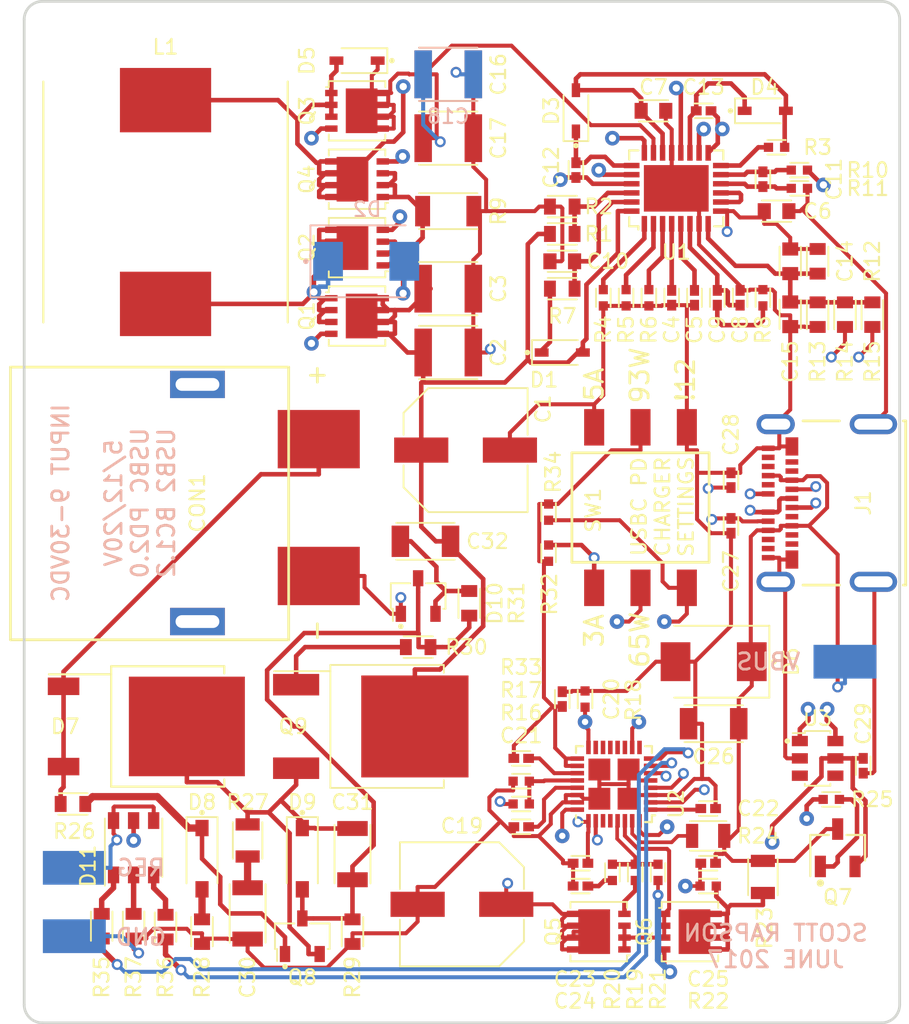
<source format=kicad_pcb>
(kicad_pcb (version 20171130) (host pcbnew "(5.1.12)-1")
  (title_block (title "USBC 3.1 PD2 Charger") (date 2017-06-05) (rev V0.1) (company "Scott Rapson"))
  (layers (0 F.Cu signal) (1 In1.Cu mixed) (2 In2.Cu mixed) (31 B.Cu signal) (34 B.Paste user hide) (35 F.Paste user hide) (36 B.SilkS user hide) (37 F.SilkS user hide) (38 B.Mask user hide) (39 F.Mask user hide) (44 Edge.Cuts user))
  (net 0 "")
  (net 1 "Net-(U1-Pad10)")
  (net 2 "Net-(U2-Pad9)")
  (net 3 "Net-(U2-Pad11)")
  (net 4 "Net-(U2-Pad12)")
  (net 5 "Net-(U2-Pad13)")
  (net 6 "Net-(U2-Pad15)")
  (net 7 "Net-(U2-Pad28)")
  (net 8 VIN)
  (net 9 "Net-(C4-Pad1)")
  (net 10 "Net-(C5-Pad1)")
  (net 11 VARIABLE_DC)
  (net 12 "/Power Supply/VCC")
  (net 13 "Net-(C9-Pad2)")
  (net 14 "Net-(C10-Pad2)")
  (net 15 "Net-(C11-Pad2)")
  (net 16 "Net-(C11-Pad1)")
  (net 17 "Net-(C12-Pad1)")
  (net 18 "Net-(C13-Pad1)")
  (net 19 SW2)
  (net 20 FB)
  (net 21 "/USBC Controller/DVDD")
  (net 22 "Net-(C21-Pad1)")
  (net 23 "Net-(C22-Pad1)")
  (net 24 "Net-(C24-Pad1)")
  (net 25 VBUS)
  (net 26 CC1)
  (net 27 CC2)
  (net 28 "Net-(D1-PadC)")
  (net 29 SW1)
  (net 30 RCS)
  (net 31 "Net-(J1-PadA2)")
  (net 32 "Net-(J1-PadA3)")
  (net 33 D+)
  (net 34 "Net-(J1-PadA10)")
  (net 35 "Net-(J1-PadA11)")
  (net 36 "Net-(J1-PadA8)")
  (net 37 D-)
  (net 38 "Net-(J1-PadB11)")
  (net 39 "Net-(J1-PadB10)")
  (net 40 "Net-(J1-PadB8)")
  (net 41 "Net-(J1-PadB3)")
  (net 42 "Net-(J1-PadB2)")
  (net 43 HDRV1)
  (net 44 LDRV1)
  (net 45 HDRV2)
  (net 46 LDRV2)
  (net 47 "Net-(Q5-Pad1)")
  (net 48 GDNS)
  (net 49 "Net-(Q6-Pad1)")
  (net 50 "Net-(Q7-Pad1)")
  (net 51 "Net-(R1-Pad2)")
  (net 52 "Net-(R3-Pad1)")
  (net 53 "Net-(R4-Pad1)")
  (net 54 "Net-(R5-Pad1)")
  (net 55 "Net-(R6-Pad1)")
  (net 56 CTRL1)
  (net 57 CTRL2)
  (net 58 "Net-(R16-Pad2)")
  (net 59 GDNG)
  (net 60 ISNS)
  (net 61 DSCG)
  (net 62 ~UFP)
  (net 63 "Net-(U3-Pad4)")
  (net 64 "Net-(U3-Pad3)")
  (net 65 "Net-(C8-Pad1)")
  (net 66 GND)
  (net 67 G5V)
  (net 68 "Net-(C30-Pad1)")
  (net 69 "Net-(Q6-Pad3)")
  (net 70 "Net-(C31-Pad1)")
  (net 71 "Net-(C31-Pad2)")
  (net 72 "Net-(C32-Pad2)")
  (net 73 "Net-(D8-PadC)")
  (net 74 "Net-(D8-PadA)")
  (net 75 "Net-(Q9-Pad1)")
  (net 76 /Connectors/RAW_BATT)
  (net 77 "/USBC Controller/PSEL")
  (net 78 "/USBC Controller/HIPWR")
  (net 79 "Net-(R33-Pad2)")
  (net 80 "/USBC Controller/EN12V")
  (net 81 "Net-(U2-Pad27)")
  (net 82 "Net-(D11-PadC1)")
  (net 83 "Net-(D11-PadC3)")
  (net 84 "Net-(D11-PadC2)")
  (net 85 5V)
  (module Applidyne_Capacitor:CAPC3225X170L (layer F.Cu) (at 123.25 69.25)
    (fp_text reference C2 (at 2.75 0 90) (layer F.SilkS) (effects (font (size 0.8 0.8) (thickness 0.12))))
    (fp_text value 10UF_X7S_3225M hide)
    (pad 2 smd rect (at 1.375 0 180) (size 0.96 2.62) (layers F.Cu F.Paste F.Mask) (net 66 GND))
    (pad 1 smd rect (at -1.375 0 180) (size 0.96 2.62) (layers F.Cu F.Paste F.Mask) (net 8 VIN))
  )
  (module Applidyne_Capacitor:CAPC3225X170L (layer F.Cu) (at 123.25 65.75)
    (fp_text reference C3 (at 2.75 0 90) (layer F.SilkS) (effects (font (size 0.8 0.8) (thickness 0.12))))
    (fp_text value 10UF_X7S_3225M hide)
    (pad 2 smd rect (at 1.375 0 180) (size 0.96 2.62) (layers F.Cu F.Paste F.Mask) (net 66 GND))
    (pad 1 smd rect (at -1.375 0 180) (size 0.96 2.62) (layers F.Cu F.Paste F.Mask) (net 8 VIN))
  )
  (module Applidyne_Capacitor:CAPC3225X170L (layer F.Cu) (at 123.25 54)
    (fp_text reference C16 (at 2.75 0 90) (layer F.SilkS) (effects (font (size 0.8 0.8) (thickness 0.12))))
    (fp_text value 22UF_X7R_3225M hide)
    (pad 2 smd rect (at 1.375 0 180) (size 0.96 2.62) (layers F.Cu F.Paste F.Mask) (net 66 GND))
    (pad 1 smd rect (at -1.375 0 180) (size 0.96 2.62) (layers F.Cu F.Paste F.Mask) (net 11 VARIABLE_DC))
  )
  (module Applidyne_Capacitor:CAPC3225X170L (layer F.Cu) (at 123.25 57.5)
    (fp_text reference C17 (at 2.75 0 90) (layer F.SilkS) (effects (font (size 0.8 0.8) (thickness 0.12))))
    (fp_text value 22UF_X7R_3225M hide)
    (pad 2 smd rect (at 1.375 0 180) (size 0.96 2.62) (layers F.Cu F.Paste F.Mask) (net 66 GND))
    (pad 1 smd rect (at -1.375 0 180) (size 0.96 2.62) (layers F.Cu F.Paste F.Mask) (net 11 VARIABLE_DC))
  )
  (module Applidyne_Capacitor:CAPC3225X170L (layer B.Cu) (at 123.25 54)
    (fp_text reference C18 (at 0 2.3) (layer B.SilkS) (effects (font (size 0.8 0.8) (thickness 0.12)) (justify mirror)))
    (fp_text value 22UF_X7R_3225M hide)
    (pad 2 smd rect (at 1.375 0 180) (size 0.96 2.62) (layers B.Cu B.Paste B.Mask) (net 66 GND))
    (pad 1 smd rect (at -1.375 0 180) (size 0.96 2.62) (layers B.Cu B.Paste B.Mask) (net 11 VARIABLE_DC))
  )
  (module Applidyne_QFN:QFN50P500X400X100-29T255X355N (layer F.Cu) (at 135.75 60.25)
    (fp_text reference U1 (at 0 3.5) (layer F.SilkS) (effects (font (size 0.8 0.8) (thickness 0.12))))
    (fp_text value LM5175RHF hide)
    (pad 29 smd rect (at 0 0 90) (size 2.55 3.55) (layers F.Cu F.Mask) (net 66 GND))
    (pad 28 smd rect (at -2.445 1.25) (size 0.86 0.3) (layers F.Cu F.Paste F.Mask) (net 8 VIN))
    (pad 27 smd rect (at -2.445 0.75) (size 0.86 0.3) (layers F.Cu F.Paste F.Mask) (net 14 "Net-(C10-Pad2)"))
    (pad 26 smd rect (at -2.445 0.25) (size 0.86 0.3) (layers F.Cu F.Paste F.Mask) (net 51 "Net-(R1-Pad2)"))
    (pad 25 smd rect (at -2.445 -0.25) (size 0.86 0.3) (layers F.Cu F.Paste F.Mask) (net 29 SW1))
    (pad 24 smd rect (at -2.445 -0.75) (size 0.86 0.3) (layers F.Cu F.Paste F.Mask) (net 43 HDRV1))
    (pad 23 smd rect (at -2.445 -1.25) (size 0.86 0.3) (layers F.Cu F.Paste F.Mask) (net 17 "Net-(C12-Pad1)"))
    (pad 22 smd rect (at -1.75 -1.945 90) (size 0.86 0.3) (layers F.Cu F.Paste F.Mask) (net 44 LDRV1))
    (pad 21 smd rect (at -1.25 -1.945 90) (size 0.86 0.3) (layers F.Cu F.Paste F.Mask) (net 11 VARIABLE_DC))
    (pad 20 smd rect (at -0.75 -1.945 90) (size 0.86 0.3) (layers F.Cu F.Paste F.Mask) (net 12 "/Power Supply/VCC"))
    (pad 19 smd rect (at -0.25 -1.945 90) (size 0.86 0.3) (layers F.Cu F.Paste F.Mask) (net 66 GND))
    (pad 18 smd rect (at 0.25 -1.945 90) (size 0.86 0.3) (layers F.Cu F.Paste F.Mask) (net 46 LDRV2))
    (pad 17 smd rect (at 0.75 -1.945 90) (size 0.86 0.3) (layers F.Cu F.Paste F.Mask) (net 18 "Net-(C13-Pad1)"))
    (pad 16 smd rect (at 1.25 -1.945 90) (size 0.86 0.3) (layers F.Cu F.Paste F.Mask) (net 45 HDRV2))
    (pad 15 smd rect (at 1.75 -1.945 90) (size 0.86 0.3) (layers F.Cu F.Paste F.Mask) (net 19 SW2))
    (pad 14 smd rect (at 2.445 -1.25) (size 0.86 0.3) (layers F.Cu F.Paste F.Mask) (net 52 "Net-(R3-Pad1)"))
    (pad 13 smd rect (at 2.445 -0.75) (size 0.86 0.3) (layers F.Cu F.Paste F.Mask) (net 16 "Net-(C11-Pad1)"))
    (pad 12 smd rect (at 2.445 -0.25) (size 0.86 0.3) (layers F.Cu F.Paste F.Mask) (net 15 "Net-(C11-Pad2)"))
    (pad 11 smd rect (at 2.445 0.25) (size 0.86 0.3) (layers F.Cu F.Paste F.Mask) (net 1 "Net-(U1-Pad10)"))
    (pad 10 smd rect (at 2.445 0.75) (size 0.86 0.3) (layers F.Cu F.Paste F.Mask) (net 1 "Net-(U1-Pad10)"))
    (pad 9 smd rect (at 2.445 1.25) (size 0.86 0.3) (layers F.Cu F.Paste F.Mask) (net 11 VARIABLE_DC))
    (pad 8 smd rect (at 1.75 1.945 90) (size 0.86 0.3) (layers F.Cu F.Paste F.Mask) (net 20 FB))
    (pad 7 smd rect (at 1.25 1.945 90) (size 0.86 0.3) (layers F.Cu F.Paste F.Mask) (net 66 GND))
    (pad 6 smd rect (at 0.75 1.945 90) (size 0.86 0.3) (layers F.Cu F.Paste F.Mask) (net 65 "Net-(C8-Pad1)"))
    (pad 5 smd rect (at 0.25 1.945 90) (size 0.86 0.3) (layers F.Cu F.Paste F.Mask) (net 10 "Net-(C5-Pad1)"))
    (pad 4 smd rect (at -0.25 1.945 90) (size 0.86 0.3) (layers F.Cu F.Paste F.Mask) (net 9 "Net-(C4-Pad1)"))
    (pad 3 smd rect (at -0.75 1.945 90) (size 0.86 0.3) (layers F.Cu F.Paste F.Mask) (net 55 "Net-(R6-Pad1)"))
    (pad 2 smd rect (at -1.25 1.945 90) (size 0.86 0.3) (layers F.Cu F.Paste F.Mask) (net 54 "Net-(R5-Pad1)"))
    (pad 1 smd rect (at -1.75 1.945 90) (size 0.86 0.3) (layers F.Cu F.Paste F.Mask) (net 53 "Net-(R4-Pad1)"))
  )
  (module Applidyne_QFN:QFN40P400X400X100-33T280N (layer F.Cu) (at 132.335 92.9115 90)
    (fp_text reference U2 (at -1.088477 3.414815 270) (layer F.SilkS) (effects (font (size 0.8 0.8) (thickness 0.12))))
    (fp_text value TPS25741 hide)
    (pad 33 smd rect (at -0.8 -0.8 90) (size 1.2 1.2) (layers F.Cu F.Paste F.Mask) (net 66 GND))
    (pad 33 smd rect (at -0.8 0.8 90) (size 1.2 1.2) (layers F.Cu F.Paste F.Mask) (net 66 GND))
    (pad 33 smd rect (at 0.8 -0.8 90) (size 1.2 1.2) (layers F.Cu F.Paste F.Mask) (net 66 GND))
    (pad 33 smd rect (at 0.8 0.8 90) (size 1.2 1.2) (layers F.Cu F.Paste F.Mask) (net 66 GND))
    (pad 32 smd rect (at -2.01 1.4 90) (size 0.74 0.25) (layers F.Cu F.Paste F.Mask) (net 67 G5V))
    (pad 31 smd rect (at -2.01 1 90) (size 0.74 0.25) (layers F.Cu F.Paste F.Mask) (net 61 DSCG))
    (pad 30 smd rect (at -2.01 0.6 90) (size 0.74 0.25) (layers F.Cu F.Paste F.Mask) (net 48 GDNS))
    (pad 29 smd rect (at -2.01 0.2 90) (size 0.74 0.25) (layers F.Cu F.Paste F.Mask) (net 59 GDNG))
    (pad 28 smd rect (at -2.01 -0.2 90) (size 0.74 0.25) (layers F.Cu F.Paste F.Mask) (net 7 "Net-(U2-Pad28)"))
    (pad 27 smd rect (at -2.01 -0.6 90) (size 0.74 0.25) (layers F.Cu F.Paste F.Mask) (net 81 "Net-(U2-Pad27)"))
    (pad 26 smd rect (at -2.01 -1 90) (size 0.74 0.25) (layers F.Cu F.Paste F.Mask) (net 25 VBUS))
    (pad 25 smd rect (at -2.01 -1.4 90) (size 0.74 0.25) (layers F.Cu F.Paste F.Mask) (net 11 VARIABLE_DC))
    (pad 24 smd rect (at -1.4 -2.01 180) (size 0.74 0.25) (layers F.Cu F.Paste F.Mask) (net 60 ISNS))
    (pad 23 smd rect (at -1 -2.01 180) (size 0.74 0.25) (layers F.Cu F.Paste F.Mask) (net 66 GND))
    (pad 22 smd rect (at -0.6 -2.01 180) (size 0.74 0.25) (layers F.Cu F.Paste F.Mask) (net 66 GND))
    (pad 21 smd rect (at -0.2 -2.01 180) (size 0.74 0.25) (layers F.Cu F.Paste F.Mask) (net 22 "Net-(C21-Pad1)"))
    (pad 20 smd rect (at 0.2 -2.01 180) (size 0.74 0.25) (layers F.Cu F.Paste F.Mask) (net 58 "Net-(R16-Pad2)"))
    (pad 19 smd rect (at 0.6 -2.01 180) (size 0.74 0.25) (layers F.Cu F.Paste F.Mask) (net 79 "Net-(R33-Pad2)"))
    (pad 18 smd rect (at 1 -2.01 180) (size 0.74 0.25) (layers F.Cu F.Paste F.Mask) (net 21 "/USBC Controller/DVDD"))
    (pad 17 smd rect (at 1.4 -2.01 180) (size 0.74 0.25) (layers F.Cu F.Paste F.Mask) (net 21 "/USBC Controller/DVDD"))
    (pad 16 smd rect (at 2.01 -1.4 90) (size 0.74 0.25) (layers F.Cu F.Paste F.Mask) (net 77 "/USBC Controller/PSEL"))
    (pad 15 smd rect (at 2.01 -1 90) (size 0.74 0.25) (layers F.Cu F.Paste F.Mask) (net 6 "Net-(U2-Pad15)"))
    (pad 14 smd rect (at 2.01 -0.6 90) (size 0.74 0.25) (layers F.Cu F.Paste F.Mask) (net 62 ~UFP))
    (pad 13 smd rect (at 2.01 -0.2 90) (size 0.74 0.25) (layers F.Cu F.Paste F.Mask) (net 5 "Net-(U2-Pad13)"))
    (pad 12 smd rect (at 2.01 0.2 90) (size 0.74 0.25) (layers F.Cu F.Paste F.Mask) (net 4 "Net-(U2-Pad12)"))
    (pad 11 smd rect (at 2.01 0.6 90) (size 0.74 0.25) (layers F.Cu F.Paste F.Mask) (net 3 "Net-(U2-Pad11)"))
    (pad 10 smd rect (at 2.01 1 90) (size 0.74 0.25) (layers F.Cu F.Paste F.Mask) (net 80 "/USBC Controller/EN12V"))
    (pad 9 smd rect (at 2.01 1.4 90) (size 0.74 0.25) (layers F.Cu F.Paste F.Mask) (net 2 "Net-(U2-Pad9)"))
    (pad 8 smd rect (at 1.4 2.01 180) (size 0.74 0.25) (layers F.Cu F.Paste F.Mask) (net 57 CTRL2))
    (pad 7 smd rect (at 1 2.01 180) (size 0.74 0.25) (layers F.Cu F.Paste F.Mask) (net 56 CTRL1))
    (pad 6 smd rect (at 0.6 2.01 180) (size 0.74 0.25) (layers F.Cu F.Paste F.Mask) (net 78 "/USBC Controller/HIPWR"))
    (pad 5 smd rect (at 0.2 2.01 180) (size 0.74 0.25) (layers F.Cu F.Paste F.Mask) (net 66 GND))
    (pad 4 smd rect (at -0.2 2.01 180) (size 0.74 0.25) (layers F.Cu F.Paste F.Mask) (net 27 CC2))
    (pad 3 smd rect (at -0.6 2.01 180) (size 0.74 0.25) (layers F.Cu F.Paste F.Mask) (net 66 GND))
    (pad 2 smd rect (at -1 2.01 180) (size 0.74 0.25) (layers F.Cu F.Paste F.Mask) (net 26 CC1))
    (pad 1 smd rect (at -1.4 2.01 180) (size 0.74 0.25) (layers F.Cu F.Paste F.Mask) (net 23 "Net-(C22-Pad1)"))
  )
  (module Applidyne_Connector:XT60-PT-MALE (layer F.Cu) (at 109.5 77.5 90)
    (fp_text reference CON1 (at 0 0 90) (layer F.SilkS) (effects (font (size 0.8 0.8) (thickness 0.12))))
    (fp_text value XT60-PT-MALE)
    (fp_text user + (at 7 6.5 90) (layer F.SilkS))
    (fp_text user - (at -7 6.5 90) (layer F.SilkS))
    (pad "" np_thru_hole rect (at 6.5 0 90) (size 1.5 3) (drill oval 0.7 2.4) (layers *.Cu *.Mask))
    (pad 2 smd rect (at 3.5 6.65 90) (size 3.2 4.5) (layers F.Cu F.Paste F.Mask) (net 76 /Connectors/RAW_BATT))
    (pad "" np_thru_hole rect (at -6.5 0 90) (size 1.5 3) (drill oval 0.7 2.4) (layers *.Cu *.Mask))
    (pad 1 smd rect (at -4 6.65 90) (size 3.2 4.5) (layers F.Cu F.Paste F.Mask) (net 66 GND))
  )
  (module Applidyne_DPAK:DPAK4P229_990X239L159X95L (layer F.Cu) (at 119 89.75 270)
    (fp_text reference Q9 (at 0 4.25) (layer F.SilkS) (effects (font (size 0.8 0.8) (thickness 0.12))))
    (fp_text value IRFR9024NTRPBF hide)
    (pad 4 smd rect (at 0 -2.42) (size 5.88 5.59) (layers F.Cu F.Paste F.Mask) (net 8 VIN))
    (pad 3 smd rect (at 2.29 4.09) (size 2.53 1.18) (layers F.Cu F.Paste F.Mask) (net 70 "Net-(C31-Pad1)"))
    (pad 1 smd rect (at -2.29 4.09) (size 2.53 1.18) (layers F.Cu F.Paste F.Mask) (net 75 "Net-(Q9-Pad1)"))
  )
  (module Applidyne_DPAK:TO440P972X240-3N (layer F.Cu) (at 106.7 89.75 270)
    (fp_text reference D7 (at 0 4.45) (layer F.SilkS) (effects (font (size 0.8 0.8) (thickness 0.12))))
    (fp_text value 300V_10A_DPAK hide)
    (pad C smd rect (at 0 -2.22) (size 6.36 5.46) (layers F.Cu F.Paste F.Mask) (net 70 "Net-(C31-Pad1)"))
    (pad A smd rect (at 2.2 4.54) (size 1.73 0.96) (layers F.Cu F.Paste F.Mask) (net 76 /Connectors/RAW_BATT))
    (pad A smd rect (at -2.2 4.54) (size 1.73 0.96) (layers F.Cu F.Paste F.Mask) (net 76 /Connectors/RAW_BATT))
  )
  (module Applidyne_Switch:MCEMR-03-T (layer F.Cu) (at 131.25 77.75)
    (fp_text reference SW1 (at -0.05 0.15 90) (layer F.SilkS) (effects (font (size 0.8 0.8) (thickness 0.12))))
    (fp_text value 2.54mm_3xSPST_SMD hide)
    (pad 5 smd rect (at 5.08 4.4) (size 1.1 2) (layers F.Cu F.Paste F.Mask) (net 80 "/USBC Controller/EN12V"))
    (pad 6 smd rect (at 5.08 -4.4) (size 1.1 2) (layers F.Cu F.Paste F.Mask) (net 66 GND))
    (pad 4 smd rect (at 2.54 -4.4) (size 1.1 2) (layers F.Cu F.Paste F.Mask) (net 21 "/USBC Controller/DVDD"))
    (pad 3 smd rect (at 2.54 4.4) (size 1.1 2) (layers F.Cu F.Paste F.Mask) (net 77 "/USBC Controller/PSEL"))
    (pad 1 smd rect (at 0 4.4) (size 1.1 2) (layers F.Cu F.Paste F.Mask) (net 78 "/USBC Controller/HIPWR"))
    (pad 2 smd rect (at 0 -4.4) (size 1.1 2) (layers F.Cu F.Paste F.Mask) (net 66 GND))
  )
  (module Applidyne_USB:MOLEX-105450-0101 (layer F.Cu) (at 141.2 77.5 90)
    (fp_text reference J1 (at 0 4.8 90) (layer F.SilkS) (effects (font (size 0.8 0.8) (thickness 0.12))))
    (fp_text value USB_C_SOCKET_RA_SMD hide)
    (pad B1 smd rect (at 3.1 0.89 90) (size 1 0.7) (layers F.Cu F.Paste F.Mask) (net 66 GND))
    (pad B2 smd rect (at 2.25 0.89 90) (size 0.3 0.7) (layers F.Cu F.Paste F.Mask) (net 42 "Net-(J1-PadB2)"))
    (pad B3 smd rect (at 1.75 0.89 90) (size 0.3 0.7) (layers F.Cu F.Paste F.Mask) (net 41 "Net-(J1-PadB3)"))
    (pad B4 smd rect (at 1.25 0.89 90) (size 0.3 0.7) (layers F.Cu F.Paste F.Mask) (net 25 VBUS))
    (pad B5 smd rect (at 0.75 0.89 90) (size 0.3 0.7) (layers F.Cu F.Paste F.Mask) (net 27 CC2))
    (pad B6 smd rect (at 0.25 0.89 90) (size 0.3 0.7) (layers F.Cu F.Paste F.Mask) (net 33 D+))
    (pad B7 smd rect (at -0.25 0.89 90) (size 0.3 0.7) (layers F.Cu F.Paste F.Mask) (net 37 D-))
    (pad B8 smd rect (at -0.75 0.89 90) (size 0.3 0.7) (layers F.Cu F.Paste F.Mask) (net 40 "Net-(J1-PadB8)"))
    (pad B9 smd rect (at -1.25 0.89 90) (size 0.3 0.7) (layers F.Cu F.Paste F.Mask) (net 25 VBUS))
    (pad B10 smd rect (at -1.75 0.89 90) (size 0.3 0.7) (layers F.Cu F.Paste F.Mask) (net 39 "Net-(J1-PadB10)"))
    (pad B11 smd rect (at -2.25 0.89 90) (size 0.3 0.7) (layers F.Cu F.Paste F.Mask) (net 38 "Net-(J1-PadB11)"))
    (pad B12 smd rect (at -3.1 0.89 90) (size 1 0.7) (layers F.Cu F.Paste F.Mask) (net 66 GND))
    (pad A7 smd rect (at 0.5 -0.41 90) (size 0.3 0.7) (layers F.Cu F.Paste F.Mask) (net 37 D-))
    (pad A8 smd rect (at 1 -0.41 90) (size 0.3 0.7) (layers F.Cu F.Paste F.Mask) (net 36 "Net-(J1-PadA8)"))
    (pad A12 smd rect (at 3 -0.41 90) (size 0.3 0.7) (layers F.Cu F.Paste F.Mask) (net 66 GND))
    (pad A9 smd rect (at 1.5 -0.41 90) (size 0.3 0.7) (layers F.Cu F.Paste F.Mask) (net 25 VBUS))
    (pad A11 smd rect (at 2.5 -0.41 90) (size 0.3 0.7) (layers F.Cu F.Paste F.Mask) (net 35 "Net-(J1-PadA11)"))
    (pad A10 smd rect (at 2 -0.41 90) (size 0.3 0.7) (layers F.Cu F.Paste F.Mask) (net 34 "Net-(J1-PadA10)"))
    (pad A6 smd rect (at -0.5 -0.41 90) (size 0.3 0.7) (layers F.Cu F.Paste F.Mask) (net 33 D+))
    (pad A5 smd rect (at -1 -0.41 90) (size 0.3 0.7) (layers F.Cu F.Paste F.Mask) (net 26 CC1))
    (pad A4 smd rect (at -1.5 -0.41 90) (size 0.3 0.7) (layers F.Cu F.Paste F.Mask) (net 25 VBUS))
    (pad A3 smd rect (at -2 -0.41 90) (size 0.3 0.7) (layers F.Cu F.Paste F.Mask) (net 32 "Net-(J1-PadA3)"))
    (pad A2 smd rect (at -2.5 -0.41 90) (size 0.3 0.7) (layers F.Cu F.Paste F.Mask) (net 31 "Net-(J1-PadA2)"))
    (pad A1 smd rect (at -3 -0.41 90) (size 0.3 0.7) (layers F.Cu F.Paste F.Mask) (net 66 GND))
    (pad S4 thru_hole oval (at 4.32 5.36 90) (size 1.1 2.6) (drill oval 0.6 2.1) (layers *.Cu *.Mask) (net 66 GND))
    (pad S2 thru_hole oval (at -4.32 5.36 90) (size 1.1 2.6) (drill oval 0.6 2.1) (layers *.Cu *.Mask) (net 66 GND))
    (pad S3 thru_hole oval (at 4.32 0 90) (size 1.1 2.1) (drill oval 0.6 1.6) (layers *.Cu *.Mask) (net 66 GND))
    (pad S1 thru_hole oval (at -4.32 0 90) (size 1.1 2.1) (drill oval 0.6 1.6) (layers *.Cu *.Mask) (net 66 GND))
  )
  (module Applidyne_SON:SON65P315X300X90-9T174X245L (layer F.Cu) (at 118.25 67.25 270)
    (fp_text reference Q1 (at 0 2.75 270) (layer F.SilkS) (effects (font (size 0.8 0.8) (thickness 0.12))))
    (fp_text value CSD18543Q3A hide)
    (pad 3 smd rect (at 0 -0.25) (size 1.74 2.45) (layers F.Cu F.Paste F.Mask) (net 8 VIN))
    (pad 3 smd rect (at -0.975 -1.41) (size 0.68 0.35) (layers F.Cu F.Paste F.Mask) (net 8 VIN))
    (pad 3 smd rect (at -0.325 -1.41) (size 0.68 0.35) (layers F.Cu F.Paste F.Mask) (net 8 VIN))
    (pad 3 smd rect (at 0.325 -1.41) (size 0.68 0.35) (layers F.Cu F.Paste F.Mask) (net 8 VIN))
    (pad 3 smd rect (at 0.975 -1.41) (size 0.68 0.35) (layers F.Cu F.Paste F.Mask) (net 8 VIN))
    (pad 1 smd rect (at 0.975 1.41) (size 0.68 0.35) (layers F.Cu F.Paste F.Mask) (net 43 HDRV1))
    (pad 2 smd rect (at 0.325 1.41) (size 0.68 0.35) (layers F.Cu F.Paste F.Mask) (net 29 SW1))
    (pad 2 smd rect (at -0.325 1.41) (size 0.68 0.35) (layers F.Cu F.Paste F.Mask) (net 29 SW1))
    (pad 2 smd rect (at -0.975 1.41) (size 0.68 0.35) (layers F.Cu F.Paste F.Mask) (net 29 SW1))
  )
  (module Applidyne_SON:SON65P315X300X90-9T174X245L (layer F.Cu) (at 118.25 63.5 90)
    (fp_text reference Q2 (at 0 -2.75 90) (layer F.SilkS) (effects (font (size 0.8 0.8) (thickness 0.12))))
    (fp_text value CSD18543Q3A hide)
    (pad 3 smd rect (at 0 -0.25 180) (size 1.74 2.45) (layers F.Cu F.Paste F.Mask) (net 29 SW1))
    (pad 3 smd rect (at -0.975 -1.41 180) (size 0.68 0.35) (layers F.Cu F.Paste F.Mask) (net 29 SW1))
    (pad 3 smd rect (at -0.325 -1.41 180) (size 0.68 0.35) (layers F.Cu F.Paste F.Mask) (net 29 SW1))
    (pad 3 smd rect (at 0.325 -1.41 180) (size 0.68 0.35) (layers F.Cu F.Paste F.Mask) (net 29 SW1))
    (pad 3 smd rect (at 0.975 -1.41 180) (size 0.68 0.35) (layers F.Cu F.Paste F.Mask) (net 29 SW1))
    (pad 1 smd rect (at 0.975 1.41 180) (size 0.68 0.35) (layers F.Cu F.Paste F.Mask) (net 44 LDRV1))
    (pad 2 smd rect (at 0.325 1.41 180) (size 0.68 0.35) (layers F.Cu F.Paste F.Mask) (net 30 RCS))
    (pad 2 smd rect (at -0.325 1.41 180) (size 0.68 0.35) (layers F.Cu F.Paste F.Mask) (net 30 RCS))
    (pad 2 smd rect (at -0.975 1.41 180) (size 0.68 0.35) (layers F.Cu F.Paste F.Mask) (net 30 RCS))
  )
  (module Applidyne_SON:SON65P315X300X90-9T174X245L (layer F.Cu) (at 118.25 56 270)
    (fp_text reference Q3 (at 0 2.75 270) (layer F.SilkS) (effects (font (size 0.8 0.8) (thickness 0.12))))
    (fp_text value CSD17551Q3A hide)
    (pad 3 smd rect (at 0 -0.25) (size 1.74 2.45) (layers F.Cu F.Paste F.Mask) (net 11 VARIABLE_DC))
    (pad 3 smd rect (at -0.975 -1.41) (size 0.68 0.35) (layers F.Cu F.Paste F.Mask) (net 11 VARIABLE_DC))
    (pad 3 smd rect (at -0.325 -1.41) (size 0.68 0.35) (layers F.Cu F.Paste F.Mask) (net 11 VARIABLE_DC))
    (pad 3 smd rect (at 0.325 -1.41) (size 0.68 0.35) (layers F.Cu F.Paste F.Mask) (net 11 VARIABLE_DC))
    (pad 3 smd rect (at 0.975 -1.41) (size 0.68 0.35) (layers F.Cu F.Paste F.Mask) (net 11 VARIABLE_DC))
    (pad 1 smd rect (at 0.975 1.41) (size 0.68 0.35) (layers F.Cu F.Paste F.Mask) (net 45 HDRV2))
    (pad 2 smd rect (at 0.325 1.41) (size 0.68 0.35) (layers F.Cu F.Paste F.Mask) (net 19 SW2))
    (pad 2 smd rect (at -0.325 1.41) (size 0.68 0.35) (layers F.Cu F.Paste F.Mask) (net 19 SW2))
    (pad 2 smd rect (at -0.975 1.41) (size 0.68 0.35) (layers F.Cu F.Paste F.Mask) (net 19 SW2))
  )
  (module Applidyne_SON:SON65P315X300X90-9T174X245L (layer F.Cu) (at 131.5 101 90)
    (fp_text reference Q5 (at 0 -2.5 270) (layer F.SilkS) (effects (font (size 0.8 0.8) (thickness 0.12))))
    (fp_text value CSD17579Q3A hide)
    (pad 3 smd rect (at 0 -0.25 180) (size 1.74 2.45) (layers F.Cu F.Paste F.Mask) (net 11 VARIABLE_DC))
    (pad 3 smd rect (at -0.975 -1.41 180) (size 0.68 0.35) (layers F.Cu F.Paste F.Mask) (net 11 VARIABLE_DC))
    (pad 3 smd rect (at -0.325 -1.41 180) (size 0.68 0.35) (layers F.Cu F.Paste F.Mask) (net 11 VARIABLE_DC))
    (pad 3 smd rect (at 0.325 -1.41 180) (size 0.68 0.35) (layers F.Cu F.Paste F.Mask) (net 11 VARIABLE_DC))
    (pad 3 smd rect (at 0.975 -1.41 180) (size 0.68 0.35) (layers F.Cu F.Paste F.Mask) (net 11 VARIABLE_DC))
    (pad 1 smd rect (at 0.975 1.41 180) (size 0.68 0.35) (layers F.Cu F.Paste F.Mask) (net 47 "Net-(Q5-Pad1)"))
    (pad 2 smd rect (at 0.325 1.41 180) (size 0.68 0.35) (layers F.Cu F.Paste F.Mask) (net 48 GDNS))
    (pad 2 smd rect (at -0.325 1.41 180) (size 0.68 0.35) (layers F.Cu F.Paste F.Mask) (net 48 GDNS))
    (pad 2 smd rect (at -0.975 1.41 180) (size 0.68 0.35) (layers F.Cu F.Paste F.Mask) (net 48 GDNS))
  )
  (module Applidyne_SON:SON65P315X300X90-9T174X245L (layer F.Cu) (at 136.5 101 270)
    (fp_text reference Q6 (at 0 2.5 90) (layer F.SilkS) (effects (font (size 0.8 0.8) (thickness 0.12))))
    (fp_text value CSD17579Q3A hide)
    (pad 3 smd rect (at 0 -0.25) (size 1.74 2.45) (layers F.Cu F.Paste F.Mask) (net 69 "Net-(Q6-Pad3)"))
    (pad 3 smd rect (at -0.975 -1.41) (size 0.68 0.35) (layers F.Cu F.Paste F.Mask) (net 69 "Net-(Q6-Pad3)"))
    (pad 3 smd rect (at -0.325 -1.41) (size 0.68 0.35) (layers F.Cu F.Paste F.Mask) (net 69 "Net-(Q6-Pad3)"))
    (pad 3 smd rect (at 0.325 -1.41) (size 0.68 0.35) (layers F.Cu F.Paste F.Mask) (net 69 "Net-(Q6-Pad3)"))
    (pad 3 smd rect (at 0.975 -1.41) (size 0.68 0.35) (layers F.Cu F.Paste F.Mask) (net 69 "Net-(Q6-Pad3)"))
    (pad 1 smd rect (at 0.975 1.41) (size 0.68 0.35) (layers F.Cu F.Paste F.Mask) (net 49 "Net-(Q6-Pad1)"))
    (pad 2 smd rect (at 0.325 1.41) (size 0.68 0.35) (layers F.Cu F.Paste F.Mask) (net 48 GDNS))
    (pad 2 smd rect (at -0.325 1.41) (size 0.68 0.35) (layers F.Cu F.Paste F.Mask) (net 48 GDNS))
    (pad 2 smd rect (at -0.975 1.41) (size 0.68 0.35) (layers F.Cu F.Paste F.Mask) (net 48 GDNS))
  )
  (module Applidyne_SON:SON65P315X300X90-9T174X245L (layer F.Cu) (at 118.25 59.75 90)
    (fp_text reference Q4 (at 0 -2.75 90) (layer F.SilkS) (effects (font (size 0.8 0.8) (thickness 0.12))))
    (fp_text value CSD17551Q3A hide)
    (pad 3 smd rect (at 0 -0.25 180) (size 1.74 2.45) (layers F.Cu F.Paste F.Mask) (net 19 SW2))
    (pad 3 smd rect (at -0.975 -1.41 180) (size 0.68 0.35) (layers F.Cu F.Paste F.Mask) (net 19 SW2))
    (pad 3 smd rect (at -0.325 -1.41 180) (size 0.68 0.35) (layers F.Cu F.Paste F.Mask) (net 19 SW2))
    (pad 3 smd rect (at 0.325 -1.41 180) (size 0.68 0.35) (layers F.Cu F.Paste F.Mask) (net 19 SW2))
    (pad 3 smd rect (at 0.975 -1.41 180) (size 0.68 0.35) (layers F.Cu F.Paste F.Mask) (net 19 SW2))
    (pad 1 smd rect (at 0.975 1.41 180) (size 0.68 0.35) (layers F.Cu F.Paste F.Mask) (net 46 LDRV2))
    (pad 2 smd rect (at 0.325 1.41 180) (size 0.68 0.35) (layers F.Cu F.Paste F.Mask) (net 30 RCS))
    (pad 2 smd rect (at -0.325 1.41 180) (size 0.68 0.35) (layers F.Cu F.Paste F.Mask) (net 30 RCS))
    (pad 2 smd rect (at -0.975 1.41 180) (size 0.68 0.35) (layers F.Cu F.Paste F.Mask) (net 30 RCS))
  )
  (module Applidyne_Inductor:INDM132129X500N (layer F.Cu) (at 107.75 61 270)
    (fp_text reference L1 (at -8.5 0) (layer F.SilkS) (effects (font (size 0.8 0.8) (thickness 0.12))))
    (fp_text value 3.3uH_5050M hide)
    (pad 2 smd rect (at 5.585 0 270) (size 3.53 5) (layers F.Cu F.Paste F.Mask) (net 29 SW1))
    (pad 1 smd rect (at -5.585 0 270) (size 3.53 5) (layers F.Cu F.Paste F.Mask) (net 19 SW2))
  )
  (module Applidyne_LED:PLCC110P330X340X200-8L (layer F.Cu) (at 106 96.4)
    (fp_text reference D11 (at -2.5 1 90) (layer F.SilkS) (effects (font (size 0.8 0.8) (thickness 0.12))))
    (fp_text value LED_RGB_PLCC6 hide)
    (pad A1 smd rect (at -1.1 -1.49 90) (size 0.92 0.62) (layers F.Cu F.Paste F.Mask) (net 11 VARIABLE_DC))
    (pad A2 smd rect (at 0 -1.49 90) (size 0.92 0.62) (layers F.Cu F.Paste F.Mask) (net 85 5V))
    (pad A3 smd rect (at 1.1 -1.49 90) (size 0.92 0.62) (layers F.Cu F.Paste F.Mask) (net 11 VARIABLE_DC))
    (pad C3 smd rect (at 1.1 1.49 90) (size 0.92 0.62) (layers F.Cu F.Paste F.Mask) (net 83 "Net-(D11-PadC3)"))
    (pad C2 smd rect (at 0 1.49 90) (size 0.92 0.62) (layers F.Cu F.Paste F.Mask) (net 84 "Net-(D11-PadC2)"))
    (pad C1 smd rect (at -1.1 1.49 90) (size 0.92 0.62) (layers F.Cu F.Paste F.Mask) (net 82 "Net-(D11-PadC1)"))
  )
  (module Applidyne_Capacitor:CAPC1005X60L (layer F.Cu) (at 138.75 76.25 90)
    (fp_text reference C28 (at 2.5 0 90) (layer F.SilkS) (effects (font (size 0.8 0.8) (thickness 0.12))))
    (fp_text value 330PF_X7R_1005M hide)
    (pad 2 smd rect (at 0.405 0 180) (size 0.5 0.59) (layers F.Cu F.Paste F.Mask) (net 66 GND))
    (pad 1 smd rect (at -0.405 0 180) (size 0.5 0.59) (layers F.Cu F.Paste F.Mask) (net 27 CC2))
  )
  (module Applidyne_SOD:SOD2512X110L (layer F.Cu) (at 118.25 53.25 180)
    (fp_text reference D5 (at 2.75 0 270) (layer F.SilkS) (effects (font (size 0.8 0.8) (thickness 0.12))))
    (fp_text value 40V_500mA_SOD323 hide)
    (pad A smd rect (at 1.13 0 270) (size 0.46 0.76) (layers F.Cu F.Paste F.Mask) (net 19 SW2))
    (pad C smd rect (at -1.13 0 270) (size 0.46 0.76) (layers F.Cu F.Paste F.Mask) (net 11 VARIABLE_DC))
  )
  (module Applidyne_SOD:SOD2512X110L (layer F.Cu) (at 129.5 69.25)
    (fp_text reference D1 (at -1 1.5) (layer F.SilkS) (effects (font (size 0.8 0.8) (thickness 0.12))))
    (fp_text value 40V_500mA_SOD323 hide)
    (pad A smd rect (at 1.13 0 90) (size 0.46 0.76) (layers F.Cu F.Paste F.Mask) (net 8 VIN))
    (pad C smd rect (at -1.13 0 90) (size 0.46 0.76) (layers F.Cu F.Paste F.Mask) (net 28 "Net-(D1-PadC)"))
  )
  (module Applidyne_SOD:SOD2512X110L (layer F.Cu) (at 130.25 56 90)
    (fp_text reference D3 (at 0 -1.35 90) (layer F.SilkS) (effects (font (size 0.8 0.8) (thickness 0.12))))
    (fp_text value 40V_500mA_SOD323 hide)
    (pad A smd rect (at 1.13 0 180) (size 0.46 0.76) (layers F.Cu F.Paste F.Mask) (net 12 "/Power Supply/VCC"))
    (pad C smd rect (at -1.13 0 180) (size 0.46 0.76) (layers F.Cu F.Paste F.Mask) (net 17 "Net-(C12-Pad1)"))
  )
  (module Applidyne_SOD:SOD2512X110L (layer F.Cu) (at 140.63 56)
    (fp_text reference D4 (at -0.03 -1.3) (layer F.SilkS) (effects (font (size 0.8 0.8) (thickness 0.12))))
    (fp_text value 40V_500mA_SOD323 hide)
    (pad A smd rect (at 1.13 0 90) (size 0.46 0.76) (layers F.Cu F.Paste F.Mask) (net 12 "/Power Supply/VCC"))
    (pad C smd rect (at -1.13 0 90) (size 0.46 0.76) (layers F.Cu F.Paste F.Mask) (net 18 "Net-(C13-Pad1)"))
  )
  (module Applidyne_SOT:SOT95P240X110-3L16L (layer F.Cu) (at 121.6 82.6)
    (fp_text reference D10 (at 4.2 0.4 90) (layer F.SilkS) (effects (font (size 0.8 0.8) (thickness 0.12))))
    (fp_text value BAV99 hide)
    (pad 1 smd rect (at -0.95 0.975 180) (size 0.57 0.88) (layers F.Cu F.Paste F.Mask) (net 66 GND))
    (pad 2 smd rect (at 0.95 0.975 180) (size 0.57 0.88) (layers F.Cu F.Paste F.Mask) (net 72 "Net-(C32-Pad2)"))
    (pad 3 smd rect (at 0 -0.975 180) (size 0.57 0.88) (layers F.Cu F.Paste F.Mask) (net 71 "Net-(C31-Pad2)"))
  )
  (module Applidyne_SOT:SOT95P240X110-3L16L (layer F.Cu) (at 115.25 101.25)
    (fp_text reference Q8 (at 0 2.25) (layer F.SilkS) (effects (font (size 0.8 0.8) (thickness 0.12))))
    (fp_text value BC857B hide)
    (pad 3 smd rect (at 0 -0.975 180) (size 0.57 0.88) (layers F.Cu F.Paste F.Mask) (net 71 "Net-(C31-Pad2)"))
    (pad 2 smd rect (at 0.95 0.975 180) (size 0.57 0.88) (layers F.Cu F.Paste F.Mask) (net 70 "Net-(C31-Pad1)"))
    (pad 1 smd rect (at -0.95 0.975 180) (size 0.57 0.88) (layers F.Cu F.Paste F.Mask) (net 73 "Net-(D8-PadC)"))
  )
  (module Applidyne_SOD:SODFL5436X262L (layer B.Cu) (at 118.75 64.25)
    (fp_text reference D2 (at 0.05 -2.85) (layer B.SilkS) (effects (font (size 0.8 0.8) (thickness 0.12)) (justify mirror)))
    (fp_text value CD214B-B250LF hide)
    (pad A smd rect (at 2.09 0 180) (size 1.63 2.13) (layers B.Cu B.Paste B.Mask) (net 30 RCS))
    (pad C smd rect (at -2.09 0 180) (size 1.63 2.13) (layers B.Cu B.Paste B.Mask) (net 29 SW1))
  )
  (module Applidyne_SOD:SODFL5436X262L (layer F.Cu) (at 137.8 86.2 180)
    (fp_text reference D6 (at -4.25 0 270) (layer F.SilkS) (effects (font (size 0.8 0.8) (thickness 0.12))))
    (fp_text value SSB44-E3/52T_DO214AA hide)
    (pad A smd rect (at 2.09 0) (size 1.63 2.13) (layers F.Cu F.Paste F.Mask) (net 66 GND))
    (pad C smd rect (at -2.09 0) (size 1.63 2.13) (layers F.Cu F.Paste F.Mask) (net 25 VBUS))
  )
  (module Applidyne_SOD:SOD3715X145L (layer F.Cu) (at 109.75 97 270)
    (fp_text reference D8 (at -3.1 0 180) (layer F.SilkS) (effects (font (size 0.8 0.8) (thickness 0.12))))
    (fp_text value 33V_500mW_SOD123 hide)
    (pad A smd rect (at 1.68 0) (size 0.72 0.9) (layers F.Cu F.Paste F.Mask) (net 74 "Net-(D8-PadA)"))
    (pad C smd rect (at -1.68 0) (size 0.72 0.9) (layers F.Cu F.Paste F.Mask) (net 73 "Net-(D8-PadC)"))
  )
  (module Applidyne_SOD:SOD3715X145L (layer F.Cu) (at 115.25 97 270)
    (fp_text reference D9 (at -3.1 0 180) (layer F.SilkS) (effects (font (size 0.8 0.8) (thickness 0.12))))
    (fp_text value 33V_500mW_SOD123 hide)
    (pad A smd rect (at 1.68 0) (size 0.72 0.9) (layers F.Cu F.Paste F.Mask) (net 71 "Net-(C31-Pad2)"))
    (pad C smd rect (at -1.68 0) (size 0.72 0.9) (layers F.Cu F.Paste F.Mask) (net 70 "Net-(C31-Pad1)"))
  )
  (module Applidyne_Resistor:RESC2012X50L (layer F.Cu) (at 140.5 98 270)
    (fp_text reference R23 (at 2.8 -0.1 270) (layer F.SilkS) (effects (font (size 0.8 0.8) (thickness 0.12))))
    (fp_text value 0.005R_2012M hide)
    (pad 2 smd rect (at 0.88 0 90) (size 0.67 1.32) (layers F.Cu F.Paste F.Mask) (net 69 "Net-(Q6-Pad3)"))
    (pad 1 smd rect (at -0.88 0 90) (size 0.67 1.32) (layers F.Cu F.Paste F.Mask) (net 25 VBUS))
  )
  (module Applidyne_Resistor:RESC2012X50L (layer F.Cu) (at 137.5 95.75 180)
    (fp_text reference R24 (at -2.75 0 180) (layer F.SilkS) (effects (font (size 0.8 0.8) (thickness 0.12))))
    (fp_text value 120R_2012M hide)
    (pad 2 smd rect (at 0.88 0) (size 0.67 1.32) (layers F.Cu F.Paste F.Mask) (net 61 DSCG))
    (pad 1 smd rect (at -0.88 0) (size 0.67 1.32) (layers F.Cu F.Paste F.Mask) (net 25 VBUS))
  )
  (module Applidyne_Resistor:RESC2012X50L (layer F.Cu) (at 112.25 96 270)
    (fp_text reference R27 (at -2.1 0) (layer F.SilkS) (effects (font (size 0.8 0.8) (thickness 0.12))))
    (fp_text value 10R_2012M hide)
    (pad 2 smd rect (at 0.88 0 90) (size 0.67 1.32) (layers F.Cu F.Paste F.Mask) (net 68 "Net-(C30-Pad1)"))
    (pad 1 smd rect (at -0.88 0 90) (size 0.67 1.32) (layers F.Cu F.Paste F.Mask) (net 70 "Net-(C31-Pad1)"))
  )
  (module Applidyne_Resistor:RESC3216X60L (layer F.Cu) (at 123.25 61.5 180)
    (fp_text reference R9 (at -2.75 0 270) (layer F.SilkS) (effects (font (size 0.8 0.8) (thickness 0.12))))
    (fp_text value 0.01R_3216M hide)
    (pad 2 smd rect (at 1.405 0) (size 0.82 1.67) (layers F.Cu F.Paste F.Mask) (net 30 RCS))
    (pad 1 smd rect (at -1.405 0) (size 0.82 1.67) (layers F.Cu F.Paste F.Mask) (net 66 GND))
  )
  (module Applidyne_Resistor:RESC3216X60L (layer F.Cu) (at 112.25 100 270)
    (fp_text reference C30 (at 3.5 0 270) (layer F.SilkS) (effects (font (size 0.8 0.8) (thickness 0.12))))
    (fp_text value 1UF_X7R_3216M hide)
    (pad 2 smd rect (at 1.405 0 90) (size 0.82 1.67) (layers F.Cu F.Paste F.Mask) (net 66 GND))
    (pad 1 smd rect (at -1.405 0 90) (size 0.82 1.67) (layers F.Cu F.Paste F.Mask) (net 68 "Net-(C30-Pad1)"))
  )
  (module Applidyne_Resistor:RESC3216X60L (layer F.Cu) (at 118 96.75 270)
    (fp_text reference C31 (at -2.85 0 180) (layer F.SilkS) (effects (font (size 0.8 0.8) (thickness 0.12))))
    (fp_text value 1UF_X7R_3216M hide)
    (pad 2 smd rect (at 1.405 0 90) (size 0.82 1.67) (layers F.Cu F.Paste F.Mask) (net 71 "Net-(C31-Pad2)"))
    (pad 1 smd rect (at -1.405 0 90) (size 0.82 1.67) (layers F.Cu F.Paste F.Mask) (net 70 "Net-(C31-Pad1)"))
  )
  (module Applidyne_Resistor:RESC1608X50L (layer F.Cu) (at 129.5 62.75)
    (fp_text reference R1 (at 2 0) (layer F.SilkS) (effects (font (size 0.8 0.8) (thickness 0.12))))
    (fp_text value 249K_1608M hide)
    (pad 2 smd rect (at 0.675 0 180) (size 0.65 0.88) (layers F.Cu F.Paste F.Mask) (net 51 "Net-(R1-Pad2)"))
    (pad 1 smd rect (at -0.675 0 180) (size 0.65 0.88) (layers F.Cu F.Paste F.Mask) (net 8 VIN))
  )
  (module Applidyne_Resistor:RESC1608X50L (layer F.Cu) (at 129.5 61.25 180)
    (fp_text reference R2 (at -2 0 180) (layer F.SilkS) (effects (font (size 0.8 0.8) (thickness 0.12))))
    (fp_text value 41K2_1608M hide)
    (pad 2 smd rect (at 0.675 0) (size 0.65 0.88) (layers F.Cu F.Paste F.Mask) (net 66 GND))
    (pad 1 smd rect (at -0.675 0) (size 0.65 0.88) (layers F.Cu F.Paste F.Mask) (net 51 "Net-(R1-Pad2)"))
  )
  (module Applidyne_Resistor:RESC1608X50L (layer F.Cu) (at 129.5 65.75)
    (fp_text reference R7 (at 0 1.5) (layer F.SilkS) (effects (font (size 0.8 0.8) (thickness 0.12))))
    (fp_text value 10R_1608M hide)
    (pad 2 smd rect (at 0.675 0 180) (size 0.65 0.88) (layers F.Cu F.Paste F.Mask) (net 14 "Net-(C10-Pad2)"))
    (pad 1 smd rect (at -0.675 0 180) (size 0.65 0.88) (layers F.Cu F.Paste F.Mask) (net 28 "Net-(D1-PadC)"))
  )
  (module Applidyne_Resistor:RESC1608X50L (layer F.Cu) (at 143.5 64.25 270)
    (fp_text reference R12 (at 0 -3 270) (layer F.SilkS) (effects (font (size 0.8 0.8) (thickness 0.12))))
    (fp_text value 49K9_1608M hide)
    (pad 2 smd rect (at 0.675 0 90) (size 0.65 0.88) (layers F.Cu F.Paste F.Mask) (net 20 FB))
    (pad 1 smd rect (at -0.675 0 90) (size 0.65 0.88) (layers F.Cu F.Paste F.Mask) (net 11 VARIABLE_DC))
  )
  (module Applidyne_Resistor:RESC1608X50L (layer F.Cu) (at 143.5 67.175 270)
    (fp_text reference R13 (at 2.575 0 270) (layer F.SilkS) (effects (font (size 0.8 0.8) (thickness 0.12))))
    (fp_text value 9K53_1608M hide)
    (pad 2 smd rect (at 0.675 0 90) (size 0.65 0.88) (layers F.Cu F.Paste F.Mask) (net 66 GND))
    (pad 1 smd rect (at -0.675 0 90) (size 0.65 0.88) (layers F.Cu F.Paste F.Mask) (net 20 FB))
  )
  (module Applidyne_Resistor:RESC1608X50L (layer F.Cu) (at 145 67.175 270)
    (fp_text reference R14 (at 2.575 0 270) (layer F.SilkS) (effects (font (size 0.8 0.8) (thickness 0.12))))
    (fp_text value 4K99_1608M hide)
    (pad 2 smd rect (at 0.675 0 90) (size 0.65 0.88) (layers F.Cu F.Paste F.Mask) (net 56 CTRL1))
    (pad 1 smd rect (at -0.675 0 90) (size 0.65 0.88) (layers F.Cu F.Paste F.Mask) (net 20 FB))
  )
  (module Applidyne_Resistor:RESC1608X50L (layer F.Cu) (at 146.5 67.175 270)
    (fp_text reference R15 (at 2.575 0 270) (layer F.SilkS) (effects (font (size 0.8 0.8) (thickness 0.12))))
    (fp_text value 5K76_1608M hide)
    (pad 2 smd rect (at 0.675 0 90) (size 0.65 0.88) (layers F.Cu F.Paste F.Mask) (net 57 CTRL2))
    (pad 1 smd rect (at -0.675 0 90) (size 0.65 0.88) (layers F.Cu F.Paste F.Mask) (net 20 FB))
  )
  (module Applidyne_Resistor:RESC1608X50L (layer F.Cu) (at 102.675 94 180)
    (fp_text reference R26 (at -0.075 -1.5 180) (layer F.SilkS) (effects (font (size 0.8 0.8) (thickness 0.12))))
    (fp_text value 100K_1608M hide)
    (pad 2 smd rect (at 0.675 0) (size 0.65 0.88) (layers F.Cu F.Paste F.Mask) (net 76 /Connectors/RAW_BATT))
    (pad 1 smd rect (at -0.675 0) (size 0.65 0.88) (layers F.Cu F.Paste F.Mask) (net 73 "Net-(D8-PadC)"))
  )
  (module Applidyne_Resistor:RESC1608X50L (layer F.Cu) (at 109.75 101 270)
    (fp_text reference R28 (at 2.5 0 270) (layer F.SilkS) (effects (font (size 0.8 0.8) (thickness 0.12))))
    (fp_text value 22K_1608M hide)
    (pad 2 smd rect (at 0.675 0 90) (size 0.65 0.88) (layers F.Cu F.Paste F.Mask) (net 66 GND))
    (pad 1 smd rect (at -0.675 0 90) (size 0.65 0.88) (layers F.Cu F.Paste F.Mask) (net 74 "Net-(D8-PadA)"))
  )
  (module Applidyne_Resistor:RESC1608X50L (layer F.Cu) (at 118 101 270)
    (fp_text reference R29 (at 2.5 0 270) (layer F.SilkS) (effects (font (size 0.8 0.8) (thickness 0.12))))
    (fp_text value 332K_1608M hide)
    (pad 2 smd rect (at 0.675 0 90) (size 0.65 0.88) (layers F.Cu F.Paste F.Mask) (net 66 GND))
    (pad 1 smd rect (at -0.675 0 90) (size 0.65 0.88) (layers F.Cu F.Paste F.Mask) (net 71 "Net-(C31-Pad2)"))
  )
  (module Applidyne_Resistor:RESC1608X50L (layer F.Cu) (at 124.4 83 270)
    (fp_text reference R31 (at 0 -2.6 270) (layer F.SilkS) (effects (font (size 0.8 0.8) (thickness 0.12))))
    (fp_text value 10K0_1608M hide)
    (pad 1 smd rect (at -0.675 0 90) (size 0.65 0.88) (layers F.Cu F.Paste F.Mask) (net 72 "Net-(C32-Pad2)"))
    (pad 2 smd rect (at 0.675 0 90) (size 0.65 0.88) (layers F.Cu F.Paste F.Mask) (net 71 "Net-(C31-Pad2)"))
  )
  (module Applidyne_Resistor:RESC1608X50L (layer F.Cu) (at 121.6 85.4)
    (fp_text reference R30 (at 2.65 0) (layer F.SilkS) (effects (font (size 0.8 0.8) (thickness 0.12))))
    (fp_text value 10R_1608M hide)
    (pad 2 smd rect (at 0.675 0 180) (size 0.65 0.88) (layers F.Cu F.Paste F.Mask) (net 71 "Net-(C31-Pad2)"))
    (pad 1 smd rect (at -0.675 0 180) (size 0.65 0.88) (layers F.Cu F.Paste F.Mask) (net 75 "Net-(Q9-Pad1)"))
  )
  (module Applidyne_Resistor:RESC1005X40L (layer F.Cu) (at 127.25 94)
    (fp_text reference R16 (at 0 -5) (layer F.SilkS) (effects (font (size 0.8 0.8) (thickness 0.12))))
    (fp_text value 1M_1005M hide)
    (pad 2 smd rect (at 0.445 0 90) (size 0.5 0.51) (layers F.Cu F.Paste F.Mask) (net 58 "Net-(R16-Pad2)"))
    (pad 1 smd rect (at -0.445 0 90) (size 0.5 0.51) (layers F.Cu F.Paste F.Mask) (net 11 VARIABLE_DC))
  )
  (module Applidyne_Resistor:RESC1005X40L (layer F.Cu) (at 127.25 92.75 180)
    (fp_text reference R17 (at 0 5 180) (layer F.SilkS) (effects (font (size 0.8 0.8) (thickness 0.12))))
    (fp_text value 680K_1005M hide)
    (pad 1 smd rect (at -0.445 0 270) (size 0.5 0.51) (layers F.Cu F.Paste F.Mask) (net 58 "Net-(R16-Pad2)"))
    (pad 2 smd rect (at 0.445 0 270) (size 0.5 0.51) (layers F.Cu F.Paste F.Mask) (net 66 GND))
  )
  (module Applidyne_Resistor:RESC1005X40L (layer F.Cu) (at 130.75 88.25 270)
    (fp_text reference R18 (at 0.05 -2.65 270) (layer F.SilkS) (effects (font (size 0.8 0.8) (thickness 0.12))))
    (fp_text value 100K_1005M hide)
    (pad 1 smd rect (at -0.445 0) (size 0.5 0.51) (layers F.Cu F.Paste F.Mask) (net 66 GND))
    (pad 2 smd rect (at 0.445 0) (size 0.5 0.51) (layers F.Cu F.Paste F.Mask) (net 77 "/USBC Controller/PSEL"))
  )
  (module Applidyne_Resistor:RESC1005X40L (layer F.Cu) (at 133.5 97.75 90)
    (fp_text reference R19 (at -6.4 0 90) (layer F.SilkS) (effects (font (size 0.8 0.8) (thickness 0.12))))
    (fp_text value 10R_1005M hide)
    (pad 2 smd rect (at 0.445 0 180) (size 0.5 0.51) (layers F.Cu F.Paste F.Mask) (net 59 GDNG))
    (pad 1 smd rect (at -0.445 0 180) (size 0.5 0.51) (layers F.Cu F.Paste F.Mask) (net 47 "Net-(Q5-Pad1)"))
  )
  (module Applidyne_Resistor:RESC1005X40L (layer F.Cu) (at 132.25 97.75 270)
    (fp_text reference R20 (at 6.4 0 270) (layer F.SilkS) (effects (font (size 0.8 0.8) (thickness 0.12))))
    (fp_text value 1K_1005M hide)
    (pad 2 smd rect (at 0.445 0) (size 0.5 0.51) (layers F.Cu F.Paste F.Mask) (net 24 "Net-(C24-Pad1)"))
    (pad 1 smd rect (at -0.445 0) (size 0.5 0.51) (layers F.Cu F.Paste F.Mask) (net 59 GDNG))
  )
  (module Applidyne_Resistor:RESC1005X40L (layer F.Cu) (at 134.75 97.75 90)
    (fp_text reference R21 (at -6.4 0 90) (layer F.SilkS) (effects (font (size 0.8 0.8) (thickness 0.12))))
    (fp_text value 10R_1005M hide)
    (pad 2 smd rect (at 0.445 0 180) (size 0.5 0.51) (layers F.Cu F.Paste F.Mask) (net 59 GDNG))
    (pad 1 smd rect (at -0.445 0 180) (size 0.5 0.51) (layers F.Cu F.Paste F.Mask) (net 49 "Net-(Q6-Pad1)"))
  )
  (module Applidyne_Resistor:RESC1005X40L (layer F.Cu) (at 141.25 58)
    (fp_text reference R3 (at 2.25 0) (layer F.SilkS) (effects (font (size 0.8 0.8) (thickness 0.12))))
    (fp_text value 10K_1005M hide)
    (pad 2 smd rect (at 0.445 0 90) (size 0.5 0.51) (layers F.Cu F.Paste F.Mask) (net 12 "/Power Supply/VCC"))
    (pad 1 smd rect (at -0.445 0 90) (size 0.5 0.51) (layers F.Cu F.Paste F.Mask) (net 52 "Net-(R3-Pad1)"))
  )
  (module Applidyne_Resistor:RESC1005X40L (layer F.Cu) (at 142.5 59.25 180)
    (fp_text reference R10 (at -3.75 0 180) (layer F.SilkS) (effects (font (size 0.8 0.8) (thickness 0.12))))
    (fp_text value 100R_1005M hide)
    (pad 2 smd rect (at 0.445 0 270) (size 0.5 0.51) (layers F.Cu F.Paste F.Mask) (net 16 "Net-(C11-Pad1)"))
    (pad 1 smd rect (at -0.445 0 270) (size 0.5 0.51) (layers F.Cu F.Paste F.Mask) (net 30 RCS))
  )
  (module Applidyne_Resistor:RESC1005X40L (layer F.Cu) (at 142.5 60.25 180)
    (fp_text reference R11 (at -3.75 0 180) (layer F.SilkS) (effects (font (size 0.8 0.8) (thickness 0.12))))
    (fp_text value 100R_1005M hide)
    (pad 2 smd rect (at 0.445 0 270) (size 0.5 0.51) (layers F.Cu F.Paste F.Mask) (net 15 "Net-(C11-Pad2)"))
    (pad 1 smd rect (at -0.445 0 270) (size 0.5 0.51) (layers F.Cu F.Paste F.Mask) (net 66 GND))
  )
  (module Applidyne_Resistor:RESC1005X40L (layer F.Cu) (at 137.5 98.5 180)
    (fp_text reference R22 (at 0 -6.3 180) (layer F.SilkS) (effects (font (size 0.8 0.8) (thickness 0.12))))
    (fp_text value 10R_1005M hide)
    (pad 2 smd rect (at 0.445 0 270) (size 0.5 0.51) (layers F.Cu F.Paste F.Mask) (net 60 ISNS))
    (pad 1 smd rect (at -0.445 0 270) (size 0.5 0.51) (layers F.Cu F.Paste F.Mask) (net 69 "Net-(Q6-Pad3)"))
  )
  (module Applidyne_Resistor:RESC1005X40L (layer F.Cu) (at 131.75 66.25 270)
    (fp_text reference R4 (at 1.75 0 270) (layer F.SilkS) (effects (font (size 0.8 0.8) (thickness 0.12))))
    (fp_text value 93K1_1005M hide)
    (pad 2 smd rect (at 0.445 0) (size 0.5 0.51) (layers F.Cu F.Paste F.Mask) (net 66 GND))
    (pad 1 smd rect (at -0.445 0) (size 0.5 0.51) (layers F.Cu F.Paste F.Mask) (net 53 "Net-(R4-Pad1)"))
  )
  (module Applidyne_Resistor:RESC1005X40L (layer F.Cu) (at 133 66.25 270)
    (fp_text reference R5 (at 1.75 0 270) (layer F.SilkS) (effects (font (size 0.8 0.8) (thickness 0.12))))
    (fp_text value 0R_1005M hide)
    (pad 2 smd rect (at 0.445 0) (size 0.5 0.51) (layers F.Cu F.Paste F.Mask) (net 66 GND))
    (pad 1 smd rect (at -0.445 0) (size 0.5 0.51) (layers F.Cu F.Paste F.Mask) (net 54 "Net-(R5-Pad1)"))
  )
  (module Applidyne_Resistor:RESC1005X40L (layer F.Cu) (at 134.25 66.25 270)
    (fp_text reference R6 (at 1.75 0 270) (layer F.SilkS) (effects (font (size 0.8 0.8) (thickness 0.12))))
    (fp_text value 84K5_1005M hide)
    (pad 2 smd rect (at 0.445 0) (size 0.5 0.51) (layers F.Cu F.Paste F.Mask) (net 66 GND))
    (pad 1 smd rect (at -0.445 0) (size 0.5 0.51) (layers F.Cu F.Paste F.Mask) (net 55 "Net-(R6-Pad1)"))
  )
  (module Applidyne_Resistor:RESC1005X40L (layer F.Cu) (at 140.5 66.25 90)
    (fp_text reference R8 (at -1.75 0 90) (layer F.SilkS) (effects (font (size 0.8 0.8) (thickness 0.12))))
    (fp_text value 10K_1005M hide)
    (pad 2 smd rect (at 0.445 0 180) (size 0.5 0.51) (layers F.Cu F.Paste F.Mask) (net 66 GND))
    (pad 1 smd rect (at -0.445 0 180) (size 0.5 0.51) (layers F.Cu F.Paste F.Mask) (net 13 "Net-(C9-Pad2)"))
  )
  (module Applidyne_Resistor:RESC1005X40L (layer F.Cu) (at 144.25 93.75 180)
    (fp_text reference R25 (at -2.25 0 180) (layer F.SilkS) (effects (font (size 0.8 0.8) (thickness 0.12))))
    (fp_text value 10R_1005M hide)
    (pad 2 smd rect (at 0.445 0 270) (size 0.5 0.51) (layers F.Cu F.Paste F.Mask) (net 67 G5V))
    (pad 1 smd rect (at -0.445 0 270) (size 0.5 0.51) (layers F.Cu F.Paste F.Mask) (net 50 "Net-(Q7-Pad1)"))
  )
  (module Applidyne_Capacitor:CAPC3216X135L (layer F.Cu) (at 122 79.6 180)
    (fp_text reference C32 (at -3.4 0) (layer F.SilkS) (effects (font (size 0.8 0.8) (thickness 0.12))))
    (fp_text value 100NF_X7R_3216M hide)
    (pad 1 smd rect (at -1.375 0) (size 0.96 1.72) (layers F.Cu F.Paste F.Mask) (net 8 VIN))
    (pad 2 smd rect (at 1.375 0) (size 0.96 1.72) (layers F.Cu F.Paste F.Mask) (net 72 "Net-(C32-Pad2)"))
  )
  (module Applidyne_Capacitor:CAPC1608X90L (layer F.Cu) (at 141.25 61.5)
    (fp_text reference C6 (at 2.25 0) (layer F.SilkS) (effects (font (size 0.8 0.8) (thickness 0.12))))
    (fp_text value 1UF_X7R_1608M hide)
    (pad 2 smd rect (at 0.675 0 180) (size 0.72 0.87) (layers F.Cu F.Paste F.Mask) (net 66 GND))
    (pad 1 smd rect (at -0.675 0 180) (size 0.72 0.87) (layers F.Cu F.Paste F.Mask) (net 11 VARIABLE_DC))
  )
  (module Applidyne_Capacitor:CAPC1608X90L (layer F.Cu) (at 134.5 56)
    (fp_text reference C7 (at 0 -1.3) (layer F.SilkS) (effects (font (size 0.8 0.8) (thickness 0.12))))
    (fp_text value 1UF_X7R_1608M hide)
    (pad 2 smd rect (at 0.675 0 180) (size 0.72 0.87) (layers F.Cu F.Paste F.Mask) (net 66 GND))
    (pad 1 smd rect (at -0.675 0 180) (size 0.72 0.87) (layers F.Cu F.Paste F.Mask) (net 12 "/Power Supply/VCC"))
  )
  (module Applidyne_Capacitor:CAPC1608X90L (layer F.Cu) (at 129.5 64.25)
    (fp_text reference C10 (at 2.5 0) (layer F.SilkS) (effects (font (size 0.8 0.8) (thickness 0.12))))
    (fp_text value 100NF_X7R_1608M hide)
    (pad 2 smd rect (at 0.675 0 180) (size 0.72 0.87) (layers F.Cu F.Paste F.Mask) (net 14 "Net-(C10-Pad2)"))
    (pad 1 smd rect (at -0.675 0 180) (size 0.72 0.87) (layers F.Cu F.Paste F.Mask) (net 66 GND))
  )
  (module Applidyne_Capacitor:CAPC1608X90L (layer F.Cu) (at 142 64.25 270)
    (fp_text reference C14 (at 0 -3 270) (layer F.SilkS) (effects (font (size 0.8 0.8) (thickness 0.12))))
    (fp_text value 22NF_X7R_1608M hide)
    (pad 2 smd rect (at 0.675 0 90) (size 0.72 0.87) (layers F.Cu F.Paste F.Mask) (net 20 FB))
    (pad 1 smd rect (at -0.675 0 90) (size 0.72 0.87) (layers F.Cu F.Paste F.Mask) (net 11 VARIABLE_DC))
  )
  (module Applidyne_Capacitor:CAPC1608X90L (layer F.Cu) (at 142 67.155 270)
    (fp_text reference C15 (at 2.595 0 270) (layer F.SilkS) (effects (font (size 0.8 0.8) (thickness 0.12))))
    (fp_text value 100NF_X7R_1608M hide)
    (pad 2 smd rect (at 0.675 0 90) (size 0.72 0.87) (layers F.Cu F.Paste F.Mask) (net 66 GND))
    (pad 1 smd rect (at -0.675 0 90) (size 0.72 0.87) (layers F.Cu F.Paste F.Mask) (net 20 FB))
  )
  (module Applidyne_Capacitor:CAPC1005X60L (layer F.Cu) (at 140.5 59.75 270)
    (fp_text reference C11 (at 0 -3.9 270) (layer F.SilkS) (effects (font (size 0.8 0.8) (thickness 0.12))))
    (fp_text value 47PF_X7R_1005M hide)
    (pad 2 smd rect (at 0.405 0) (size 0.5 0.59) (layers F.Cu F.Paste F.Mask) (net 15 "Net-(C11-Pad2)"))
    (pad 1 smd rect (at -0.405 0) (size 0.5 0.59) (layers F.Cu F.Paste F.Mask) (net 16 "Net-(C11-Pad1)"))
  )
  (module Applidyne_Capacitor:CAPC1005X60L (layer F.Cu) (at 127.25 95.25 180)
    (fp_text reference C21 (at 0 5 180) (layer F.SilkS) (effects (font (size 0.8 0.8) (thickness 0.12))))
    (fp_text value 100NF_X7R_1005M hide)
    (pad 2 smd rect (at 0.405 0 270) (size 0.5 0.59) (layers F.Cu F.Paste F.Mask) (net 66 GND))
    (pad 1 smd rect (at -0.405 0 270) (size 0.5 0.59) (layers F.Cu F.Paste F.Mask) (net 22 "Net-(C21-Pad1)"))
  )
  (module Applidyne_Capacitor:CAPC1005X60L (layer F.Cu) (at 137.5 94.25)
    (fp_text reference C22 (at 2.75 0) (layer F.SilkS) (effects (font (size 0.8 0.8) (thickness 0.12))))
    (fp_text value 100NF_X7R_1005M hide)
    (pad 1 smd rect (at -0.405 0 90) (size 0.5 0.59) (layers F.Cu F.Paste F.Mask) (net 23 "Net-(C22-Pad1)"))
    (pad 2 smd rect (at 0.405 0 90) (size 0.5 0.59) (layers F.Cu F.Paste F.Mask) (net 66 GND))
  )
  (module Applidyne_Capacitor:CAPC1005X60L (layer F.Cu) (at 130.5 97.25 180)
    (fp_text reference C23 (at 0.3 -6.35 180) (layer F.SilkS) (effects (font (size 0.8 0.8) (thickness 0.12))))
    (fp_text value 100NF_X7R_1005M hide)
    (pad 2 smd rect (at 0.405 0 270) (size 0.5 0.59) (layers F.Cu F.Paste F.Mask) (net 66 GND))
    (pad 1 smd rect (at -0.405 0 270) (size 0.5 0.59) (layers F.Cu F.Paste F.Mask) (net 11 VARIABLE_DC))
  )
  (module Applidyne_Capacitor:CAPC1005X60L (layer F.Cu) (at 130.5 98.5 180)
    (fp_text reference C24 (at 0.3 -6.3 180) (layer F.SilkS) (effects (font (size 0.8 0.8) (thickness 0.12))))
    (fp_text value 10NF_X7R_1005M hide)
    (pad 2 smd rect (at 0.405 0 270) (size 0.5 0.59) (layers F.Cu F.Paste F.Mask) (net 66 GND))
    (pad 1 smd rect (at -0.405 0 270) (size 0.5 0.59) (layers F.Cu F.Paste F.Mask) (net 24 "Net-(C24-Pad1)"))
  )
  (module Applidyne_Capacitor:CAPC1005X60L (layer F.Cu) (at 135.5 66.25 270)
    (fp_text reference C4 (at 1.75 0 270) (layer F.SilkS) (effects (font (size 0.8 0.8) (thickness 0.12))))
    (fp_text value 100PF_C0G_1005M hide)
    (pad 2 smd rect (at 0.405 0) (size 0.5 0.59) (layers F.Cu F.Paste F.Mask) (net 66 GND))
    (pad 1 smd rect (at -0.405 0) (size 0.5 0.59) (layers F.Cu F.Paste F.Mask) (net 9 "Net-(C4-Pad1)"))
  )
  (module Applidyne_Capacitor:CAPC1005X60L (layer F.Cu) (at 136.75 66.25 270)
    (fp_text reference C5 (at 1.75 0 270) (layer F.SilkS) (effects (font (size 0.8 0.8) (thickness 0.12))))
    (fp_text value 100NF_X7R_1005M hide)
    (pad 2 smd rect (at 0.405 0) (size 0.5 0.59) (layers F.Cu F.Paste F.Mask) (net 66 GND))
    (pad 1 smd rect (at -0.405 0) (size 0.5 0.59) (layers F.Cu F.Paste F.Mask) (net 10 "Net-(C5-Pad1)"))
  )
  (module Applidyne_Capacitor:CAPC1005X60L (layer F.Cu) (at 130.25 59.25 270)
    (fp_text reference C12 (at -0.15 1.35 270) (layer F.SilkS) (effects (font (size 0.8 0.8) (thickness 0.12))))
    (fp_text value 100NF_X7R_1005M hide)
    (pad 2 smd rect (at 0.405 0) (size 0.5 0.59) (layers F.Cu F.Paste F.Mask) (net 29 SW1))
    (pad 1 smd rect (at -0.405 0) (size 0.5 0.59) (layers F.Cu F.Paste F.Mask) (net 17 "Net-(C12-Pad1)"))
  )
  (module Applidyne_Capacitor:CAPC1005X60L (layer F.Cu) (at 137.25 56)
    (fp_text reference C13 (at 0 -1.3) (layer F.SilkS) (effects (font (size 0.8 0.8) (thickness 0.12))))
    (fp_text value 100NF_X7R_1005M hide)
    (pad 2 smd rect (at 0.405 0 90) (size 0.5 0.59) (layers F.Cu F.Paste F.Mask) (net 19 SW2))
    (pad 1 smd rect (at -0.405 0 90) (size 0.5 0.59) (layers F.Cu F.Paste F.Mask) (net 18 "Net-(C13-Pad1)"))
  )
  (module Applidyne_Capacitor:CAPC1005X60L (layer F.Cu) (at 146 91.905 270)
    (fp_text reference C29 (at -2.305 0 270) (layer F.SilkS) (effects (font (size 0.8 0.8) (thickness 0.12))))
    (fp_text value 100NF_X7R_1005M hide)
    (pad 2 smd rect (at 0.405 0) (size 0.5 0.59) (layers F.Cu F.Paste F.Mask) (net 66 GND))
    (pad 1 smd rect (at -0.405 0) (size 0.5 0.59) (layers F.Cu F.Paste F.Mask) (net 85 5V))
  )
  (module Applidyne_Capacitor:CAPC1005X60L (layer F.Cu) (at 139.25 66.25 90)
    (fp_text reference C8 (at -1.75 0 90) (layer F.SilkS) (effects (font (size 0.8 0.8) (thickness 0.12))))
    (fp_text value 100PF_C0G_1005M hide)
    (pad 2 smd rect (at 0.405 0 180) (size 0.5 0.59) (layers F.Cu F.Paste F.Mask) (net 66 GND))
    (pad 1 smd rect (at -0.405 0 180) (size 0.5 0.59) (layers F.Cu F.Paste F.Mask) (net 65 "Net-(C8-Pad1)"))
  )
  (module Applidyne_Capacitor:CAPC1005X60L (layer F.Cu) (at 138 66.25 270)
    (fp_text reference C9 (at 1.75 0 270) (layer F.SilkS) (effects (font (size 0.8 0.8) (thickness 0.12))))
    (fp_text value 22NF_X7R_1005M hide)
    (pad 2 smd rect (at 0.405 0) (size 0.5 0.59) (layers F.Cu F.Paste F.Mask) (net 13 "Net-(C9-Pad2)"))
    (pad 1 smd rect (at -0.405 0) (size 0.5 0.59) (layers F.Cu F.Paste F.Mask) (net 65 "Net-(C8-Pad1)"))
  )
  (module Applidyne_Capacitor:CAPC1005X60L (layer F.Cu) (at 129.5 88.25 90)
    (fp_text reference C20 (at 0 2.7 90) (layer F.SilkS) (effects (font (size 0.8 0.8) (thickness 0.12))))
    (fp_text value 330NF_X5R_1005M hide)
    (pad 2 smd rect (at 0.405 0 180) (size 0.5 0.59) (layers F.Cu F.Paste F.Mask) (net 66 GND))
    (pad 1 smd rect (at -0.405 0 180) (size 0.5 0.59) (layers F.Cu F.Paste F.Mask) (net 21 "/USBC Controller/DVDD"))
  )
  (module Applidyne_Capacitor:CAPC1005X60L (layer F.Cu) (at 138.75 78.75 270)
    (fp_text reference C27 (at 2.5 0 270) (layer F.SilkS) (effects (font (size 0.8 0.8) (thickness 0.12))))
    (fp_text value 330PF_X7R_1005M hide)
    (pad 2 smd rect (at 0.405 0) (size 0.5 0.59) (layers F.Cu F.Paste F.Mask) (net 66 GND))
    (pad 1 smd rect (at -0.405 0) (size 0.5 0.59) (layers F.Cu F.Paste F.Mask) (net 26 CC1))
  )
  (module Applidyne_Capacitor:CAPC1005X60L (layer F.Cu) (at 137.5 97.25)
    (fp_text reference C25 (at 0 6.35) (layer F.SilkS) (effects (font (size 0.8 0.8) (thickness 0.12))))
    (fp_text value 330NF_X5R_1005M hide)
    (pad 2 smd rect (at 0.405 0 90) (size 0.5 0.59) (layers F.Cu F.Paste F.Mask) (net 25 VBUS))
    (pad 1 smd rect (at -0.405 0 90) (size 0.5 0.59) (layers F.Cu F.Paste F.Mask) (net 60 ISNS))
  )
  (module Applidyne_Capacitor:CAPAE660X580DD180L260L (layer F.Cu) (at 124.2 74.6)
    (fp_text reference C1 (at 4.25 -2.25 90) (layer F.SilkS) (effects (font (size 0.8 0.8) (thickness 0.12))))
    (fp_text value 100UF_ELEC_35V_660X580M hide)
    (pad 2 smd rect (at 2.43 0 90) (size 1.38 2.97) (layers F.Cu F.Paste F.Mask) (net 66 GND))
    (pad 1 smd rect (at -2.43 0 90) (size 1.38 2.97) (layers F.Cu F.Paste F.Mask) (net 8 VIN))
  )
  (module Applidyne_Capacitor:CAPAE660X580DD180L260L (layer F.Cu) (at 124 99.5 180)
    (fp_text reference C19 (at 0 4.3) (layer F.SilkS) (effects (font (size 0.8 0.8) (thickness 0.12))))
    (fp_text value 100UF_ELEC_35V_660X580M hide)
    (pad 2 smd rect (at 2.43 0 270) (size 1.38 2.97) (layers F.Cu F.Paste F.Mask) (net 66 GND))
    (pad 1 smd rect (at -2.43 0 270) (size 1.38 2.97) (layers F.Cu F.Paste F.Mask) (net 11 VARIABLE_DC))
  )
  (module Applidyne_Test:HARWIN_S1751-46 (layer B.Cu) (at 102.75 97.5 180)
    (fp_text reference TEST2 hide)
    (fp_text value PROBE_HOOK)
    (pad 1 smd rect (at 0 0 180) (size 3.45 1.85) (layers B.Cu B.Paste B.Mask) (net 11 VARIABLE_DC))
  )
  (module Applidyne_Test:HARWIN_S1751-46 (layer B.Cu) (at 145 86.2 180)
    (fp_text reference TEST3 hide)
    (fp_text value PROBE_HOOK)
    (pad 1 smd rect (at 0 0 180) (size 3.45 1.85) (layers B.Cu B.Paste B.Mask) (net 25 VBUS))
  )
  (module Applidyne_Test:HARWIN_S1751-46 (layer B.Cu) (at 102.75 101.25 180)
    (fp_text reference TEST5 hide)
    (fp_text value PROBE_HOOK)
    (pad 1 smd rect (at 0 0 180) (size 3.45 1.85) (layers B.Cu B.Paste B.Mask) (net 66 GND))
  )
  (module Applidyne_SOT:SOT95P240X110-6L16L (layer F.Cu) (at 143.5 91.5 270)
    (fp_text reference U3 (at -2.2 0) (layer F.SilkS) (effects (font (size 0.8 0.8) (thickness 0.12))))
    (fp_text value TPS2514 hide)
    (pad 1 smd rect (at -0.95 0.975 90) (size 0.57 0.88) (layers F.Cu F.Paste F.Mask) (net 33 D+))
    (pad 2 smd rect (at 0 0.975 90) (size 0.57 0.88) (layers F.Cu F.Paste F.Mask) (net 66 GND))
    (pad 3 smd rect (at 0.95 0.975 90) (size 0.57 0.88) (layers F.Cu F.Paste F.Mask) (net 64 "Net-(U3-Pad3)"))
    (pad 4 smd rect (at 0.95 -0.975 90) (size 0.57 0.88) (layers F.Cu F.Paste F.Mask) (net 63 "Net-(U3-Pad4)"))
    (pad 5 smd rect (at 0 -0.975 90) (size 0.57 0.88) (layers F.Cu F.Paste F.Mask) (net 85 5V))
    (pad 6 smd rect (at -0.95 -0.975 90) (size 0.57 0.88) (layers F.Cu F.Paste F.Mask) (net 37 D-))
  )
  (module Applidyne_Resistor:RESC1005X40L (layer F.Cu) (at 128.75 80.25 90)
    (fp_text reference R32 (at -2.25 0.05 90) (layer F.SilkS) (effects (font (size 0.8 0.8) (thickness 0.12))))
    (fp_text value 220K_1005M hide)
    (pad 1 smd rect (at -0.445 0 180) (size 0.5 0.51) (layers F.Cu F.Paste F.Mask) (net 21 "/USBC Controller/DVDD"))
    (pad 2 smd rect (at 0.445 0 180) (size 0.5 0.51) (layers F.Cu F.Paste F.Mask) (net 78 "/USBC Controller/HIPWR"))
  )
  (module Applidyne_Capacitor:CAPC1005X60L (layer F.Cu) (at 127.25 91.5)
    (fp_text reference R33 (at 0 -5) (layer F.SilkS) (effects (font (size 0.8 0.8) (thickness 0.12))))
    (fp_text value 0R_1005M hide)
    (pad 2 smd rect (at 0.405 0 90) (size 0.5 0.59) (layers F.Cu F.Paste F.Mask) (net 79 "Net-(R33-Pad2)"))
    (pad 1 smd rect (at -0.405 0 90) (size 0.5 0.59) (layers F.Cu F.Paste F.Mask) (net 21 "/USBC Controller/DVDD"))
  )
  (module Applidyne_Resistor:RESC1005X40L (layer F.Cu) (at 128.75 78 270)
    (fp_text reference R34 (at -2.2 -0.25 270) (layer F.SilkS) (effects (font (size 0.8 0.8) (thickness 0.12))))
    (fp_text value 220K_1005M hide)
    (pad 1 smd rect (at -0.445 0) (size 0.5 0.51) (layers F.Cu F.Paste F.Mask) (net 21 "/USBC Controller/DVDD"))
    (pad 2 smd rect (at 0.445 0) (size 0.5 0.51) (layers F.Cu F.Paste F.Mask) (net 80 "/USBC Controller/EN12V"))
  )
  (module Applidyne_Capacitor:CAPC3216X135L (layer F.Cu) (at 137.8 89.6 180)
    (fp_text reference C26 (at 0 -1.8 180) (layer F.SilkS) (effects (font (size 0.8 0.8) (thickness 0.12))))
    (fp_text value 6.8UF_X7R_3216M hide)
    (pad 1 smd rect (at -1.375 0) (size 0.96 1.72) (layers F.Cu F.Paste F.Mask) (net 25 VBUS))
    (pad 2 smd rect (at 1.375 0) (size 0.96 1.72) (layers F.Cu F.Paste F.Mask) (net 66 GND))
  )
  (module Applidyne_SOT:SOT95P240X110-3L16N (layer F.Cu) (at 144.6 96.4)
    (fp_text reference Q7 (at 0 2.7) (layer F.SilkS) (effects (font (size 0.8 0.8) (thickness 0.12))))
    (fp_text value 2N7002P hide)
    (pad 1 smd rect (at -0.95 1.025 180) (size 0.61 1.18) (layers F.Cu F.Paste F.Mask) (net 50 "Net-(Q7-Pad1)"))
    (pad 2 smd rect (at 0.95 1.025 180) (size 0.61 1.18) (layers F.Cu F.Paste F.Mask) (net 85 5V))
    (pad 3 smd rect (at 0 -1.025 180) (size 0.61 1.18) (layers F.Cu F.Paste F.Mask) (net 25 VBUS))
  )
  (module Applidyne_Resistor:RESC1608X50L (layer F.Cu) (at 104.25 100.7 270)
    (fp_text reference R35 (at 2.8 0 270) (layer F.SilkS) (effects (font (size 0.8 0.8) (thickness 0.12))))
    (fp_text value 1K50_1608M hide)
    (pad 2 smd rect (at 0.675 0 90) (size 0.65 0.88) (layers F.Cu F.Paste F.Mask) (net 57 CTRL2))
    (pad 1 smd rect (at -0.675 0 90) (size 0.65 0.88) (layers F.Cu F.Paste F.Mask) (net 82 "Net-(D11-PadC1)"))
  )
  (module Applidyne_Resistor:RESC1608X50L (layer F.Cu) (at 107.75 100.75 270)
    (fp_text reference R36 (at 2.75 0 270) (layer F.SilkS) (effects (font (size 0.8 0.8) (thickness 0.12))))
    (fp_text value 2K40_1608M hide)
    (pad 1 smd rect (at -0.675 0 90) (size 0.65 0.88) (layers F.Cu F.Paste F.Mask) (net 83 "Net-(D11-PadC3)"))
    (pad 2 smd rect (at 0.675 0 90) (size 0.65 0.88) (layers F.Cu F.Paste F.Mask) (net 56 CTRL1))
  )
  (module Applidyne_Resistor:RESC1608X50L (layer F.Cu) (at 106 100.7 270)
    (fp_text reference R37 (at 2.8 0 270) (layer F.SilkS) (effects (font (size 0.8 0.8) (thickness 0.12))))
    (fp_text value 330R_1608M hide)
    (pad 1 smd rect (at -0.675 0 90) (size 0.65 0.88) (layers F.Cu F.Paste F.Mask) (net 84 "Net-(D11-PadC2)"))
    (pad 2 smd rect (at 0.675 0 90) (size 0.65 0.88) (layers F.Cu F.Paste F.Mask) (net 66 GND))
  )
  (gr_text "USBC PD\nCHARGER\nSETTINGS" (at 135 77.7 90) (layer F.SilkS) (effects (font (size 0.8 0.8) (thickness 0.12))))
  (gr_text "SCOTT RAPSON\nJUNE 2017" (at 141.2 101.8) (layer B.SilkS) (effects (font (size 0.9 0.9)) (justify mirror)))
  (gr_text "INPUT 9-30VDC\n\n5/12/20V\nUSBC PD2.0\nUSB2 BC1.2" (at 104.9 77.5 90) (layer B.SilkS) (effects (font (size 0.9 0.9)) (justify mirror)))
  (gr_text VBUS (at 140.8 86.2) (layer B.SilkS) (effects (font (size 0.9 0.9)) (justify mirror)))
  (gr_text REG (at 106.4 97.5) (layer B.SilkS) (effects (font (size 0.9 0.9)) (justify mirror)))
  (gr_text GND (at 106.4 101.3) (layer B.SilkS) (effects (font (size 0.9 0.9)) (justify mirror)))
  (gr_text !12 (at 136.25 70.75 90) (layer F.SilkS) (effects (font (size 1 1))))
  (gr_text 5A (at 131.25 71 90) (layer F.SilkS) (effects (font (size 1 1))))
  (gr_text 3A (at 131.25 84.5 90) (layer F.SilkS) (effects (font (size 1 1))))
  (gr_text 93W (at 133.75 70.5 90) (layer F.SilkS) (effects (font (size 1 1))))
  (gr_text 65W (at 133.75 85 90) (layer F.SilkS) (effects (font (size 1 1))))
  (gr_arc (start 147 51) (end 147 50) (angle 90) (layer Edge.Cuts) (width 0.15))
  (gr_arc (start 147 105) (end 147 106) (angle -90) (layer Edge.Cuts) (width 0.15))
  (gr_arc (start 101 105) (end 100 105) (angle -90) (layer Edge.Cuts) (width 0.15))
  (gr_arc (start 101 51) (end 101 50) (angle -90) (layer Edge.Cuts) (width 0.15))
  (gr_line (start 147 50) (end 101 50) (layer Edge.Cuts) (width 0.15))
  (gr_line (start 148 105) (end 148 51) (layer Edge.Cuts) (width 0.15))
  (gr_line (start 101 106) (end 147 106) (layer Edge.Cuts) (width 0.15))
  (gr_line (start 100 51) (end 100 105) (layer Edge.Cuts) (width 0.15))
  (via (at 131.42722 95.9739) (size 0.6) (drill 0.35) (layers F.Cu B.Cu) (net 25))
  (segment (start 138.195 61) (end 139.2 61) (width 0.25) (layer F.Cu) (net 1))
  (segment (start 139.2 61) (end 139.3 60.9) (width 0.25) (layer F.Cu) (net 1))
  (segment (start 139.3 60.9) (end 139.3 60.6) (width 0.25) (layer F.Cu) (net 1))
  (segment (start 139.3 60.6) (end 139.2 60.5) (width 0.25) (layer F.Cu) (net 1))
  (segment (start 139.2 60.5) (end 138.195 60.5) (width 0.25) (layer F.Cu) (net 1))
  (segment (start 121.42 89.75) (end 121.42 86.6299) (width 0.25) (layer F.Cu) (net 8))
  (segment (start 123.1 79.6) (end 125.1652 81.6652) (width 0.25) (layer F.Cu) (net 8))
  (segment (start 125.1652 81.6652) (end 125.1652 84.2558) (width 0.25) (layer F.Cu) (net 8))
  (segment (start 125.1652 84.2558) (end 122.7911 86.6299) (width 0.25) (layer F.Cu) (net 8))
  (segment (start 122.7911 86.6299) (end 121.42 86.6299) (width 0.25) (layer F.Cu) (net 8))
  (segment (start 123.1 79.6) (end 122.5699 79.6) (width 0.25) (layer F.Cu) (net 8))
  (segment (start 123.375 79.6) (end 123.1 79.6) (width 0.25) (layer F.Cu) (net 8))
  (segment (start 127.6106 69.6404) (end 127.6106 63.3143) (width 0.25) (layer F.Cu) (net 8))
  (segment (start 127.6106 63.3143) (end 128.1749 62.75) (width 0.25) (layer F.Cu) (net 8))
  (segment (start 130.63 68.9724) (end 129.7972 69.8052) (width 0.25) (layer F.Cu) (net 8))
  (segment (start 129.7972 69.8052) (end 127.7754 69.8052) (width 0.25) (layer F.Cu) (net 8))
  (segment (start 127.7754 69.8052) (end 127.6106 69.6404) (width 0.25) (layer F.Cu) (net 8))
  (segment (start 121.875 70.8049) (end 121.9624 70.8923) (width 0.25) (layer F.Cu) (net 8))
  (segment (start 121.9624 70.8923) (end 126.3587 70.8923) (width 0.25) (layer F.Cu) (net 8))
  (segment (start 126.3587 70.8923) (end 127.6106 69.6404) (width 0.25) (layer F.Cu) (net 8))
  (segment (start 121.77 74.6) (end 121.77 70.9099) (width 0.25) (layer F.Cu) (net 8))
  (segment (start 121.77 70.9099) (end 121.875 70.8049) (width 0.25) (layer F.Cu) (net 8))
  (segment (start 121.875 69.25) (end 121.875 70.8049) (width 0.25) (layer F.Cu) (net 8))
  (segment (start 121.77 74.6) (end 121.77 78.8001) (width 0.25) (layer F.Cu) (net 8))
  (segment (start 121.77 78.8001) (end 122.5699 79.6) (width 0.25) (layer F.Cu) (net 8))
  (segment (start 122.2776 65.75) (end 121.1026 66.925) (width 0.25) (layer F.Cu) (net 8))
  (segment (start 121.1026 66.925) (end 120.3251 66.925) (width 0.25) (layer F.Cu) (net 8))
  (segment (start 121.875 65.75) (end 122.2776 65.75) (width 0.25) (layer F.Cu) (net 8))
  (segment (start 128.825 62.75) (end 128.1749 62.75) (width 0.25) (layer F.Cu) (net 8))
  (segment (start 130.63 68.9724) (end 130.63 68.6949) (width 0.25) (layer F.Cu) (net 8))
  (segment (start 130.63 69.25) (end 130.63 68.9724) (width 0.25) (layer F.Cu) (net 8))
  (segment (start 119.9926 68.225) (end 121.0176 69.25) (width 0.25) (layer F.Cu) (net 8))
  (segment (start 121.0176 69.25) (end 121.875 69.25) (width 0.25) (layer F.Cu) (net 8))
  (segment (start 119.9926 68.225) (end 120.3251 68.225) (width 0.25) (layer F.Cu) (net 8))
  (segment (start 119.66 68.225) (end 119.9926 68.225) (width 0.25) (layer F.Cu) (net 8))
  (segment (start 119.66 66.925) (end 118.825 66.925) (width 0.25) (layer F.Cu) (net 8))
  (segment (start 118.825 66.925) (end 118.5 67.25) (width 0.25) (layer F.Cu) (net 8))
  (segment (start 119.8135 66.925) (end 119.66 66.925) (width 0.25) (layer F.Cu) (net 8))
  (segment (start 119.8135 66.925) (end 119.967 66.925) (width 0.25) (layer F.Cu) (net 8))
  (segment (start 119.967 66.925) (end 119.66 66.618) (width 0.25) (layer F.Cu) (net 8))
  (segment (start 119.66 66.618) (end 119.66 66.275) (width 0.25) (layer F.Cu) (net 8))
  (segment (start 119.967 66.925) (end 120.3251 66.925) (width 0.25) (layer F.Cu) (net 8))
  (segment (start 119.9926 67.575) (end 120.3251 67.2425) (width 0.25) (layer F.Cu) (net 8))
  (segment (start 120.3251 67.2425) (end 120.3251 66.925) (width 0.25) (layer F.Cu) (net 8))
  (segment (start 119.9926 67.575) (end 120.3251 67.575) (width 0.25) (layer F.Cu) (net 8))
  (segment (start 119.66 67.575) (end 119.9926 67.575) (width 0.25) (layer F.Cu) (net 8))
  (segment (start 120.3251 68.225) (end 120.3251 67.575) (width 0.25) (layer F.Cu) (net 8))
  (segment (start 133.305 61.5) (end 132.5499 61.5) (width 0.25) (layer F.Cu) (net 8))
  (segment (start 130.63 68.6949) (end 130.8252 68.4997) (width 0.25) (layer F.Cu) (net 8))
  (segment (start 130.8252 68.4997) (end 130.8252 65.525) (width 0.25) (layer F.Cu) (net 8))
  (segment (start 130.8252 65.525) (end 132.5499 63.8003) (width 0.25) (layer F.Cu) (net 8))
  (segment (start 132.5499 63.8003) (end 132.5499 61.5) (width 0.25) (layer F.Cu) (net 8))
  (segment (start 135.5 62.195) (end 135.5 65.845) (width 0.25) (layer F.Cu) (net 9))
  (segment (start 136 62.195) (end 136 64) (width 0.25) (layer F.Cu) (net 10))
  (segment (start 136 64) (end 136.75 64.75) (width 0.25) (layer F.Cu) (net 10))
  (segment (start 136.75 64.75) (end 136.75 65.845) (width 0.25) (layer F.Cu) (net 10))
  (segment (start 130.3575 94.9802) (end 130.935 94.9802) (width 0.22) (layer F.Cu) (net 11))
  (segment (start 130.935 94.9802) (end 130.935 95.5516) (width 0.22) (layer F.Cu) (net 11))
  (segment (start 130.935 94.9215) (end 130.935 94.9802) (width 0.22) (layer F.Cu) (net 11))
  (segment (start 126.506 98.3475) (end 126.43 98.4235) (width 0.22) (layer F.Cu) (net 11))
  (segment (start 126.43 98.4235) (end 126.43 99.5) (width 0.22) (layer F.Cu) (net 11))
  (segment (start 121.1349 54) (end 121.1246 54.0103) (width 0.22) (layer F.Cu) (net 11))
  (segment (start 121.1246 54.0103) (end 121.0756 53.9614) (width 0.22) (layer F.Cu) (net 11))
  (segment (start 121.0756 53.9614) (end 120.4873 53.9614) (width 0.22) (layer F.Cu) (net 11))
  (segment (start 120.4873 53.9614) (end 120.0713 54.3774) (width 0.22) (layer F.Cu) (net 11))
  (segment (start 120.0713 54.3774) (end 120.0713 54.9656) (width 0.22) (layer F.Cu) (net 11))
  (segment (start 120.0713 54.9656) (end 120.1203 55.0146) (width 0.22) (layer F.Cu) (net 11))
  (segment (start 120.1203 55.0146) (end 120.1099 55.025) (width 0.22) (layer F.Cu) (net 11))
  (segment (start 120.1099 55.025) (end 119.9601 55.025) (width 0.22) (layer F.Cu) (net 11))
  (segment (start 126.2899 94) (end 126.2301 94) (width 0.22) (layer F.Cu) (net 11))
  (segment (start 126.2301 94) (end 126.0933 93.8632) (width 0.22) (layer F.Cu) (net 11))
  (segment (start 126.43 99.5) (end 128.9649 99.5) (width 0.22) (layer F.Cu) (net 11))
  (segment (start 128.9649 99.5) (end 129.4899 100.025) (width 0.22) (layer F.Cu) (net 11))
  (segment (start 102.75 97.5) (end 104.7351 97.5) (width 0.22) (layer B.Cu) (net 11))
  (segment (start 104.9 94.91) (end 104.9 95.6301) (width 0.22) (layer F.Cu) (net 11))
  (segment (start 105.0803 95.9725) (end 105.0803 95.8104) (width 0.22) (layer F.Cu) (net 11))
  (segment (start 105.0803 95.8104) (end 104.9 95.6301) (width 0.22) (layer F.Cu) (net 11))
  (segment (start 104.7351 97.5) (end 104.7351 96.3177) (width 0.22) (layer B.Cu) (net 11))
  (segment (start 104.7351 96.3177) (end 105.0803 95.9725) (width 0.22) (layer B.Cu) (net 11))
  (segment (start 119.66 56.975) (end 120.2601 56.975) (width 0.22) (layer F.Cu) (net 11))
  (segment (start 126.805 94) (end 126.2899 94) (width 0.22) (layer F.Cu) (net 11))
  (segment (start 122.6151 57.5) (end 122.6151 54) (width 0.22) (layer F.Cu) (net 11))
  (segment (start 122.8115 57.6964) (end 122.6151 57.5) (width 0.22) (layer F.Cu) (net 11))
  (segment (start 121.875 54) (end 122.6151 54) (width 0.22) (layer F.Cu) (net 11))
  (segment (start 121.875 54) (end 121.875 56.7599) (width 0.22) (layer B.Cu) (net 11))
  (segment (start 121.875 56.7599) (end 122.8115 57.6964) (width 0.22) (layer B.Cu) (net 11))
  (segment (start 138.5401 61.5) (end 138.5401 62.6208) (width 0.22) (layer F.Cu) (net 11))
  (segment (start 121.875 57.5) (end 122.6151 57.5) (width 0.22) (layer F.Cu) (net 11))
  (segment (start 138.5401 61.5) (end 138.8851 61.5) (width 0.22) (layer F.Cu) (net 11))
  (segment (start 138.195 61.5) (end 138.5401 61.5) (width 0.22) (layer F.Cu) (net 11))
  (segment (start 119.9601 55.675) (end 119.9601 55.025) (width 0.22) (layer F.Cu) (net 11))
  (segment (start 121.875 54) (end 121.1349 54) (width 0.22) (layer F.Cu) (net 11))
  (segment (start 119.66 55.025) (end 119.9601 55.025) (width 0.22) (layer F.Cu) (net 11))
  (segment (start 119.36 55.025) (end 118.5 55.885) (width 0.22) (layer F.Cu) (net 11))
  (segment (start 118.5 55.885) (end 118.5 56) (width 0.22) (layer F.Cu) (net 11))
  (segment (start 119.36 55.025) (end 119.0599 55.025) (width 0.22) (layer F.Cu) (net 11))
  (segment (start 119.66 55.025) (end 119.36 55.025) (width 0.22) (layer F.Cu) (net 11))
  (segment (start 119.9601 55.675) (end 120.2601 55.675) (width 0.22) (layer F.Cu) (net 11))
  (segment (start 119.66 55.675) (end 119.9601 55.675) (width 0.22) (layer F.Cu) (net 11))
  (segment (start 119.9601 56.325) (end 120.2601 56.025) (width 0.22) (layer F.Cu) (net 11))
  (segment (start 120.2601 56.025) (end 120.2601 55.675) (width 0.22) (layer F.Cu) (net 11))
  (segment (start 119.9601 56.325) (end 120.2601 56.325) (width 0.22) (layer F.Cu) (net 11))
  (segment (start 119.66 56.325) (end 119.9601 56.325) (width 0.22) (layer F.Cu) (net 11))
  (segment (start 120.2601 56.975) (end 120.2601 56.325) (width 0.22) (layer F.Cu) (net 11))
  (segment (start 130.905 97.25) (end 130.905 95.5816) (width 0.22) (layer F.Cu) (net 11))
  (segment (start 130.905 95.5816) (end 130.935 95.5516) (width 0.22) (layer F.Cu) (net 11))
  (segment (start 131.25 101) (end 130.1199 101) (width 0.22) (layer F.Cu) (net 11))
  (segment (start 130.09 101.325) (end 130.1199 101.2951) (width 0.22) (layer F.Cu) (net 11))
  (segment (start 130.1199 101.2951) (end 130.1199 101) (width 0.22) (layer F.Cu) (net 11))
  (segment (start 129.94 101.325) (end 130.09 101.325) (width 0.22) (layer F.Cu) (net 11))
  (segment (start 129.94 101.325) (end 129.79 101.325) (width 0.22) (layer F.Cu) (net 11))
  (segment (start 130.09 101.975) (end 129.4899 101.975) (width 0.22) (layer F.Cu) (net 11))
  (segment (start 129.79 101.325) (end 129.4899 101.6251) (width 0.22) (layer F.Cu) (net 11))
  (segment (start 129.4899 101.6251) (end 129.4899 101.975) (width 0.22) (layer F.Cu) (net 11))
  (segment (start 129.79 101.325) (end 129.4899 101.325) (width 0.22) (layer F.Cu) (net 11))
  (segment (start 129.79 100.675) (end 129.4899 100.9751) (width 0.22) (layer F.Cu) (net 11))
  (segment (start 129.4899 100.9751) (end 129.4899 101.325) (width 0.22) (layer F.Cu) (net 11))
  (segment (start 129.79 100.675) (end 129.4899 100.675) (width 0.22) (layer F.Cu) (net 11))
  (segment (start 130.09 100.675) (end 129.79 100.675) (width 0.22) (layer F.Cu) (net 11))
  (segment (start 129.79 100.025) (end 129.4899 100.3251) (width 0.22) (layer F.Cu) (net 11))
  (segment (start 129.4899 100.3251) (end 129.4899 100.675) (width 0.22) (layer F.Cu) (net 11))
  (segment (start 129.79 100.025) (end 129.4899 100.025) (width 0.22) (layer F.Cu) (net 11))
  (segment (start 130.09 100.025) (end 129.79 100.025) (width 0.22) (layer F.Cu) (net 11))
  (segment (start 104.9 94.91) (end 104.9 94.1899) (width 0.22) (layer F.Cu) (net 11))
  (segment (start 107.1 94.91) (end 107.1 94.1899) (width 0.22) (layer F.Cu) (net 11))
  (segment (start 107.1 94.1899) (end 107.0499 94.1398) (width 0.22) (layer F.Cu) (net 11))
  (segment (start 107.0499 94.1398) (end 104.9501 94.1398) (width 0.22) (layer F.Cu) (net 11))
  (segment (start 104.9501 94.1398) (end 104.9 94.1899) (width 0.22) (layer F.Cu) (net 11))
  (segment (start 119.38 53.25) (end 119.38 53.7401) (width 0.22) (layer F.Cu) (net 11))
  (segment (start 119.38 53.7401) (end 119.0599 54.0602) (width 0.22) (layer F.Cu) (net 11))
  (segment (start 119.0599 54.0602) (end 119.0599 55.025) (width 0.22) (layer F.Cu) (net 11))
  (segment (start 140.575 61.8475) (end 139.2326 61.8475) (width 0.22) (layer F.Cu) (net 11))
  (segment (start 139.2326 61.8475) (end 138.8851 61.5) (width 0.22) (layer F.Cu) (net 11))
  (segment (start 140.575 61.8475) (end 140.575 62.1951) (width 0.22) (layer F.Cu) (net 11))
  (segment (start 140.575 61.5) (end 140.575 61.8475) (width 0.22) (layer F.Cu) (net 11))
  (segment (start 142 63.575) (end 142 62.9549) (width 0.22) (layer F.Cu) (net 11))
  (segment (start 140.575 62.1951) (end 141.2402 62.1951) (width 0.22) (layer F.Cu) (net 11))
  (segment (start 141.2402 62.1951) (end 142 62.9549) (width 0.22) (layer F.Cu) (net 11))
  (segment (start 142 63.575) (end 143.5 63.575) (width 0.22) (layer F.Cu) (net 11))
  (via (at 130.3575 94.9802) (size 0.6) (drill 0.35) (layers F.Cu B.Cu) (net 11))
  (via (at 126.506 98.3475) (size 0.6) (drill 0.35) (layers F.Cu B.Cu) (net 11))
  (via (at 105.0803 95.9725) (size 0.6) (drill 0.35) (layers F.Cu B.Cu) (net 11))
  (via (at 126.0933 93.8632) (size 0.6) (drill 0.35) (layers F.Cu B.Cu) (net 11))
  (via (at 122.8115 57.6964) (size 0.6) (drill 0.35) (layers F.Cu B.Cu) (net 11))
  (via (at 138.5401 62.6208) (size 0.6) (drill 0.35) (layers F.Cu B.Cu) (net 11))
  (segment (start 123.445001 52.429999) (end 121.875 54) (width 0.22) (layer F.Cu) (net 11))
  (segment (start 126.718001 52.429999) (end 123.445001 52.429999) (width 0.22) (layer F.Cu) (net 11))
  (segment (start 131.074782 56.78678) (end 126.718001 52.429999) (width 0.22) (layer F.Cu) (net 11))
  (segment (start 133.766349 56.78678) (end 131.074782 56.78678) (width 0.22) (layer F.Cu) (net 11))
  (segment (start 134.5 57.520431) (end 133.766349 56.78678) (width 0.22) (layer F.Cu) (net 11))
  (segment (start 134.5 58.305) (end 134.5 57.520431) (width 0.22) (layer F.Cu) (net 11))
  (segment (start 135 58.305) (end 135 57.25) (width 0.25) (layer F.Cu) (net 12))
  (segment (start 135 57.25) (end 133.825 56.075) (width 0.25) (layer F.Cu) (net 12))
  (segment (start 133.825 56.075) (end 133.825 56) (width 0.25) (layer F.Cu) (net 12))
  (segment (start 133.825 56) (end 133.825 55.315) (width 0.25) (layer F.Cu) (net 12))
  (segment (start 133.825 55.315) (end 133.38 54.87) (width 0.25) (layer F.Cu) (net 12))
  (segment (start 133.38 54.87) (end 130.25 54.87) (width 0.25) (layer F.Cu) (net 12))
  (segment (start 141.695 58) (end 141.695 56.065) (width 0.25) (layer F.Cu) (net 12))
  (segment (start 141.695 56.065) (end 141.76 56) (width 0.25) (layer F.Cu) (net 12))
  (segment (start 130.25 54.87) (end 130.25 54.24) (width 0.25) (layer F.Cu) (net 12))
  (segment (start 130.25 54.24) (end 130.49 54) (width 0.25) (layer F.Cu) (net 12))
  (segment (start 130.49 54) (end 140.6 54) (width 0.25) (layer F.Cu) (net 12))
  (segment (start 140.6 54) (end 141.76 55.16) (width 0.25) (layer F.Cu) (net 12))
  (segment (start 141.76 55.16) (end 141.76 56) (width 0.25) (layer F.Cu) (net 12))
  (segment (start 140.5 66.695) (end 140.5 67.5) (width 0.25) (layer F.Cu) (net 13))
  (segment (start 140.5 67.5) (end 140.25 67.75) (width 0.25) (layer F.Cu) (net 13))
  (segment (start 140.25 67.75) (end 138.25 67.75) (width 0.25) (layer F.Cu) (net 13))
  (segment (start 138.25 67.75) (end 138 67.5) (width 0.25) (layer F.Cu) (net 13))
  (segment (start 138 67.5) (end 138 66.655) (width 0.25) (layer F.Cu) (net 13))
  (segment (start 130.175 65.75) (end 130.175 64.25) (width 0.25) (layer F.Cu) (net 14))
  (segment (start 133.305 61) (end 132.25 61) (width 0.25) (layer F.Cu) (net 14))
  (segment (start 132.25 61) (end 131.5 61.75) (width 0.25) (layer F.Cu) (net 14))
  (segment (start 131.5 61.75) (end 131.5 63.75) (width 0.25) (layer F.Cu) (net 14))
  (segment (start 131.5 63.75) (end 131 64.25) (width 0.25) (layer F.Cu) (net 14))
  (segment (start 131 64.25) (end 130.175 64.25) (width 0.25) (layer F.Cu) (net 14))
  (segment (start 140.5 60.155) (end 141.155 60.155) (width 0.25) (layer F.Cu) (net 15))
  (segment (start 141.155 60.155) (end 141.25 60.25) (width 0.25) (layer F.Cu) (net 15))
  (segment (start 141.25 60.25) (end 142.055 60.25) (width 0.25) (layer F.Cu) (net 15))
  (segment (start 138.195 60) (end 139.5 60) (width 0.25) (layer F.Cu) (net 15))
  (segment (start 139.5 60) (end 139.655 60.155) (width 0.25) (layer F.Cu) (net 15))
  (segment (start 139.655 60.155) (end 140.5 60.155) (width 0.25) (layer F.Cu) (net 15))
  (segment (start 140.5 59.345) (end 141.155 59.345) (width 0.25) (layer F.Cu) (net 16))
  (segment (start 141.155 59.345) (end 141.25 59.25) (width 0.25) (layer F.Cu) (net 16))
  (segment (start 141.25 59.25) (end 142.055 59.25) (width 0.25) (layer F.Cu) (net 16))
  (segment (start 138.195 59.5) (end 139.5 59.5) (width 0.25) (layer F.Cu) (net 16))
  (segment (start 139.5 59.5) (end 139.655 59.345) (width 0.25) (layer F.Cu) (net 16))
  (segment (start 139.655 59.345) (end 140.5 59.345) (width 0.25) (layer F.Cu) (net 16))
  (segment (start 133.305 59) (end 132.323 59) (width 0.25) (layer F.Cu) (net 17))
  (segment (start 132.323 59) (end 131.848 58.525) (width 0.25) (layer F.Cu) (net 17))
  (segment (start 131.848 58.525) (end 131.07 58.525) (width 0.25) (layer F.Cu) (net 17))
  (segment (start 131.07 58.525) (end 130.75 58.845) (width 0.25) (layer F.Cu) (net 17))
  (segment (start 130.75 58.845) (end 130.25 58.845) (width 0.25) (layer F.Cu) (net 17))
  (segment (start 130.25 57.13) (end 130.25 58.845) (width 0.25) (layer F.Cu) (net 17))
  (segment (start 136.5 58.305) (end 136.5 56.345) (width 0.25) (layer F.Cu) (net 18))
  (segment (start 136.5 56.345) (end 136.845 56) (width 0.25) (layer F.Cu) (net 18))
  (segment (start 136.845 56) (end 136.845 55.155) (width 0.25) (layer F.Cu) (net 18))
  (segment (start 136.845 55.155) (end 137.5 54.5) (width 0.25) (layer F.Cu) (net 18))
  (segment (start 137.5 54.5) (end 138.75 54.5) (width 0.25) (layer F.Cu) (net 18))
  (segment (start 138.75 54.5) (end 139.5 55.25) (width 0.25) (layer F.Cu) (net 18))
  (segment (start 139.5 55.25) (end 139.5 56) (width 0.25) (layer F.Cu) (net 18))
  (segment (start 138.0267 56.9964) (end 138.0267 57.7783) (width 0.25) (layer F.Cu) (net 19))
  (segment (start 138.0267 57.7783) (end 137.5 58.305) (width 0.25) (layer F.Cu) (net 19))
  (segment (start 137.655 56) (end 138.0267 56.3717) (width 0.25) (layer F.Cu) (net 19))
  (segment (start 138.0267 56.3717) (end 138.0267 56.9964) (width 0.25) (layer F.Cu) (net 19))
  (segment (start 138.0267 56.9964) (end 138.2718 56.9964) (width 0.25) (layer F.Cu) (net 19))
  (segment (start 117.8375 59.9125) (end 117.8375 59.6059) (width 0.25) (layer F.Cu) (net 19))
  (segment (start 117.8375 59.6059) (end 119.7547 57.6887) (width 0.25) (layer F.Cu) (net 19))
  (segment (start 119.7547 57.6887) (end 120.2681 57.6887) (width 0.25) (layer F.Cu) (net 19))
  (segment (start 120.2681 57.6887) (end 120.7814 57.1754) (width 0.25) (layer F.Cu) (net 19))
  (segment (start 120.7814 57.1754) (end 120.7814 54.6715) (width 0.25) (layer F.Cu) (net 19))
  (segment (start 117.8375 59.9125) (end 118 59.75) (width 0.25) (layer F.Cu) (net 19))
  (segment (start 116.84 60.075) (end 117.675 60.075) (width 0.25) (layer F.Cu) (net 19))
  (segment (start 117.675 60.075) (end 117.8375 59.9125) (width 0.25) (layer F.Cu) (net 19))
  (segment (start 116.84 55.675) (end 116.84 56.325) (width 0.25) (layer F.Cu) (net 19))
  (segment (start 116.84 55.025) (end 116.84 55.675) (width 0.25) (layer F.Cu) (net 19))
  (segment (start 117.12 53.8051) (end 116.84 54.0851) (width 0.25) (layer F.Cu) (net 19))
  (segment (start 116.84 54.0851) (end 116.84 55.025) (width 0.25) (layer F.Cu) (net 19))
  (segment (start 114.9803 56.4748) (end 115.7801 55.675) (width 0.25) (layer F.Cu) (net 19))
  (segment (start 115.7801 55.675) (end 116.1749 55.675) (width 0.25) (layer F.Cu) (net 19))
  (segment (start 116.1749 58.8466) (end 116.022 58.8466) (width 0.25) (layer F.Cu) (net 19))
  (segment (start 116.022 58.8466) (end 114.9803 57.8049) (width 0.25) (layer F.Cu) (net 19))
  (segment (start 114.9803 57.8049) (end 114.9803 56.4748) (width 0.25) (layer F.Cu) (net 19))
  (segment (start 107.75 55.415) (end 113.9205 55.415) (width 0.25) (layer F.Cu) (net 19))
  (segment (start 113.9205 55.415) (end 114.9803 56.4748) (width 0.25) (layer F.Cu) (net 19))
  (segment (start 116.2465 58.775) (end 116.1749 58.8466) (width 0.25) (layer F.Cu) (net 19))
  (segment (start 116.1749 58.8466) (end 116.1749 59.425) (width 0.25) (layer F.Cu) (net 19))
  (segment (start 116.84 58.775) (end 116.2465 58.775) (width 0.25) (layer F.Cu) (net 19))
  (segment (start 116.6738 60.075) (end 116.84 60.075) (width 0.25) (layer F.Cu) (net 19))
  (segment (start 116.6738 60.075) (end 116.5075 60.075) (width 0.25) (layer F.Cu) (net 19))
  (segment (start 116.84 60.725) (end 116.1749 60.725) (width 0.25) (layer F.Cu) (net 19))
  (segment (start 116.5075 60.075) (end 116.1749 60.4076) (width 0.25) (layer F.Cu) (net 19))
  (segment (start 116.1749 60.4076) (end 116.1749 60.725) (width 0.25) (layer F.Cu) (net 19))
  (segment (start 116.5075 60.075) (end 116.1749 60.075) (width 0.25) (layer F.Cu) (net 19))
  (segment (start 116.5075 59.425) (end 116.1749 59.7576) (width 0.25) (layer F.Cu) (net 19))
  (segment (start 116.1749 59.7576) (end 116.1749 60.075) (width 0.25) (layer F.Cu) (net 19))
  (segment (start 116.5075 59.425) (end 116.1749 59.425) (width 0.25) (layer F.Cu) (net 19))
  (segment (start 116.84 59.425) (end 116.5075 59.425) (width 0.25) (layer F.Cu) (net 19))
  (segment (start 116.84 55.675) (end 116.1749 55.675) (width 0.25) (layer F.Cu) (net 19))
  (segment (start 117.12 53.25) (end 117.12 53.8051) (width 0.25) (layer F.Cu) (net 19))
  (via (at 138.2718 56.9964) (size 0.8) (layers F.Cu B.Cu) (net 19))
  (via (at 120.7814 54.6715) (size 0.8) (layers F.Cu B.Cu) (net 19))
  (segment (start 142 66.48) (end 142 64.925) (width 0.25) (layer F.Cu) (net 20))
  (segment (start 143.5 64.925) (end 142 64.925) (width 0.25) (layer F.Cu) (net 20))
  (segment (start 142 66.48) (end 143.48 66.48) (width 0.25) (layer F.Cu) (net 20))
  (segment (start 143.48 66.48) (end 143.5 66.5) (width 0.25) (layer F.Cu) (net 20))
  (segment (start 143.5 66.5) (end 145 66.5) (width 0.25) (layer F.Cu) (net 20))
  (segment (start 145 66.5) (end 146.5 66.5) (width 0.25) (layer F.Cu) (net 20))
  (segment (start 137.5 62.195) (end 137.5 63) (width 0.25) (layer F.Cu) (net 20))
  (segment (start 137.5 63) (end 139 64.5) (width 0.25) (layer F.Cu) (net 20))
  (segment (start 139 64.5) (end 140.75 64.5) (width 0.25) (layer F.Cu) (net 20))
  (segment (start 140.75 64.5) (end 141.175 64.925) (width 0.25) (layer F.Cu) (net 20))
  (segment (start 141.175 64.925) (end 142 64.925) (width 0.25) (layer F.Cu) (net 20))
  (segment (start 128.75 77.555) (end 129.2601 77.555) (width 0.22) (layer F.Cu) (net 21))
  (segment (start 133.79 73.35) (end 133.79 74.6101) (width 0.22) (layer F.Cu) (net 21))
  (segment (start 133.79 74.6101) (end 132.205 74.6101) (width 0.22) (layer F.Cu) (net 21))
  (segment (start 132.205 74.6101) (end 129.2601 77.555) (width 0.22) (layer F.Cu) (net 21))
  (segment (start 130.325 91.9115) (end 129.6949 91.9115) (width 0.22) (layer F.Cu) (net 21))
  (segment (start 130.325 91.5115) (end 129.6949 91.5115) (width 0.22) (layer F.Cu) (net 21))
  (segment (start 129.6949 91.5115) (end 129.6949 91.9115) (width 0.22) (layer F.Cu) (net 21))
  (segment (start 129.1116 88.655) (end 129.1116 90.9282) (width 0.22) (layer F.Cu) (net 21))
  (segment (start 129.1116 90.9282) (end 129.6949 91.5115) (width 0.22) (layer F.Cu) (net 21))
  (segment (start 129.1116 88.655) (end 128.9899 88.655) (width 0.22) (layer F.Cu) (net 21))
  (segment (start 129.5 88.655) (end 129.1116 88.655) (width 0.22) (layer F.Cu) (net 21))
  (segment (start 126.845 91.5) (end 126.845 90.7999) (width 0.22) (layer F.Cu) (net 21))
  (segment (start 126.845 90.7999) (end 128.9899 88.655) (width 0.22) (layer F.Cu) (net 21))
  (segment (start 128.495 80.695) (end 128.495 88.1601) (width 0.22) (layer F.Cu) (net 21))
  (segment (start 128.495 88.1601) (end 128.9899 88.655) (width 0.22) (layer F.Cu) (net 21))
  (segment (start 128.495 80.695) (end 128.2399 80.695) (width 0.22) (layer F.Cu) (net 21))
  (segment (start 128.75 80.695) (end 128.495 80.695) (width 0.22) (layer F.Cu) (net 21))
  (segment (start 128.75 77.555) (end 128.2399 77.555) (width 0.22) (layer F.Cu) (net 21))
  (segment (start 128.2399 77.555) (end 128.2399 80.695) (width 0.22) (layer F.Cu) (net 21))
  (segment (start 130.325 93.1115) (end 129.138 93.1115) (width 0.22) (layer F.Cu) (net 22))
  (segment (start 129.138 93.1115) (end 128.5 93.75) (width 0.22) (layer F.Cu) (net 22))
  (segment (start 128.5 93.75) (end 128.5 94.92) (width 0.22) (layer F.Cu) (net 22))
  (segment (start 128.5 94.92) (end 128.17 95.25) (width 0.22) (layer F.Cu) (net 22))
  (segment (start 128.17 95.25) (end 127.655 95.25) (width 0.22) (layer F.Cu) (net 22))
  (segment (start 137.095 94.25) (end 136.95 94.25) (width 0.22) (layer F.Cu) (net 23))
  (segment (start 136.95 94.25) (end 136.888 94.3115) (width 0.22) (layer F.Cu) (net 23))
  (segment (start 136.888 94.3115) (end 134.345 94.3115) (width 0.22) (layer F.Cu) (net 23))
  (segment (start 130.905 98.5) (end 131.5 98.5) (width 0.25) (layer F.Cu) (net 24))
  (segment (start 131.5 98.5) (end 131.805 98.195) (width 0.25) (layer F.Cu) (net 24))
  (segment (start 131.805 98.195) (end 132.25 98.195) (width 0.25) (layer F.Cu) (net 24))
  (segment (start 143.0224 78.75) (end 144.5984 80.326) (width 0.22) (layer F.Cu) (net 25))
  (segment (start 144.5984 80.326) (end 144.5984 87.5851) (width 0.22) (layer F.Cu) (net 25))
  (segment (start 145 87.3851) (end 144.7984 87.3851) (width 0.22) (layer B.Cu) (net 25))
  (segment (start 144.7984 87.3851) (end 144.5984 87.5851) (width 0.22) (layer B.Cu) (net 25))
  (segment (start 143.0224 78.75) (end 142.09 78.75) (width 0.22) (layer F.Cu) (net 25))
  (segment (start 142.7001 76.25) (end 142.92 76.0301) (width 0.22) (layer F.Cu) (net 25))
  (segment (start 142.92 76.0301) (end 143.6498 76.0301) (width 0.22) (layer F.Cu) (net 25))
  (segment (start 143.6498 76.0301) (end 144.0216 76.4019) (width 0.22) (layer F.Cu) (net 25))
  (segment (start 144.0216 76.4019) (end 144.0216 77.7508) (width 0.22) (layer F.Cu) (net 25))
  (segment (start 144.0216 77.7508) (end 143.0224 78.75) (width 0.22) (layer F.Cu) (net 25))
  (segment (start 145 86.2) (end 145 87.3851) (width 0.22) (layer B.Cu) (net 25))
  (segment (start 142.09 76.25) (end 142.7001 76.25) (width 0.22) (layer F.Cu) (net 25))
  (segment (start 141.785 76.25) (end 142.09 76.25) (width 0.22) (layer F.Cu) (net 25))
  (segment (start 141.785 76.25) (end 141.4799 76.25) (width 0.22) (layer F.Cu) (net 25))
  (segment (start 140.79 76) (end 141.4001 76) (width 0.22) (layer F.Cu) (net 25))
  (segment (start 141.4001 76) (end 141.4799 76.0798) (width 0.22) (layer F.Cu) (net 25))
  (segment (start 141.4799 76.0798) (end 141.4799 76.25) (width 0.22) (layer F.Cu) (net 25))
  (segment (start 142.09 78.75) (end 141.4799 78.75) (width 0.22) (layer F.Cu) (net 25))
  (segment (start 140.79 79) (end 141.4001 79) (width 0.22) (layer F.Cu) (net 25))
  (segment (start 141.4001 79) (end 141.4799 78.9202) (width 0.22) (layer F.Cu) (net 25))
  (segment (start 141.4799 78.9202) (end 141.4799 78.75) (width 0.22) (layer F.Cu) (net 25))
  (segment (start 140.485 79) (end 140.79 79) (width 0.22) (layer F.Cu) (net 25))
  (segment (start 140.485 79) (end 140.1799 79) (width 0.22) (layer F.Cu) (net 25))
  (segment (start 139.175 89.6) (end 139.175 90.7201) (width 0.22) (layer F.Cu) (net 25))
  (segment (start 138.38 96.21) (end 139.175 95.415) (width 0.22) (layer F.Cu) (net 25))
  (segment (start 139.175 95.415) (end 139.175 90.7201) (width 0.22) (layer F.Cu) (net 25))
  (segment (start 138.38 96.21) (end 138.38 96.6701) (width 0.22) (layer F.Cu) (net 25))
  (segment (start 138.38 95.75) (end 138.38 96.21) (width 0.22) (layer F.Cu) (net 25))
  (segment (start 139.89 86.8625) (end 139.8343 86.8068) (width 0.22) (layer F.Cu) (net 25))
  (segment (start 139.8343 86.8068) (end 139.8343 79.3456) (width 0.22) (layer F.Cu) (net 25))
  (segment (start 139.8343 79.3456) (end 140.1799 79) (width 0.22) (layer F.Cu) (net 25))
  (segment (start 139.89 86.8625) (end 139.89 87.5251) (width 0.22) (layer F.Cu) (net 25))
  (segment (start 139.89 86.2) (end 139.89 86.8625) (width 0.22) (layer F.Cu) (net 25))
  (segment (start 140.5 97.12) (end 138.8299 97.12) (width 0.22) (layer F.Cu) (net 25))
  (segment (start 138.8299 97.12) (end 138.38 96.6701) (width 0.22) (layer F.Cu) (net 25))
  (segment (start 144.6 95.375) (end 143.975 95.375) (width 0.22) (layer F.Cu) (net 25))
  (segment (start 143.975 95.375) (end 142.23 97.12) (width 0.22) (layer F.Cu) (net 25))
  (segment (start 142.23 97.12) (end 140.5 97.12) (width 0.22) (layer F.Cu) (net 25))
  (segment (start 137.905 97.25) (end 137.905 96.7399) (width 0.22) (layer F.Cu) (net 25))
  (segment (start 138.38 96.6701) (end 138.3102 96.7399) (width 0.22) (layer F.Cu) (net 25))
  (segment (start 138.3102 96.7399) (end 137.905 96.7399) (width 0.22) (layer F.Cu) (net 25))
  (segment (start 139.175 89.6) (end 139.175 88.2401) (width 0.22) (layer F.Cu) (net 25))
  (segment (start 139.175 88.2401) (end 139.89 87.5251) (width 0.22) (layer F.Cu) (net 25))
  (segment (start 131.335 95.88168) (end 131.42722 95.9739) (width 0.22) (layer F.Cu) (net 25))
  (segment (start 131.335 94.9215) (end 131.335 95.88168) (width 0.22) (layer F.Cu) (net 25))
  (segment (start 144.5984 87.5851) (end 144.5984 87.5851) (width 0.22) (layer F.Cu) (net 25))
  (via (at 144.5984 87.5851) (size 0.6) (drill 0.35) (layers F.Cu B.Cu) (net 25))
  (segment (start 138.75 78.345) (end 137.755 78.345) (width 0.22) (layer F.Cu) (net 26))
  (segment (start 137.755 78.345) (end 137.7 78.4) (width 0.22) (layer F.Cu) (net 26))
  (segment (start 140.79 78.5) (end 140.22 78.5) (width 0.22) (layer F.Cu) (net 26))
  (segment (start 140.22 78.5) (end 140.21 78.51) (width 0.22) (layer F.Cu) (net 26))
  (segment (start 140.21 78.51) (end 139.385 78.51) (width 0.22) (layer F.Cu) (net 26))
  (segment (start 139.385 78.51) (end 139.22 78.345) (width 0.22) (layer F.Cu) (net 26))
  (segment (start 139.22 78.345) (end 138.75 78.345) (width 0.22) (layer F.Cu) (net 26))
  (segment (start 134.345 93.9115) (end 136.088 93.9115) (width 0.22) (layer F.Cu) (net 26))
  (segment (start 136.088 93.9115) (end 136.782 93.218) (width 0.22) (layer F.Cu) (net 26))
  (segment (start 136.782 93.218) (end 137.287 93.218) (width 0.22) (layer F.Cu) (net 26))
  (via (at 137.7 78.4) (size 0.6) (drill 0.35) (layers F.Cu B.Cu) (net 26))
  (via (at 137.287 93.218) (size 0.6) (drill 0.35) (layers F.Cu B.Cu) (net 26))
  (segment (start 138.75 76.655) (end 137.545 76.655) (width 0.22) (layer F.Cu) (net 27))
  (segment (start 137.545 76.655) (end 137.5 76.7) (width 0.22) (layer F.Cu) (net 27))
  (segment (start 142.09 76.75) (end 143.25 76.75) (width 0.22) (layer F.Cu) (net 27))
  (segment (start 143.25 76.75) (end 143.4 76.6) (width 0.22) (layer F.Cu) (net 27))
  (segment (start 134.345 93.1115) (end 135.488 93.1115) (width 0.22) (layer F.Cu) (net 27))
  (segment (start 135.488 93.1115) (end 136.144 92.456) (width 0.22) (layer F.Cu) (net 27))
  (segment (start 136.144 92.456) (end 136.144 92.329) (width 0.22) (layer F.Cu) (net 27))
  (via (at 137.5 76.7) (size 0.6) (drill 0.35) (layers F.Cu B.Cu) (net 27))
  (via (at 143.4 76.6) (size 0.6) (drill 0.35) (layers F.Cu B.Cu) (net 27))
  (via (at 136.144 92.329) (size 0.6) (drill 0.35) (layers F.Cu B.Cu) (net 27))
  (segment (start 128.37 69.13) (end 128.37 69.25) (width 0.25) (layer F.Cu) (net 28))
  (segment (start 128.825 65.75) (end 128.825 68.675) (width 0.25) (layer F.Cu) (net 28))
  (segment (start 128.825 68.675) (end 128.37 69.13) (width 0.25) (layer F.Cu) (net 28))
  (segment (start 129.3943 59.775) (end 129.5549 59.775) (width 0.25) (layer F.Cu) (net 29))
  (segment (start 129.5549 59.775) (end 129.6749 59.655) (width 0.25) (layer F.Cu) (net 29))
  (segment (start 130.25 59.655) (end 129.6749 59.655) (width 0.25) (layer F.Cu) (net 29))
  (segment (start 116.84 67.575) (end 116.1749 67.575) (width 0.25) (layer F.Cu) (net 29))
  (segment (start 116.5075 66.925) (end 116.1749 67.2576) (width 0.25) (layer F.Cu) (net 29))
  (segment (start 116.1749 67.2576) (end 116.1749 67.575) (width 0.25) (layer F.Cu) (net 29))
  (segment (start 116.5075 66.925) (end 116.1749 66.925) (width 0.25) (layer F.Cu) (net 29))
  (segment (start 116.84 66.925) (end 116.5075 66.925) (width 0.25) (layer F.Cu) (net 29))
  (segment (start 116.5075 66.275) (end 116.1749 66.6076) (width 0.25) (layer F.Cu) (net 29))
  (segment (start 116.1749 66.6076) (end 116.1749 66.925) (width 0.25) (layer F.Cu) (net 29))
  (segment (start 116.5075 66.275) (end 116.1749 66.275) (width 0.25) (layer F.Cu) (net 29))
  (segment (start 116.84 66.275) (end 116.5075 66.275) (width 0.25) (layer F.Cu) (net 29))
  (segment (start 116.84 63.175) (end 117.5051 63.175) (width 0.25) (layer F.Cu) (net 29))
  (segment (start 118 63.5) (end 117.8301 63.5) (width 0.25) (layer F.Cu) (net 29))
  (segment (start 117.8301 63.5) (end 117.5051 63.175) (width 0.25) (layer F.Cu) (net 29))
  (segment (start 116.5075 64.475) (end 115.8837 65.0988) (width 0.25) (layer F.Cu) (net 29))
  (segment (start 115.8837 65.0988) (end 115.8837 65.9355) (width 0.25) (layer F.Cu) (net 29))
  (segment (start 116.5075 64.475) (end 116.1749 64.475) (width 0.25) (layer F.Cu) (net 29))
  (segment (start 116.84 64.475) (end 116.5075 64.475) (width 0.25) (layer F.Cu) (net 29))
  (segment (start 116.5075 63.825) (end 116.1749 64.1576) (width 0.25) (layer F.Cu) (net 29))
  (segment (start 116.1749 64.1576) (end 116.1749 64.475) (width 0.25) (layer F.Cu) (net 29))
  (segment (start 116.5075 63.825) (end 116.1749 63.825) (width 0.25) (layer F.Cu) (net 29))
  (segment (start 116.84 63.825) (end 116.5075 63.825) (width 0.25) (layer F.Cu) (net 29))
  (segment (start 116.5075 63.175) (end 116.1749 63.5076) (width 0.25) (layer F.Cu) (net 29))
  (segment (start 116.1749 63.5076) (end 116.1749 63.825) (width 0.25) (layer F.Cu) (net 29))
  (segment (start 116.5075 63.175) (end 116.1749 63.175) (width 0.25) (layer F.Cu) (net 29))
  (segment (start 116.84 63.175) (end 116.5075 63.175) (width 0.25) (layer F.Cu) (net 29))
  (segment (start 116.84 62.525) (end 116.1749 62.525) (width 0.25) (layer F.Cu) (net 29))
  (segment (start 116.1749 62.525) (end 116.1749 63.175) (width 0.25) (layer F.Cu) (net 29))
  (segment (start 115.8837 65.9838) (end 115.8837 65.9355) (width 0.25) (layer F.Cu) (net 29))
  (segment (start 116.1749 66.275) (end 115.8837 65.9838) (width 0.25) (layer F.Cu) (net 29))
  (segment (start 107.75 66.585) (end 115.2825 66.585) (width 0.25) (layer F.Cu) (net 29))
  (segment (start 115.2825 66.585) (end 115.8837 65.9838) (width 0.25) (layer F.Cu) (net 29))
  (segment (start 130.25 59.655) (end 130.8251 59.655) (width 0.25) (layer F.Cu) (net 29))
  (segment (start 130.8251 59.655) (end 131.1701 60) (width 0.25) (layer F.Cu) (net 29))
  (segment (start 131.1701 60) (end 133.305 60) (width 0.25) (layer F.Cu) (net 29))
  (segment (start 116.66 64.25) (end 116.66 65.6401) (width 0.25) (layer B.Cu) (net 29))
  (segment (start 116.66 65.6401) (end 116.1791 65.6401) (width 0.25) (layer B.Cu) (net 29))
  (segment (start 116.1791 65.6401) (end 115.8837 65.9355) (width 0.25) (layer B.Cu) (net 29))
  (via (at 129.3943 59.775) (size 0.8) (layers F.Cu B.Cu) (net 29))
  (via (at 115.8837 65.9355) (size 0.8) (layers F.Cu B.Cu) (net 29))
  (segment (start 142.945 59.25) (end 143.759 60.064) (width 0.25) (layer F.Cu) (net 30))
  (segment (start 143.759 60.064) (end 143.8182 60.064) (width 0.25) (layer F.Cu) (net 30))
  (segment (start 119.66 63.175) (end 120.3251 63.175) (width 0.25) (layer F.Cu) (net 30))
  (segment (start 119.9926 63.825) (end 120.3251 63.4925) (width 0.25) (layer F.Cu) (net 30))
  (segment (start 120.3251 63.4925) (end 120.3251 63.175) (width 0.25) (layer F.Cu) (net 30))
  (segment (start 119.9926 63.825) (end 120.3251 63.825) (width 0.25) (layer F.Cu) (net 30))
  (segment (start 119.66 63.825) (end 119.9926 63.825) (width 0.25) (layer F.Cu) (net 30))
  (segment (start 119.9926 64.475) (end 120.3251 64.1425) (width 0.25) (layer F.Cu) (net 30))
  (segment (start 120.3251 64.1425) (end 120.3251 63.825) (width 0.25) (layer F.Cu) (net 30))
  (segment (start 119.9926 64.475) (end 120.3251 64.475) (width 0.25) (layer F.Cu) (net 30))
  (segment (start 119.66 64.475) (end 119.9926 64.475) (width 0.25) (layer F.Cu) (net 30))
  (segment (start 121.845 61.5) (end 121.845 62.9551) (width 0.25) (layer F.Cu) (net 30))
  (segment (start 121.845 62.9551) (end 120.3251 64.475) (width 0.25) (layer F.Cu) (net 30))
  (segment (start 120.3251 60.725) (end 121.07 60.725) (width 0.25) (layer F.Cu) (net 30))
  (segment (start 121.07 60.725) (end 121.845 61.5) (width 0.25) (layer F.Cu) (net 30))
  (segment (start 119.66 59.425) (end 120.3251 59.425) (width 0.25) (layer F.Cu) (net 30))
  (segment (start 119.9926 60.075) (end 120.3251 59.7425) (width 0.25) (layer F.Cu) (net 30))
  (segment (start 120.3251 59.7425) (end 120.3251 59.425) (width 0.25) (layer F.Cu) (net 30))
  (segment (start 119.9926 60.075) (end 120.3251 60.075) (width 0.25) (layer F.Cu) (net 30))
  (segment (start 119.66 60.075) (end 119.9926 60.075) (width 0.25) (layer F.Cu) (net 30))
  (segment (start 120.3251 60.725) (end 119.66 60.725) (width 0.25) (layer F.Cu) (net 30))
  (segment (start 120.3251 60.725) (end 120.3251 60.075) (width 0.25) (layer F.Cu) (net 30))
  (segment (start 120.774 66.0045) (end 120.774 64.9239) (width 0.25) (layer F.Cu) (net 30))
  (segment (start 120.774 64.9239) (end 120.3251 64.475) (width 0.25) (layer F.Cu) (net 30))
  (segment (start 120.84 65.6401) (end 120.774 65.7061) (width 0.25) (layer B.Cu) (net 30))
  (segment (start 120.774 65.7061) (end 120.774 66.0045) (width 0.25) (layer B.Cu) (net 30))
  (segment (start 120.84 64.25) (end 120.84 65.6401) (width 0.25) (layer B.Cu) (net 30))
  (via (at 143.8182 60.064) (size 0.8) (layers F.Cu B.Cu) (net 30))
  (via (at 120.774 66.0045) (size 0.8) (layers F.Cu B.Cu) (net 30))
  (segment (start 142.09 77.25) (end 141.505 77.25) (width 0.25) (layer F.Cu) (net 33))
  (segment (start 141.505 77.25) (end 141.4 77.355) (width 0.25) (layer F.Cu) (net 33))
  (segment (start 141.4 77.355) (end 141.4 77.9) (width 0.25) (layer F.Cu) (net 33))
  (segment (start 141.4 77.9) (end 141.3 78) (width 0.25) (layer F.Cu) (net 33))
  (segment (start 141.3 78) (end 140.79 78) (width 0.25) (layer F.Cu) (net 33))
  (segment (start 140.79 78) (end 139.9 78) (width 0.25) (layer F.Cu) (net 33))
  (segment (start 139.9 78) (end 139.8 77.9) (width 0.25) (layer F.Cu) (net 33))
  (segment (start 142.525 90.55) (end 142.525 89.89) (width 0.25) (layer F.Cu) (net 33))
  (segment (start 142.525 89.89) (end 143 89.415) (width 0.25) (layer F.Cu) (net 33))
  (segment (start 143 89.415) (end 143 88.825) (width 0.25) (layer F.Cu) (net 33))
  (segment (start 143 88.825) (end 142.975 88.8) (width 0.25) (layer F.Cu) (net 33))
  (via (at 139.8 77.9) (size 0.6) (drill 0.35) (layers F.Cu B.Cu) (net 33))
  (via (at 142.975 88.8) (size 0.8) (layers F.Cu B.Cu) (net 33))
  (segment (start 140.79 77) (end 139.8 77) (width 0.25) (layer F.Cu) (net 37))
  (segment (start 144.475 90.55) (end 144.475 89.89) (width 0.25) (layer F.Cu) (net 37))
  (segment (start 144.475 89.89) (end 144 89.415) (width 0.25) (layer F.Cu) (net 37))
  (segment (start 144 89.415) (end 144 88.825) (width 0.25) (layer F.Cu) (net 37))
  (segment (start 144 88.825) (end 144.025 88.8) (width 0.25) (layer F.Cu) (net 37))
  (segment (start 142.09 77.75) (end 143.15 77.75) (width 0.25) (layer F.Cu) (net 37))
  (segment (start 143.15 77.75) (end 143.4 77.5) (width 0.25) (layer F.Cu) (net 37))
  (via (at 139.8 77) (size 0.6) (drill 0.35) (layers F.Cu B.Cu) (net 37))
  (via (at 144.025 88.8) (size 0.8) (layers F.Cu B.Cu) (net 37))
  (via (at 143.4 77.5) (size 0.6) (drill 0.35) (layers F.Cu B.Cu) (net 37))
  (segment (start 116.84 68.225) (end 116.275 68.225) (width 0.25) (layer F.Cu) (net 43))
  (segment (start 116.275 68.225) (end 115.75 68.75) (width 0.25) (layer F.Cu) (net 43))
  (segment (start 133.305 59.5) (end 131.75 59.5) (width 0.25) (layer F.Cu) (net 43))
  (segment (start 131.75 59.5) (end 131.5 59.25) (width 0.25) (layer F.Cu) (net 43))
  (via (at 115.75 68.75) (size 0.8) (layers F.Cu B.Cu) (net 43))
  (via (at 131.5 59.25) (size 0.8) (layers F.Cu B.Cu) (net 43))
  (segment (start 134 58.305) (end 134 57.6364) (width 0.25) (layer F.Cu) (net 44))
  (segment (start 134 57.6364) (end 133.864 57.5) (width 0.25) (layer F.Cu) (net 44))
  (segment (start 133.864 57.5) (end 132.25 57.5) (width 0.25) (layer F.Cu) (net 44))
  (segment (start 119.66 62.525) (end 120.175 62.525) (width 0.25) (layer F.Cu) (net 44))
  (segment (start 120.175 62.525) (end 120.6 62.1) (width 0.25) (layer F.Cu) (net 44))
  (segment (start 120.6 62.1) (end 120.6 61.8) (width 0.25) (layer F.Cu) (net 44))
  (via (at 132.25 57.5) (size 0.8) (layers F.Cu B.Cu) (net 44))
  (via (at 120.6 61.8) (size 0.8) (layers F.Cu B.Cu) (net 44))
  (segment (start 137 58.305) (end 137 57.25) (width 0.25) (layer F.Cu) (net 45))
  (segment (start 137 57.25) (end 137.25 57) (width 0.25) (layer F.Cu) (net 45))
  (segment (start 116.84 56.975) (end 116.275 56.975) (width 0.25) (layer F.Cu) (net 45))
  (segment (start 116.275 56.975) (end 115.75 57.5) (width 0.25) (layer F.Cu) (net 45))
  (via (at 137.25 57) (size 0.8) (layers F.Cu B.Cu) (net 45))
  (via (at 115.75 57.5) (size 0.8) (layers F.Cu B.Cu) (net 45))
  (segment (start 119.66 58.775) (end 120.475 58.775) (width 0.25) (layer F.Cu) (net 46))
  (segment (start 120.475 58.775) (end 120.75 58.5) (width 0.25) (layer F.Cu) (net 46))
  (segment (start 136 58.305) (end 136 55) (width 0.25) (layer F.Cu) (net 46))
  (segment (start 136 55) (end 135.75 54.75) (width 0.25) (layer F.Cu) (net 46))
  (via (at 120.75 58.5) (size 0.8) (layers F.Cu B.Cu) (net 46))
  (via (at 135.75 54.75) (size 0.8) (layers F.Cu B.Cu) (net 46))
  (segment (start 133.5 98.195) (end 133.5 98.75) (width 0.25) (layer F.Cu) (net 47))
  (segment (start 133.5 98.75) (end 132.91 99.34) (width 0.25) (layer F.Cu) (net 47))
  (segment (start 132.91 99.34) (end 132.91 100.025) (width 0.25) (layer F.Cu) (net 47))
  (segment (start 132.91 101.325) (end 132.91 100.675) (width 0.22) (layer F.Cu) (net 48))
  (segment (start 132.91 101.975) (end 132.91 101.325) (width 0.22) (layer F.Cu) (net 48))
  (segment (start 135.09 101.325) (end 133.5101 101.325) (width 0.22) (layer F.Cu) (net 48))
  (segment (start 132.91 101.325) (end 133.5101 101.325) (width 0.22) (layer F.Cu) (net 48))
  (segment (start 135.09 100.675) (end 135.09 101.325) (width 0.22) (layer F.Cu) (net 48))
  (segment (start 135.09 100.025) (end 135.09 100.675) (width 0.22) (layer F.Cu) (net 48))
  (segment (start 132.935 95.744321) (end 132.935 94.9215) (width 0.22) (layer F.Cu) (net 48))
  (segment (start 133.650689 96.46001) (end 132.935 95.744321) (width 0.22) (layer F.Cu) (net 48))
  (segment (start 135.24327 96.46001) (end 133.650689 96.46001) (width 0.22) (layer F.Cu) (net 48))
  (segment (start 135.360001 96.576741) (end 135.24327 96.46001) (width 0.22) (layer F.Cu) (net 48))
  (segment (start 135.360001 99.754999) (end 135.360001 96.576741) (width 0.22) (layer F.Cu) (net 48))
  (segment (start 135.09 100.025) (end 135.360001 99.754999) (width 0.22) (layer F.Cu) (net 48))
  (segment (start 134.75 98.195) (end 134.75 99) (width 0.2) (layer F.Cu) (net 49))
  (segment (start 135.09 101.975) (end 135.09 102.89) (width 0.25) (layer F.Cu) (net 49))
  (segment (start 135.09 102.89) (end 135.4 103.2) (width 0.25) (layer F.Cu) (net 49))
  (segment (start 134.75 99) (end 134.75 102.55) (width 0.35) (layer B.Cu) (net 49))
  (segment (start 134.75 102.55) (end 135.4 103.2) (width 0.35) (layer B.Cu) (net 49))
  (via (at 134.75 99) (size 0.6) (drill 0.3) (layers F.Cu B.Cu) (net 49))
  (via (at 135.4 103.2) (size 0.8) (layers F.Cu B.Cu) (net 49))
  (segment (start 144.695 93.75) (end 145.35 93.75) (width 0.25) (layer F.Cu) (net 50))
  (segment (start 145.35 93.75) (end 145.66 94.06) (width 0.25) (layer F.Cu) (net 50))
  (segment (start 145.66 94.06) (end 145.66 95.835) (width 0.25) (layer F.Cu) (net 50))
  (segment (start 145.66 95.835) (end 144.6 96.895) (width 0.25) (layer F.Cu) (net 50))
  (segment (start 144.6 96.895) (end 144.6 97.2) (width 0.25) (layer F.Cu) (net 50))
  (segment (start 144.6 97.2) (end 144.375 97.425) (width 0.25) (layer F.Cu) (net 50))
  (segment (start 144.375 97.425) (end 143.65 97.425) (width 0.25) (layer F.Cu) (net 50))
  (segment (start 130.175 62.75) (end 130.175 61.25) (width 0.25) (layer F.Cu) (net 51))
  (segment (start 133.305 60.5) (end 132 60.5) (width 0.25) (layer F.Cu) (net 51))
  (segment (start 132 60.5) (end 131.25 61.25) (width 0.25) (layer F.Cu) (net 51))
  (segment (start 131.25 61.25) (end 130.175 61.25) (width 0.25) (layer F.Cu) (net 51))
  (segment (start 138.195 59) (end 139.25 59) (width 0.25) (layer F.Cu) (net 52))
  (segment (start 139.25 59) (end 140.25 58) (width 0.25) (layer F.Cu) (net 52))
  (segment (start 140.25 58) (end 140.805 58) (width 0.25) (layer F.Cu) (net 52))
  (segment (start 134 62.195) (end 134 63) (width 0.25) (layer F.Cu) (net 53))
  (segment (start 134 63) (end 131.75 65.25) (width 0.25) (layer F.Cu) (net 53))
  (segment (start 131.75 65.25) (end 131.75 65.805) (width 0.25) (layer F.Cu) (net 53))
  (segment (start 134.5 62.195) (end 134.5 63.5) (width 0.25) (layer F.Cu) (net 54))
  (segment (start 134.5 63.5) (end 133 65) (width 0.25) (layer F.Cu) (net 54))
  (segment (start 133 65) (end 133 65.805) (width 0.25) (layer F.Cu) (net 54))
  (segment (start 135 62.195) (end 135 64) (width 0.25) (layer F.Cu) (net 55))
  (segment (start 135 64) (end 134.25 64.75) (width 0.25) (layer F.Cu) (net 55))
  (segment (start 134.25 64.75) (end 134.25 65.805) (width 0.25) (layer F.Cu) (net 55))
  (segment (start 134.345 91.9115) (end 135.338 91.9115) (width 0.22) (layer F.Cu) (net 56))
  (segment (start 135.338 91.9115) (end 135.5 91.75) (width 0.22) (layer F.Cu) (net 56))
  (segment (start 145 67.85) (end 145 68.75) (width 0.22) (layer F.Cu) (net 56))
  (segment (start 145 68.75) (end 144.25 69.5) (width 0.22) (layer F.Cu) (net 56))
  (segment (start 107.75 101.425) (end 107.75 102.25) (width 0.3) (layer F.Cu) (net 56))
  (segment (start 107.75 102.25) (end 108.6 103.1) (width 0.3) (layer F.Cu) (net 56))
  (segment (start 135.5 91.75) (end 134.95 91.75) (width 0.22) (layer B.Cu) (net 56))
  (segment (start 134.95 91.75) (end 134.1 92.6) (width 0.22) (layer B.Cu) (net 56))
  (segment (start 134.1 92.6) (end 134.1 102.3) (width 0.22) (layer B.Cu) (net 56))
  (segment (start 134.1 102.3) (end 132.9 103.5) (width 0.22) (layer B.Cu) (net 56))
  (segment (start 132.9 103.5) (end 109 103.5) (width 0.22) (layer B.Cu) (net 56))
  (segment (start 109 103.5) (end 108.6 103.1) (width 0.22) (layer B.Cu) (net 56))
  (via (at 135.5 91.75) (size 0.6) (drill 0.35) (layers F.Cu B.Cu) (net 56))
  (via (at 144.25 69.5) (size 0.6) (drill 0.35) (layers F.Cu B.Cu) (net 56))
  (via (at 108.6 103.1) (size 0.6) (drill 0.35) (layers F.Cu B.Cu) (net 56))
  (segment (start 146.5 67.85) (end 146.5 68.75) (width 0.22) (layer F.Cu) (net 57))
  (segment (start 146.5 68.75) (end 145.75 69.5) (width 0.22) (layer F.Cu) (net 57))
  (segment (start 134.345 91.5115) (end 134.888 91.5115) (width 0.22) (layer F.Cu) (net 57))
  (segment (start 134.888 91.5115) (end 135.233 91.1665) (width 0.22) (layer F.Cu) (net 57))
  (segment (start 135.233 91.1665) (end 136.367 91.1665) (width 0.22) (layer F.Cu) (net 57))
  (segment (start 136.367 91.1665) (end 136.4 91.2) (width 0.22) (layer F.Cu) (net 57))
  (segment (start 104.25 101.375) (end 104.25 101.95) (width 0.3) (layer F.Cu) (net 57))
  (segment (start 104.25 101.95) (end 105.1 102.8) (width 0.3) (layer F.Cu) (net 57))
  (segment (start 136.4 91.2) (end 136.2 91) (width 0.22) (layer B.Cu) (net 57))
  (segment (start 136.2 91) (end 135.1 91) (width 0.22) (layer B.Cu) (net 57))
  (segment (start 135.1 91) (end 133.7 92.4) (width 0.22) (layer B.Cu) (net 57))
  (segment (start 133.7 92.4) (end 133.7 102.1) (width 0.22) (layer B.Cu) (net 57))
  (segment (start 133.7 102.1) (end 132.74 103.06) (width 0.22) (layer B.Cu) (net 57))
  (segment (start 132.74 103.06) (end 109.66 103.06) (width 0.22) (layer B.Cu) (net 57))
  (segment (start 109.66 103.06) (end 109.1 102.5) (width 0.22) (layer B.Cu) (net 57))
  (segment (start 109.1 102.5) (end 108.3 102.5) (width 0.22) (layer B.Cu) (net 57))
  (segment (start 108.3 102.5) (end 107.6 103.2) (width 0.22) (layer B.Cu) (net 57))
  (segment (start 107.6 103.2) (end 105.5 103.2) (width 0.22) (layer B.Cu) (net 57))
  (segment (start 105.5 103.2) (end 105.1 102.8) (width 0.22) (layer B.Cu) (net 57))
  (via (at 145.75 69.5) (size 0.6) (drill 0.35) (layers F.Cu B.Cu) (net 57))
  (via (at 136.4 91.2) (size 0.6) (drill 0.35) (layers F.Cu B.Cu) (net 57))
  (via (at 105.1 102.8) (size 0.6) (drill 0.35) (layers F.Cu B.Cu) (net 57))
  (segment (start 127.695 94) (end 127.695 92.75) (width 0.22) (layer F.Cu) (net 58))
  (segment (start 130.325 92.7115) (end 128.538 92.7115) (width 0.22) (layer F.Cu) (net 58))
  (segment (start 128.538 92.7115) (end 128.5 92.75) (width 0.22) (layer F.Cu) (net 58))
  (segment (start 128.5 92.75) (end 127.695 92.75) (width 0.22) (layer F.Cu) (net 58))
  (segment (start 134.75 97.305) (end 133.5 97.305) (width 0.25) (layer F.Cu) (net 59))
  (segment (start 133.5 97.305) (end 132.25 97.305) (width 0.25) (layer F.Cu) (net 59))
  (segment (start 132.535 94.9215) (end 132.535 95.2148) (width 0.2) (layer F.Cu) (net 59))
  (segment (start 132.535 95.2148) (end 132.51 95.2398) (width 0.2) (layer F.Cu) (net 59))
  (segment (start 132.51 95.2398) (end 132.51 95.9102) (width 0.2) (layer F.Cu) (net 59))
  (segment (start 132.51 95.9102) (end 133.5 96.9) (width 0.2) (layer F.Cu) (net 59))
  (segment (start 133.5 96.9) (end 133.5 97.305) (width 0.2) (layer F.Cu) (net 59))
  (segment (start 137.055 98.5) (end 137.055 97.29) (width 0.2) (layer F.Cu) (net 60))
  (segment (start 137.055 97.29) (end 137.095 97.25) (width 0.2) (layer F.Cu) (net 60))
  (segment (start 137.055 98.5) (end 136.25 98.5) (width 0.2) (layer F.Cu) (net 60))
  (segment (start 130.325 94.3115) (end 129.688 94.3115) (width 0.22) (layer F.Cu) (net 60))
  (segment (start 129.688 94.3115) (end 129.5 94.5) (width 0.22) (layer F.Cu) (net 60))
  (segment (start 129.5 94.5) (end 129.5 95.75) (width 0.22) (layer F.Cu) (net 60))
  (via (at 136.25 98.5) (size 0.8) (layers F.Cu B.Cu) (net 60))
  (via (at 129.5 95.75) (size 0.8) (layers F.Cu B.Cu) (net 60))
  (segment (start 133.335 94.9215) (end 133.335 95.6352) (width 0.2) (layer F.Cu) (net 61))
  (segment (start 133.335 95.6352) (end 133.8 96.1) (width 0.2) (layer F.Cu) (net 61))
  (segment (start 133.8 96.1) (end 135.5 96.1) (width 0.2) (layer F.Cu) (net 61))
  (segment (start 135.5 96.1) (end 135.85 95.75) (width 0.2) (layer F.Cu) (net 61))
  (segment (start 135.85 95.75) (end 136.62 95.75) (width 0.2) (layer F.Cu) (net 61))
  (segment (start 136.5 62.195) (end 136.5 63.5) (width 0.25) (layer F.Cu) (net 65))
  (segment (start 136.5 63.5) (end 138 65) (width 0.25) (layer F.Cu) (net 65))
  (segment (start 138 65) (end 138 65.845) (width 0.25) (layer F.Cu) (net 65))
  (segment (start 139.25 66.655) (end 138.655 66.655) (width 0.25) (layer F.Cu) (net 65))
  (segment (start 138.655 66.655) (end 138.575 66.575) (width 0.25) (layer F.Cu) (net 65))
  (segment (start 138.575 66.575) (end 138.575 65.92) (width 0.25) (layer F.Cu) (net 65))
  (segment (start 138.575 65.92) (end 138.5 65.845) (width 0.25) (layer F.Cu) (net 65))
  (segment (start 138.5 65.845) (end 138 65.845) (width 0.25) (layer F.Cu) (net 65))
  (segment (start 120.65 82.6805) (end 120.65 83.575) (width 0.22) (layer F.Cu) (net 66))
  (segment (start 125.5572 69.0579) (end 125.3651 69.25) (width 0.22) (layer F.Cu) (net 66))
  (segment (start 124.625 69.25) (end 125.3651 69.25) (width 0.22) (layer F.Cu) (net 66))
  (segment (start 121.57 99.5) (end 121.57 98.5499) (width 0.22) (layer F.Cu) (net 66))
  (segment (start 126.1162 94.9538) (end 125.5065 94.3441) (width 0.22) (layer F.Cu) (net 66))
  (segment (start 125.5065 94.3441) (end 125.5065 93.6358) (width 0.22) (layer F.Cu) (net 66))
  (segment (start 125.5065 93.6358) (end 125.8822 93.2601) (width 0.22) (layer F.Cu) (net 66))
  (segment (start 125.8822 93.2601) (end 126.805 93.2601) (width 0.22) (layer F.Cu) (net 66))
  (segment (start 126.845 95.505) (end 126.6674 95.505) (width 0.22) (layer F.Cu) (net 66))
  (segment (start 126.6674 95.505) (end 126.1162 94.9538) (width 0.22) (layer F.Cu) (net 66))
  (segment (start 121.57 98.5499) (end 122.5201 98.5499) (width 0.22) (layer F.Cu) (net 66))
  (segment (start 122.5201 98.5499) (end 126.1162 94.9538) (width 0.22) (layer F.Cu) (net 66))
  (segment (start 126.845 95.505) (end 126.845 95.7601) (width 0.22) (layer F.Cu) (net 66))
  (segment (start 126.845 95.25) (end 126.845 95.505) (width 0.22) (layer F.Cu) (net 66))
  (segment (start 116.15 81.5) (end 118.6601 81.5) (width 0.22) (layer F.Cu) (net 66))
  (segment (start 124.625 65.75) (end 124.625 64.1799) (width 0.22) (layer F.Cu) (net 66))
  (segment (start 124.9901 61.5) (end 124.9901 63.8148) (width 0.22) (layer F.Cu) (net 66))
  (segment (start 124.9901 63.8148) (end 124.625 64.1799) (width 0.22) (layer F.Cu) (net 66))
  (segment (start 124.9901 61.5) (end 125.3251 61.5) (width 0.22) (layer F.Cu) (net 66))
  (segment (start 124.655 61.5) (end 124.9901 61.5) (width 0.22) (layer F.Cu) (net 66))
  (segment (start 130.095 97.25) (end 129.5399 97.25) (width 0.22) (layer F.Cu) (net 66))
  (segment (start 128.21 95.7601) (end 129.5399 97.09) (width 0.22) (layer F.Cu) (net 66))
  (segment (start 129.5399 97.09) (end 129.5399 97.25) (width 0.22) (layer F.Cu) (net 66))
  (segment (start 128.21 95.7601) (end 128.8702 95.0999) (width 0.22) (layer F.Cu) (net 66))
  (segment (start 128.8702 95.0999) (end 128.8702 94.5674) (width 0.22) (layer F.Cu) (net 66))
  (segment (start 128.8702 94.5674) (end 129.5261 93.9115) (width 0.22) (layer F.Cu) (net 66))
  (segment (start 129.5261 93.9115) (end 129.6949 93.9115) (width 0.22) (layer F.Cu) (net 66))
  (segment (start 126.845 95.7601) (end 128.21 95.7601) (width 0.22) (layer F.Cu) (net 66))
  (segment (start 136.8892 75.845) (end 136.8892 78.3913) (width 0.22) (layer F.Cu) (net 66))
  (segment (start 136.8892 78.3913) (end 137.6529 79.155) (width 0.22) (layer F.Cu) (net 66))
  (segment (start 137.6529 79.155) (end 138.75 79.155) (width 0.22) (layer F.Cu) (net 66))
  (segment (start 138.75 75.845) (end 136.8892 75.845) (width 0.22) (layer F.Cu) (net 66))
  (segment (start 139.0051 75.845) (end 138.75 75.845) (width 0.22) (layer F.Cu) (net 66))
  (segment (start 136.33 74.6101) (end 136.8892 74.6101) (width 0.22) (layer F.Cu) (net 66))
  (segment (start 136.8892 74.6101) (end 136.8892 75.845) (width 0.22) (layer F.Cu) (net 66))
  (segment (start 136.7851 86.2) (end 138.75 84.2351) (width 0.22) (layer F.Cu) (net 66))
  (segment (start 138.75 84.2351) (end 138.75 79.155) (width 0.22) (layer F.Cu) (net 66))
  (segment (start 142.525 91.5) (end 141.8249 91.5) (width 0.22) (layer F.Cu) (net 66))
  (segment (start 141.8249 91.5) (end 141.723 91.3981) (width 0.22) (layer F.Cu) (net 66))
  (segment (start 141.723 91.3981) (end 141.723 82.343) (width 0.22) (layer F.Cu) (net 66))
  (segment (start 141.723 82.343) (end 141.2 81.82) (width 0.22) (layer F.Cu) (net 66))
  (segment (start 126.63 73.6499) (end 128.19 72.0899) (width 0.22) (layer F.Cu) (net 66))
  (segment (start 128.19 72.0899) (end 131.25 72.0899) (width 0.22) (layer F.Cu) (net 66))
  (segment (start 124.625 65.75) (end 124.625 69.25) (width 0.22) (layer F.Cu) (net 66))
  (segment (start 124.625 57.5) (end 124.625 59.0701) (width 0.22) (layer F.Cu) (net 66))
  (segment (start 124.625 59.0701) (end 125.3251 59.7702) (width 0.22) (layer F.Cu) (net 66))
  (segment (start 125.3251 59.7702) (end 125.3251 61.5) (width 0.22) (layer F.Cu) (net 66))
  (segment (start 124.625 54) (end 124.625 57.5) (width 0.22) (layer F.Cu) (net 66))
  (segment (start 124.625 54) (end 123.8849 54) (width 0.22) (layer F.Cu) (net 66))
  (segment (start 123.6753 53.8885) (end 123.7734 53.8885) (width 0.22) (layer F.Cu) (net 66))
  (segment (start 123.7734 53.8885) (end 123.8849 54) (width 0.22) (layer F.Cu) (net 66))
  (segment (start 124.625 54) (end 123.7868 54) (width 0.22) (layer B.Cu) (net 66))
  (segment (start 123.7868 54) (end 123.6753 53.8885) (width 0.22) (layer B.Cu) (net 66))
  (segment (start 142 67.83) (end 142 72.38) (width 0.22) (layer F.Cu) (net 66))
  (segment (start 142 72.38) (end 141.2 73.18) (width 0.22) (layer F.Cu) (net 66))
  (segment (start 142.7999 67.85) (end 142.7799 67.83) (width 0.22) (layer F.Cu) (net 66))
  (segment (start 142.7799 67.83) (end 142 67.83) (width 0.22) (layer F.Cu) (net 66))
  (segment (start 135.5 58.305) (end 135.5 60) (width 0.22) (layer F.Cu) (net 66))
  (segment (start 135.5 60) (end 135.75 60.25) (width 0.22) (layer F.Cu) (net 66))
  (segment (start 135.175 56.6951) (end 135.5 57.0201) (width 0.22) (layer F.Cu) (net 66))
  (segment (start 135.5 57.0201) (end 135.5 58.305) (width 0.22) (layer F.Cu) (net 66))
  (segment (start 137 62.195) (end 137 61.5) (width 0.22) (layer F.Cu) (net 66))
  (segment (start 137 61.5) (end 135.75 60.25) (width 0.22) (layer F.Cu) (net 66))
  (segment (start 139.5051 65.845) (end 137 63.3399) (width 0.22) (layer F.Cu) (net 66))
  (segment (start 137 63.3399) (end 137 62.195) (width 0.22) (layer F.Cu) (net 66))
  (segment (start 133.135 92.9115) (end 133.135 93.7115) (width 0.22) (layer F.Cu) (net 66))
  (segment (start 133.135 92.1115) (end 133.135 92.9115) (width 0.22) (layer F.Cu) (net 66))
  (segment (start 131.535 92.9115) (end 131.535 93.7115) (width 0.22) (layer F.Cu) (net 66))
  (segment (start 131.535 92.1115) (end 131.535 92.9115) (width 0.22) (layer F.Cu) (net 66))
  (segment (start 133.135 92.9115) (end 131.535 92.9115) (width 0.22) (layer F.Cu) (net 66))
  (segment (start 131.535 93.7115) (end 130.6749 93.7115) (width 0.22) (layer F.Cu) (net 66))
  (segment (start 130.325 93.5115) (end 130.4749 93.5115) (width 0.22) (layer F.Cu) (net 66))
  (segment (start 130.4749 93.5115) (end 130.6749 93.7115) (width 0.22) (layer F.Cu) (net 66))
  (segment (start 130.01 93.5115) (end 130.325 93.5115) (width 0.22) (layer F.Cu) (net 66))
  (segment (start 130.01 93.5115) (end 129.6949 93.5115) (width 0.22) (layer F.Cu) (net 66))
  (segment (start 129.6949 93.9115) (end 130.325 93.9115) (width 0.22) (layer F.Cu) (net 66))
  (segment (start 129.6949 93.5115) (end 129.6949 93.9115) (width 0.22) (layer F.Cu) (net 66))
  (segment (start 134.345 92.7115) (end 133.7149 92.7115) (width 0.22) (layer F.Cu) (net 66))
  (segment (start 133.7149 92.7115) (end 133.7149 92.6914) (width 0.22) (layer F.Cu) (net 66))
  (segment (start 133.7149 92.6914) (end 133.135 92.1115) (width 0.22) (layer F.Cu) (net 66))
  (segment (start 134.345 93.5115) (end 133.335 93.5115) (width 0.22) (layer F.Cu) (net 66))
  (segment (start 133.335 93.5115) (end 133.135 93.7115) (width 0.22) (layer F.Cu) (net 66))
  (segment (start 137.1651 92.628) (end 136.7426 92.628) (width 0.22) (layer F.Cu) (net 66))
  (segment (start 136.7426 92.628) (end 135.8591 93.5115) (width 0.22) (layer F.Cu) (net 66))
  (segment (start 135.8591 93.5115) (end 134.345 93.5115) (width 0.22) (layer F.Cu) (net 66))
  (segment (start 141.2 73.18) (end 141.4001 73.3801) (width 0.22) (layer F.Cu) (net 66))
  (segment (start 141.4001 73.3801) (end 141.4001 74.4) (width 0.22) (layer F.Cu) (net 66))
  (segment (start 131.25 73.35) (end 131.25 72.0899) (width 0.22) (layer F.Cu) (net 66))
  (segment (start 131.25 72.0899) (end 131.75 71.5899) (width 0.22) (layer F.Cu) (net 66))
  (segment (start 131.75 71.5899) (end 131.75 66.695) (width 0.22) (layer F.Cu) (net 66))
  (segment (start 136.33 73.35) (end 136.33 74.6101) (width 0.22) (layer F.Cu) (net 66))
  (segment (start 139.0051 75.845) (end 139.2601 75.845) (width 0.22) (layer F.Cu) (net 66))
  (segment (start 141.4001 74.4) (end 141.4001 74.5) (width 0.22) (layer F.Cu) (net 66))
  (segment (start 141.4001 74.4) (end 141.4799 74.4) (width 0.22) (layer F.Cu) (net 66))
  (segment (start 142.09 74.4) (end 141.4799 74.4) (width 0.22) (layer F.Cu) (net 66))
  (segment (start 141.4001 80.6) (end 141.4001 80.5) (width 0.22) (layer F.Cu) (net 66))
  (segment (start 141.2 81.82) (end 141.4001 81.6199) (width 0.22) (layer F.Cu) (net 66))
  (segment (start 141.4001 81.6199) (end 141.4001 80.6) (width 0.22) (layer F.Cu) (net 66))
  (segment (start 141.4001 80.6) (end 141.4799 80.6) (width 0.22) (layer F.Cu) (net 66))
  (segment (start 142.09 80.6) (end 141.4799 80.6) (width 0.22) (layer F.Cu) (net 66))
  (segment (start 140.79 74.5) (end 141.4001 74.5) (width 0.22) (layer F.Cu) (net 66))
  (segment (start 140.79 80.5) (end 141.4001 80.5) (width 0.22) (layer F.Cu) (net 66))
  (segment (start 140.79 74.5) (end 140.1799 74.5) (width 0.22) (layer F.Cu) (net 66))
  (segment (start 139.2601 75.845) (end 139.2601 75.4198) (width 0.22) (layer F.Cu) (net 66))
  (segment (start 139.2601 75.4198) (end 140.1799 74.5) (width 0.22) (layer F.Cu) (net 66))
  (segment (start 130.095 98.5) (end 130.095 97.25) (width 0.22) (layer F.Cu) (net 66))
  (segment (start 136.33 66.655) (end 135.5 66.655) (width 0.22) (layer F.Cu) (net 66))
  (segment (start 136.75 66.655) (end 136.33 66.655) (width 0.22) (layer F.Cu) (net 66))
  (segment (start 136.33 66.655) (end 136.33 72.0899) (width 0.22) (layer F.Cu) (net 66))
  (segment (start 136.33 73.35) (end 136.33 72.0899) (width 0.22) (layer F.Cu) (net 66))
  (segment (start 146 92.31) (end 146.5101 92.31) (width 0.22) (layer F.Cu) (net 66))
  (segment (start 146.5101 92.31) (end 146.6109 92.2092) (width 0.22) (layer F.Cu) (net 66))
  (segment (start 146.6109 92.2092) (end 146.6109 81.8709) (width 0.22) (layer F.Cu) (net 66))
  (segment (start 146.6109 81.8709) (end 146.56 81.82) (width 0.22) (layer F.Cu) (net 66))
  (segment (start 139.5051 65.845) (end 139.7601 65.845) (width 0.22) (layer F.Cu) (net 66))
  (segment (start 139.25 65.845) (end 139.5051 65.845) (width 0.22) (layer F.Cu) (net 66))
  (segment (start 135.71 86.2) (end 134.6349 86.2) (width 0.22) (layer F.Cu) (net 66))
  (segment (start 130.75 87.805) (end 133.0299 87.805) (width 0.22) (layer F.Cu) (net 66))
  (segment (start 133.0299 87.805) (end 134.6349 86.2) (width 0.22) (layer F.Cu) (net 66))
  (segment (start 130.0101 87.845) (end 130.0501 87.805) (width 0.22) (layer F.Cu) (net 66))
  (segment (start 130.0501 87.805) (end 130.75 87.805) (width 0.22) (layer F.Cu) (net 66))
  (segment (start 137.905 93.7399) (end 137.905 92.9979) (width 0.22) (layer F.Cu) (net 66))
  (segment (start 137.905 92.9979) (end 137.5351 92.628) (width 0.22) (layer F.Cu) (net 66))
  (segment (start 137.5351 92.628) (end 137.1651 92.628) (width 0.22) (layer F.Cu) (net 66))
  (segment (start 137.1651 89.6) (end 137.1651 92.628) (width 0.22) (layer F.Cu) (net 66))
  (segment (start 120.65 83.575) (end 120.1049 83.575) (width 0.22) (layer F.Cu) (net 66))
  (segment (start 120.1049 83.575) (end 118.6601 82.1302) (width 0.22) (layer F.Cu) (net 66))
  (segment (start 118.6601 82.1302) (end 118.6601 81.5) (width 0.22) (layer F.Cu) (net 66))
  (segment (start 136.7951 89.6) (end 136.7951 86.21) (width 0.22) (layer F.Cu) (net 66))
  (segment (start 136.7951 86.21) (end 136.7851 86.2) (width 0.22) (layer F.Cu) (net 66))
  (segment (start 128.825 64.25) (end 129.4451 64.25) (width 0.22) (layer F.Cu) (net 66))
  (segment (start 128.825 61.25) (end 129.4101 61.25) (width 0.22) (layer F.Cu) (net 66))
  (segment (start 129.4101 61.25) (end 129.5048 61.3447) (width 0.22) (layer F.Cu) (net 66))
  (segment (start 129.5048 61.3447) (end 129.5048 64.1903) (width 0.22) (layer F.Cu) (net 66))
  (segment (start 129.5048 64.1903) (end 129.4451 64.25) (width 0.22) (layer F.Cu) (net 66))
  (segment (start 128.5325 61.25) (end 128.825 61.25) (width 0.22) (layer F.Cu) (net 66))
  (segment (start 128.5325 61.25) (end 128.2399 61.25) (width 0.22) (layer F.Cu) (net 66))
  (segment (start 126.805 92.75) (end 126.805 93.2601) (width 0.22) (layer F.Cu) (net 66))
  (segment (start 121.57 99.975) (end 121.57 99.5) (width 0.22) (layer F.Cu) (net 66))
  (segment (start 121.57 99.975) (end 121.57 100.4501) (width 0.22) (layer F.Cu) (net 66))
  (segment (start 125.3251 61.5) (end 127.9899 61.5) (width 0.22) (layer F.Cu) (net 66))
  (segment (start 127.9899 61.5) (end 128.2399 61.25) (width 0.22) (layer F.Cu) (net 66))
  (segment (start 140.5 65.805) (end 141.0101 65.805) (width 0.22) (layer F.Cu) (net 66))
  (segment (start 142 67.83) (end 142 67.2099) (width 0.22) (layer F.Cu) (net 66))
  (segment (start 142 67.2099) (end 141.4574 67.2099) (width 0.22) (layer F.Cu) (net 66))
  (segment (start 141.4574 67.2099) (end 141.1575 66.91) (width 0.22) (layer F.Cu) (net 66))
  (segment (start 141.1575 66.91) (end 141.1575 65.9524) (width 0.22) (layer F.Cu) (net 66))
  (segment (start 141.1575 65.9524) (end 141.0101 65.805) (width 0.22) (layer F.Cu) (net 66))
  (segment (start 112.25 101.405) (end 111.1549 101.405) (width 0.22) (layer F.Cu) (net 66))
  (segment (start 109.75 101.3824) (end 111.1323 101.3824) (width 0.22) (layer F.Cu) (net 66))
  (segment (start 111.1323 101.3824) (end 111.1549 101.405) (width 0.22) (layer F.Cu) (net 66))
  (segment (start 109.75 101.3824) (end 109.75 101.0899) (width 0.22) (layer F.Cu) (net 66))
  (segment (start 109.75 101.675) (end 109.75 101.3824) (width 0.22) (layer F.Cu) (net 66))
  (segment (start 112.25 101.405) (end 112.25 102.0751) (width 0.22) (layer F.Cu) (net 66))
  (segment (start 118 101.5852) (end 118 101.5885) (width 0.22) (layer F.Cu) (net 66))
  (segment (start 118 101.5885) (end 116.6133 102.9752) (width 0.22) (layer F.Cu) (net 66))
  (segment (start 116.6133 102.9752) (end 113.1501 102.9752) (width 0.22) (layer F.Cu) (net 66))
  (segment (start 113.1501 102.9752) (end 112.25 102.0751) (width 0.22) (layer F.Cu) (net 66))
  (segment (start 118 101.3824) (end 118 101.0899) (width 0.22) (layer F.Cu) (net 66))
  (segment (start 118 101.675) (end 118 101.5852) (width 0.22) (layer F.Cu) (net 66))
  (segment (start 118 101.3824) (end 118 101.5852) (width 0.22) (layer F.Cu) (net 66))
  (segment (start 106 101.375) (end 106.7001 101.375) (width 0.22) (layer F.Cu) (net 66))
  (segment (start 106.7001 101.375) (end 106.7001 101.2411) (width 0.22) (layer F.Cu) (net 66))
  (segment (start 106.7001 101.2411) (end 107.1014 100.8398) (width 0.22) (layer F.Cu) (net 66))
  (segment (start 107.1014 100.8398) (end 108.9148 100.8398) (width 0.22) (layer F.Cu) (net 66))
  (segment (start 108.9148 100.8398) (end 109.1649 101.0899) (width 0.22) (layer F.Cu) (net 66))
  (segment (start 109.1649 101.0899) (end 109.75 101.0899) (width 0.22) (layer F.Cu) (net 66))
  (segment (start 106 101.6675) (end 106 101.375) (width 0.22) (layer F.Cu) (net 66))
  (segment (start 106 101.6675) (end 106 101.9601) (width 0.22) (layer F.Cu) (net 66))
  (segment (start 142.6451 61.4) (end 142.5451 61.5) (width 0.22) (layer F.Cu) (net 66))
  (segment (start 142.945 60.25) (end 142.945 61.1001) (width 0.22) (layer F.Cu) (net 66))
  (segment (start 142.945 61.1001) (end 142.6451 61.4) (width 0.22) (layer F.Cu) (net 66))
  (segment (start 142.6451 61.4) (end 147.2502 66.0052) (width 0.22) (layer F.Cu) (net 66))
  (segment (start 147.2502 66.0052) (end 147.2502 72.4898) (width 0.22) (layer F.Cu) (net 66))
  (segment (start 147.2502 72.4898) (end 146.56 73.18) (width 0.22) (layer F.Cu) (net 66))
  (segment (start 135.5 66.655) (end 134.9899 66.655) (width 0.22) (layer F.Cu) (net 66))
  (segment (start 134.25 66.695) (end 134.9499 66.695) (width 0.22) (layer F.Cu) (net 66))
  (segment (start 134.9499 66.695) (end 134.9899 66.655) (width 0.22) (layer F.Cu) (net 66))
  (segment (start 133 66.695) (end 134.25 66.695) (width 0.22) (layer F.Cu) (net 66))
  (segment (start 133 66.695) (end 131.75 66.695) (width 0.22) (layer F.Cu) (net 66))
  (segment (start 140.5 65.805) (end 139.8001 65.805) (width 0.22) (layer F.Cu) (net 66))
  (segment (start 139.8001 65.805) (end 139.7601 65.845) (width 0.22) (layer F.Cu) (net 66))
  (segment (start 129.5 87.845) (end 130.0101 87.845) (width 0.22) (layer F.Cu) (net 66))
  (segment (start 135.71 86.2) (end 136.7851 86.2) (width 0.22) (layer F.Cu) (net 66))
  (segment (start 136.7951 89.6) (end 137.1651 89.6) (width 0.22) (layer F.Cu) (net 66))
  (segment (start 136.425 89.6) (end 136.7951 89.6) (width 0.22) (layer F.Cu) (net 66))
  (segment (start 141.925 61.5) (end 142.5451 61.5) (width 0.22) (layer F.Cu) (net 66))
  (segment (start 135.175 56) (end 135.175 56.6951) (width 0.22) (layer F.Cu) (net 66))
  (segment (start 143.5 67.85) (end 142.7999 67.85) (width 0.22) (layer F.Cu) (net 66))
  (segment (start 126.63 74.6) (end 126.63 73.6499) (width 0.22) (layer F.Cu) (net 66))
  (segment (start 121.57 100.4501) (end 120.9302 101.0899) (width 0.22) (layer F.Cu) (net 66))
  (segment (start 120.9302 101.0899) (end 118 101.0899) (width 0.22) (layer F.Cu) (net 66))
  (segment (start 106.275 102.1726) (end 106.0625 101.9601) (width 0.22) (layer F.Cu) (net 66))
  (segment (start 106.0625 101.9601) (end 106 101.9601) (width 0.22) (layer F.Cu) (net 66))
  (segment (start 102.75 101.25) (end 105.3524 101.25) (width 0.22) (layer B.Cu) (net 66))
  (segment (start 105.3524 101.25) (end 106.275 102.1726) (width 0.22) (layer B.Cu) (net 66))
  (segment (start 137.905 94.25) (end 137.905 93.7399) (width 0.22) (layer F.Cu) (net 66))
  (via (at 120.65 82.6805) (size 0.6) (drill 0.35) (layers F.Cu B.Cu) (net 66))
  (via (at 125.5572 69.0579) (size 0.6) (drill 0.35) (layers F.Cu B.Cu) (net 66))
  (via (at 123.6753 53.8885) (size 0.6) (drill 0.35) (layers F.Cu B.Cu) (net 66))
  (via (at 106.275 102.1726) (size 0.6) (drill 0.35) (layers F.Cu B.Cu) (net 66))
  (segment (start 133.735 94.9215) (end 133.735 95.4761) (width 0.22) (layer F.Cu) (net 67))
  (segment (start 133.735 95.4761) (end 133.959 95.7) (width 0.22) (layer F.Cu) (net 67))
  (segment (start 133.959 95.7) (end 134.8 95.7) (width 0.22) (layer F.Cu) (net 67))
  (segment (start 134.8 95.7) (end 135.25 95.25) (width 0.22) (layer F.Cu) (net 67))
  (segment (start 143.805 93.75) (end 143.25 93.75) (width 0.25) (layer F.Cu) (net 67))
  (segment (start 143.25 93.75) (end 142.9 94.1) (width 0.25) (layer F.Cu) (net 67))
  (segment (start 142.9 94.1) (end 142.9 94.8) (width 0.25) (layer F.Cu) (net 67))
  (via (at 135.25 95.25) (size 0.8) (layers F.Cu B.Cu) (net 67))
  (via (at 142.9 94.8) (size 0.8) (layers F.Cu B.Cu) (net 67))
  (segment (start 112.25 96.88) (end 112.25 98.595) (width 0.4) (layer F.Cu) (net 68))
  (segment (start 137.91 100.675) (end 137.075 100.675) (width 0.25) (layer F.Cu) (net 69))
  (segment (start 137.075 100.675) (end 136.75 101) (width 0.25) (layer F.Cu) (net 69))
  (segment (start 138.1738 100.675) (end 137.91 100.675) (width 0.25) (layer F.Cu) (net 69))
  (segment (start 138.1738 100.675) (end 138.4376 100.675) (width 0.25) (layer F.Cu) (net 69))
  (segment (start 138.5252 100.025) (end 138.5751 100.025) (width 0.25) (layer F.Cu) (net 69))
  (segment (start 137.91 100.025) (end 138.5252 100.025) (width 0.25) (layer F.Cu) (net 69))
  (segment (start 138.5252 100.675) (end 138.5252 100.025) (width 0.25) (layer F.Cu) (net 69))
  (segment (start 138.5252 100.675) (end 138.5751 100.675) (width 0.25) (layer F.Cu) (net 69))
  (segment (start 138.4376 100.675) (end 138.5252 100.675) (width 0.25) (layer F.Cu) (net 69))
  (segment (start 138.3002 101.325) (end 138.5751 101.0501) (width 0.25) (layer F.Cu) (net 69))
  (segment (start 138.5751 101.0501) (end 138.5751 100.675) (width 0.25) (layer F.Cu) (net 69))
  (segment (start 138.3002 101.325) (end 138.5751 101.325) (width 0.25) (layer F.Cu) (net 69))
  (segment (start 138.0748 101.325) (end 138.3002 101.325) (width 0.25) (layer F.Cu) (net 69))
  (segment (start 137.91 101.325) (end 138.0748 101.325) (width 0.25) (layer F.Cu) (net 69))
  (segment (start 137.91 101.975) (end 138.5751 101.975) (width 0.25) (layer F.Cu) (net 69))
  (segment (start 138.5751 101.975) (end 138.5751 101.325) (width 0.25) (layer F.Cu) (net 69))
  (segment (start 140.5 98.88) (end 140.5 99.5401) (width 0.25) (layer F.Cu) (net 69))
  (segment (start 138.5751 99.7052) (end 138.5751 100.025) (width 0.25) (layer F.Cu) (net 69))
  (segment (start 137.945 99.0751) (end 138.5751 99.7052) (width 0.25) (layer F.Cu) (net 69))
  (segment (start 140.5 99.5401) (end 138.7402 99.5401) (width 0.25) (layer F.Cu) (net 69))
  (segment (start 138.7402 99.5401) (end 138.5751 99.7052) (width 0.25) (layer F.Cu) (net 69))
  (segment (start 137.945 98.5) (end 137.945 99.0751) (width 0.25) (layer F.Cu) (net 69))
  (segment (start 108.92 89.75) (end 108.92 92.8051) (width 0.25) (layer F.Cu) (net 70))
  (segment (start 108.92 92.8051) (end 110.5952 92.8051) (width 0.25) (layer F.Cu) (net 70))
  (segment (start 110.5952 92.8051) (end 112.25 94.4599) (width 0.25) (layer F.Cu) (net 70))
  (segment (start 116.2 102.225) (end 115.5899 102.225) (width 0.25) (layer F.Cu) (net 70))
  (segment (start 113.4053 94.4599) (end 114.0689 93.7963) (width 0.25) (layer F.Cu) (net 70))
  (segment (start 112.25 94.4599) (end 113.4053 94.4599) (width 0.25) (layer F.Cu) (net 70))
  (segment (start 115.5899 102.225) (end 115.5899 101.7996) (width 0.25) (layer F.Cu) (net 70))
  (segment (start 115.5899 101.7996) (end 114.5535 100.7632) (width 0.25) (layer F.Cu) (net 70))
  (segment (start 114.5535 100.7632) (end 114.5535 95.6081) (width 0.25) (layer F.Cu) (net 70))
  (segment (start 114.5535 95.6081) (end 113.4053 94.4599) (width 0.25) (layer F.Cu) (net 70))
  (segment (start 114.0689 93.7963) (end 114.0689 93.7962) (width 0.25) (layer F.Cu) (net 70))
  (segment (start 114.0689 93.7962) (end 114.91 92.9551) (width 0.25) (layer F.Cu) (net 70))
  (segment (start 115.5926 95.32) (end 114.0689 93.7963) (width 0.25) (layer F.Cu) (net 70))
  (segment (start 115.5926 95.32) (end 115.9351 95.32) (width 0.25) (layer F.Cu) (net 70))
  (segment (start 115.25 95.32) (end 115.5926 95.32) (width 0.25) (layer F.Cu) (net 70))
  (segment (start 114.91 92.04) (end 114.91 92.9551) (width 0.25) (layer F.Cu) (net 70))
  (segment (start 112.25 95.12) (end 112.25 94.4599) (width 0.25) (layer F.Cu) (net 70))
  (segment (start 118 95.345) (end 115.9601 95.345) (width 0.25) (layer F.Cu) (net 70))
  (segment (start 115.9601 95.345) (end 115.9351 95.32) (width 0.25) (layer F.Cu) (net 70))
  (segment (start 121.6 84.6279) (end 115.3583 84.6279) (width 0.25) (layer F.Cu) (net 71))
  (segment (start 115.3583 84.6279) (end 113.3198 86.6664) (width 0.25) (layer F.Cu) (net 71))
  (segment (start 113.3198 86.6664) (end 113.3198 88.2764) (width 0.25) (layer F.Cu) (net 71))
  (segment (start 113.3198 88.2764) (end 114.7934 89.75) (width 0.25) (layer F.Cu) (net 71))
  (segment (start 114.7934 89.75) (end 115.0068 89.75) (width 0.25) (layer F.Cu) (net 71))
  (segment (start 115.0068 89.75) (end 119.1602 93.9034) (width 0.25) (layer F.Cu) (net 71))
  (segment (start 119.1602 93.9034) (end 119.1602 96.2597) (width 0.25) (layer F.Cu) (net 71))
  (segment (start 119.1602 96.2597) (end 118 97.4199) (width 0.25) (layer F.Cu) (net 71))
  (segment (start 121.6249 85.4) (end 121.6249 84.6528) (width 0.25) (layer F.Cu) (net 71))
  (segment (start 121.6249 84.6528) (end 121.6 84.6279) (width 0.25) (layer F.Cu) (net 71))
  (segment (start 121.6 84.6279) (end 121.6 82.3901) (width 0.25) (layer F.Cu) (net 71))
  (segment (start 118 98.155) (end 118 97.4199) (width 0.25) (layer F.Cu) (net 71))
  (segment (start 124.4 84.3251) (end 123.3251 85.4) (width 0.25) (layer F.Cu) (net 71))
  (segment (start 123.3251 85.4) (end 122.9251 85.4) (width 0.25) (layer F.Cu) (net 71))
  (segment (start 122.275 85.4) (end 122.9251 85.4) (width 0.25) (layer F.Cu) (net 71))
  (segment (start 121.6 81.625) (end 121.6 82.3901) (width 0.25) (layer F.Cu) (net 71))
  (segment (start 122.275 85.4) (end 121.6249 85.4) (width 0.25) (layer F.Cu) (net 71))
  (segment (start 118 100.275) (end 118 98.155) (width 0.25) (layer F.Cu) (net 71))
  (segment (start 115.25 98.68) (end 115.25 100.275) (width 0.25) (layer F.Cu) (net 71))
  (segment (start 118 100.325) (end 118 100.275) (width 0.25) (layer F.Cu) (net 71))
  (segment (start 118 100.275) (end 115.8601 100.275) (width 0.25) (layer F.Cu) (net 71))
  (segment (start 115.25 100.275) (end 115.8601 100.275) (width 0.25) (layer F.Cu) (net 71))
  (segment (start 124.4 83.675) (end 124.4 84.3251) (width 0.25) (layer F.Cu) (net 71))
  (segment (start 123.11 82.325) (end 124.4 82.325) (width 0.25) (layer F.Cu) (net 72))
  (segment (start 122.55 83.575) (end 122.55 82.885) (width 0.25) (layer F.Cu) (net 72))
  (segment (start 122.55 82.885) (end 123.11 82.325) (width 0.25) (layer F.Cu) (net 72))
  (segment (start 120.625 79.6) (end 121.2 79.6) (width 0.25) (layer F.Cu) (net 72))
  (segment (start 121.2 79.6) (end 122.6 81) (width 0.25) (layer F.Cu) (net 72))
  (segment (start 122.6 81) (end 122.6 81.815) (width 0.25) (layer F.Cu) (net 72))
  (segment (start 122.6 81.815) (end 123.11 82.325) (width 0.25) (layer F.Cu) (net 72))
  (segment (start 109.75 95.32) (end 109.75 97) (width 0.25) (layer F.Cu) (net 73))
  (segment (start 109.75 97) (end 110.75 98) (width 0.25) (layer F.Cu) (net 73))
  (segment (start 110.75 98) (end 110.75 99.5) (width 0.25) (layer F.Cu) (net 73))
  (segment (start 110.75 99.5) (end 111.25 100) (width 0.25) (layer F.Cu) (net 73))
  (segment (start 111.25 100) (end 113 100) (width 0.25) (layer F.Cu) (net 73))
  (segment (start 113 100) (end 114.3 101.3) (width 0.25) (layer F.Cu) (net 73))
  (segment (start 114.3 101.3) (end 114.3 102.225) (width 0.25) (layer F.Cu) (net 73))
  (segment (start 103.35 94) (end 103.75 93.6) (width 0.4) (layer F.Cu) (net 73))
  (segment (start 103.75 93.6) (end 107.3 93.6) (width 0.4) (layer F.Cu) (net 73))
  (segment (start 107.3 93.6) (end 109.02 95.32) (width 0.4) (layer F.Cu) (net 73))
  (segment (start 109.02 95.32) (end 109.75 95.32) (width 0.4) (layer F.Cu) (net 73))
  (segment (start 109.75 98.68) (end 109.75 100.325) (width 0.4) (layer F.Cu) (net 74))
  (segment (start 120.925 85.4) (end 121.075 85.4) (width 0.25) (layer F.Cu) (net 75))
  (segment (start 114.91 87.46) (end 114.91 85.89) (width 0.25) (layer F.Cu) (net 75))
  (segment (start 114.91 85.89) (end 115.4 85.4) (width 0.25) (layer F.Cu) (net 75))
  (segment (start 115.4 85.4) (end 120.925 85.4) (width 0.25) (layer F.Cu) (net 75))
  (segment (start 116.15 74) (end 116.15 75.9251) (width 0.25) (layer F.Cu) (net 76))
  (segment (start 102.16 87.55) (end 102.16 86.7449) (width 0.25) (layer F.Cu) (net 76))
  (segment (start 102.16 86.7449) (end 112.9798 75.9251) (width 0.25) (layer F.Cu) (net 76))
  (segment (start 112.9798 75.9251) (end 116.15 75.9251) (width 0.25) (layer F.Cu) (net 76))
  (segment (start 102.16 91.95) (end 102.16 87.55) (width 0.25) (layer F.Cu) (net 76))
  (segment (start 102 94) (end 102 93.2349) (width 0.25) (layer F.Cu) (net 76))
  (segment (start 102 93.2349) (end 102.16 93.0749) (width 0.25) (layer F.Cu) (net 76))
  (segment (start 102.16 93.0749) (end 102.16 91.95) (width 0.25) (layer F.Cu) (net 76))
  (segment (start 130.935 90.9015) (end 130.935 89.9352) (width 0.22) (layer F.Cu) (net 77))
  (segment (start 130.935 89.9352) (end 130.75 89.75) (width 0.22) (layer F.Cu) (net 77))
  (segment (start 130.75 89.75) (end 130.75 89.5) (width 0.22) (layer F.Cu) (net 77))
  (segment (start 130.75 89.5) (end 130.75 88.695) (width 0.22) (layer F.Cu) (net 77))
  (segment (start 132.5 84) (end 133.16 84) (width 0.22) (layer F.Cu) (net 77))
  (segment (start 133.16 84) (end 133.79 83.37) (width 0.22) (layer F.Cu) (net 77))
  (segment (start 133.79 83.37) (end 133.79 82.15) (width 0.22) (layer F.Cu) (net 77))
  (via (at 130.75 89.5) (size 0.8) (layers F.Cu B.Cu) (net 77))
  (via (at 132.5 84) (size 0.8) (layers F.Cu B.Cu) (net 77))
  (segment (start 131.25 80.5) (end 131.25 82.15) (width 0.25) (layer F.Cu) (net 78))
  (segment (start 128.75 79.805) (end 130.555 79.805) (width 0.25) (layer F.Cu) (net 78))
  (segment (start 130.555 79.805) (end 131.25 80.5) (width 0.25) (layer F.Cu) (net 78))
  (segment (start 134.345 92.3115) (end 135.024 92.3115) (width 0.22) (layer F.Cu) (net 78))
  (segment (start 135.024 92.3115) (end 135.189 92.4766) (width 0.22) (layer F.Cu) (net 78))
  (via (at 135.189 92.4766) (size 0.6) (drill 0.35) (layers F.Cu B.Cu) (net 78))
  (via (at 131.25 80.5) (size 0.6) (drill 0.35) (layers F.Cu B.Cu) (net 78))
  (segment (start 130.325 92.3115) (end 129.062 92.3115) (width 0.22) (layer F.Cu) (net 79))
  (segment (start 129.062 92.3115) (end 128.25 91.5) (width 0.22) (layer F.Cu) (net 79))
  (segment (start 128.25 91.5) (end 127.655 91.5) (width 0.22) (layer F.Cu) (net 79))
  (segment (start 136.33 82.15) (end 136.33 83.57) (width 0.22) (layer F.Cu) (net 80))
  (segment (start 136.33 83.57) (end 135.9 84) (width 0.22) (layer F.Cu) (net 80))
  (segment (start 135.9 84) (end 135.1 84) (width 0.22) (layer F.Cu) (net 80))
  (segment (start 133.335 90.9015) (end 133.335 89.8648) (width 0.22) (layer F.Cu) (net 80))
  (segment (start 133.335 89.8648) (end 133.7 89.5) (width 0.22) (layer F.Cu) (net 80))
  (segment (start 128.75 78.445) (end 132.645 78.445) (width 0.22) (layer F.Cu) (net 80))
  (segment (start 132.645 78.445) (end 135 80.8) (width 0.22) (layer F.Cu) (net 80))
  (segment (start 135 80.8) (end 135 81.8) (width 0.22) (layer F.Cu) (net 80))
  (segment (start 135 81.8) (end 135.35 82.15) (width 0.22) (layer F.Cu) (net 80))
  (segment (start 135.35 82.15) (end 136.33 82.15) (width 0.22) (layer F.Cu) (net 80))
  (via (at 135.1 84) (size 0.8) (layers F.Cu B.Cu) (net 80))
  (via (at 133.7 89.5) (size 0.8) (layers F.Cu B.Cu) (net 80))
  (segment (start 104.9 97.89) (end 104.9 98.6) (width 0.3) (layer F.Cu) (net 82))
  (segment (start 104.9 98.6) (end 104.25 99.25) (width 0.3) (layer F.Cu) (net 82))
  (segment (start 104.25 99.25) (end 104.25 100.025) (width 0.3) (layer F.Cu) (net 82))
  (segment (start 107.1 97.89) (end 107.1 98.6) (width 0.3) (layer F.Cu) (net 83))
  (segment (start 107.1 98.6) (end 107.75 99.25) (width 0.3) (layer F.Cu) (net 83))
  (segment (start 107.75 99.25) (end 107.75 100.075) (width 0.3) (layer F.Cu) (net 83))
  (segment (start 106 97.89) (end 106 100.025) (width 0.3) (layer F.Cu) (net 84))
  (segment (start 144.475 91.5) (end 143.7099 91.5) (width 0.25) (layer F.Cu) (net 85))
  (segment (start 106 95.6951) (end 106 95.9966) (width 0.25) (layer F.Cu) (net 85))
  (segment (start 106 94.91) (end 106 95.6951) (width 0.25) (layer F.Cu) (net 85))
  (segment (start 143.7099 91.5) (end 143.7099 92.4976) (width 0.25) (layer F.Cu) (net 85))
  (segment (start 143.7099 92.4976) (end 141.0093 95.1982) (width 0.25) (layer F.Cu) (net 85))
  (segment (start 141.0093 95.1982) (end 141.0093 96.1025) (width 0.25) (layer F.Cu) (net 85))
  (segment (start 145.4249 91.5) (end 144.475 91.5) (width 0.25) (layer F.Cu) (net 85))
  (segment (start 146 91.5) (end 145.4249 91.5) (width 0.25) (layer F.Cu) (net 85))
  (segment (start 145.55 97.425) (end 146.1248 96.8502) (width 0.25) (layer F.Cu) (net 85))
  (segment (start 146.1248 96.8502) (end 146.1248 93.8275) (width 0.25) (layer F.Cu) (net 85))
  (segment (start 146.1248 93.8275) (end 145.4249 93.1276) (width 0.25) (layer F.Cu) (net 85))
  (segment (start 145.4249 93.1276) (end 145.4249 91.5) (width 0.25) (layer F.Cu) (net 85))
  (via (at 106 95.9966) (size 0.8) (layers F.Cu B.Cu) (net 85))
  (via (at 141.0093 96.1025) (size 0.8) (layers F.Cu B.Cu) (net 85))
)
</source>
